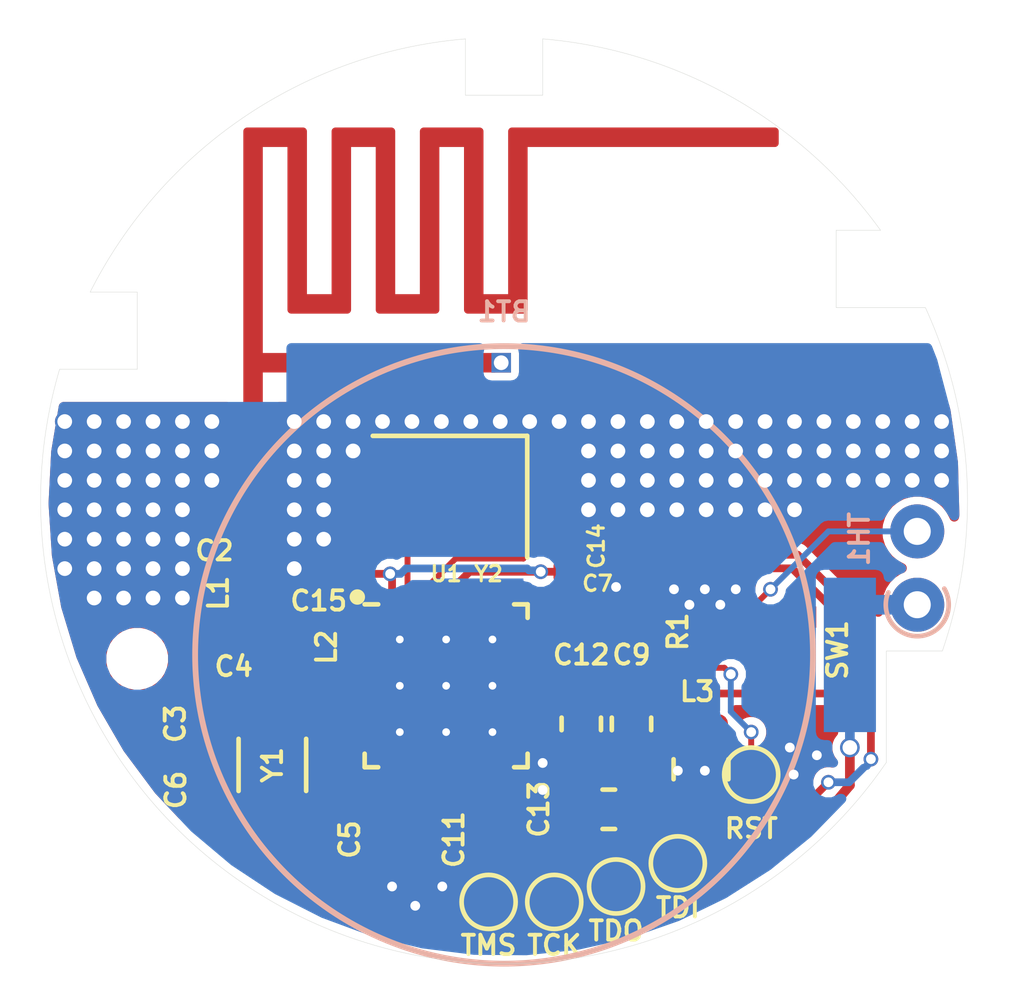
<source format=kicad_pcb>
(kicad_pcb (version 20171130) (host pcbnew "(5.0.2)-1")

  (general
    (thickness 1.6)
    (drawings 18)
    (tracks 283)
    (zones 0)
    (modules 32)
    (nets 28)
  )

  (page A4)
  (layers
    (0 F.Cu signal)
    (31 B.Cu signal)
    (32 B.Adhes user hide)
    (33 F.Adhes user hide)
    (34 B.Paste user hide)
    (35 F.Paste user hide)
    (36 B.SilkS user)
    (37 F.SilkS user)
    (38 B.Mask user)
    (39 F.Mask user)
    (40 Dwgs.User user)
    (41 Cmts.User user hide)
    (42 Eco1.User user hide)
    (43 Eco2.User user hide)
    (44 Edge.Cuts user)
    (45 Margin user hide)
    (46 B.CrtYd user)
    (47 F.CrtYd user)
    (48 B.Fab user hide)
    (49 F.Fab user hide)
  )

  (setup
    (last_trace_width 0.1524)
    (user_trace_width 0.1524)
    (user_trace_width 0.2)
    (user_trace_width 0.25)
    (user_trace_width 0.508)
    (trace_clearance 0.1524)
    (zone_clearance 0.2)
    (zone_45_only yes)
    (trace_min 0.1524)
    (segment_width 0.01)
    (edge_width 0.01)
    (via_size 0.381)
    (via_drill 0.254)
    (via_min_size 0.381)
    (via_min_drill 0.254)
    (user_via 0.381 0.254)
    (user_via 0.508 0.381)
    (uvia_size 0.3)
    (uvia_drill 0.1)
    (uvias_allowed no)
    (uvia_min_size 0.2)
    (uvia_min_drill 0.1)
    (pcb_text_width 0.3)
    (pcb_text_size 1.5 1.5)
    (mod_edge_width 0.8)
    (mod_text_size 0.5 0.5)
    (mod_text_width 0.1)
    (pad_size 2.2 2.2)
    (pad_drill 2.2)
    (pad_to_mask_clearance 0)
    (solder_mask_min_width 0.25)
    (aux_axis_origin 0 0)
    (grid_origin 57.5 49.3)
    (visible_elements 7FFFFFFF)
    (pcbplotparams
      (layerselection 0x010fc_ffffffff)
      (usegerberextensions false)
      (usegerberattributes false)
      (usegerberadvancedattributes false)
      (creategerberjobfile false)
      (excludeedgelayer true)
      (linewidth 0.100000)
      (plotframeref false)
      (viasonmask false)
      (mode 1)
      (useauxorigin false)
      (hpglpennumber 1)
      (hpglpenspeed 20)
      (hpglpendiameter 15.000000)
      (psnegative false)
      (psa4output false)
      (plotreference true)
      (plotvalue true)
      (plotinvisibletext false)
      (padsonsilk false)
      (subtractmaskfromsilk false)
      (outputformat 1)
      (mirror false)
      (drillshape 1)
      (scaleselection 1)
      (outputdirectory ""))
  )

  (net 0 "")
  (net 1 "Net-(AE1-Pad1)")
  (net 2 VDDS)
  (net 3 GND)
  (net 4 "Net-(C1-Pad2)")
  (net 5 "Net-(C3-Pad1)")
  (net 6 "Net-(C4-Pad1)")
  (net 7 "Net-(C6-Pad1)")
  (net 8 "Net-(C8-Pad1)")
  (net 9 "Net-(C10-Pad1)")
  (net 10 "Net-(C11-Pad1)")
  (net 11 VDDR)
  (net 12 "Net-(L2-Pad2)")
  (net 13 DCDC_SW)
  (net 14 ADC0)
  (net 15 Button)
  (net 16 "Net-(TP4-Pad1)")
  (net 17 "Net-(TP5-Pad1)")
  (net 18 "Net-(TP6-Pad1)")
  (net 19 "Net-(TP7-Pad1)")
  (net 20 "Net-(TP11-Pad1)")
  (net 21 "Net-(U1-Pad4)")
  (net 22 "Net-(U1-Pad8)")
  (net 23 "Net-(U1-Pad9)")
  (net 24 "Net-(U1-Pad10)")
  (net 25 "Net-(U1-Pad22)")
  (net 26 "Net-(U1-Pad25)")
  (net 27 "Net-(U1-Pad26)")

  (net_class Default "This is the default net class."
    (clearance 0.1524)
    (trace_width 0.1524)
    (via_dia 0.381)
    (via_drill 0.254)
    (uvia_dia 0.3)
    (uvia_drill 0.1)
    (add_net ADC0)
    (add_net Button)
    (add_net DCDC_SW)
    (add_net GND)
    (add_net "Net-(AE1-Pad1)")
    (add_net "Net-(C1-Pad2)")
    (add_net "Net-(C10-Pad1)")
    (add_net "Net-(C11-Pad1)")
    (add_net "Net-(C3-Pad1)")
    (add_net "Net-(C4-Pad1)")
    (add_net "Net-(C6-Pad1)")
    (add_net "Net-(C8-Pad1)")
    (add_net "Net-(L2-Pad2)")
    (add_net "Net-(TP11-Pad1)")
    (add_net "Net-(TP4-Pad1)")
    (add_net "Net-(TP5-Pad1)")
    (add_net "Net-(TP6-Pad1)")
    (add_net "Net-(TP7-Pad1)")
    (add_net "Net-(U1-Pad10)")
    (add_net "Net-(U1-Pad22)")
    (add_net "Net-(U1-Pad25)")
    (add_net "Net-(U1-Pad26)")
    (add_net "Net-(U1-Pad4)")
    (add_net "Net-(U1-Pad8)")
    (add_net "Net-(U1-Pad9)")
    (add_net VDDR)
    (add_net VDDS)
  )

  (module testDesign:TestDesign2_Antenna (layer F.Cu) (tedit 5C9AC869) (tstamp 5C9A74D1)
    (at 50.746 46.746)
    (path /5C976E8B)
    (fp_text reference AE1 (at 6.454 -8.346) (layer F.SilkS) hide
      (effects (font (size 0.5 0.5) (thickness 0.1)))
    )
    (fp_text value Antenna (at 5.7658 -12.2682) (layer F.Fab)
      (effects (font (size 0.5 0.5) (thickness 0.1)))
    )
    (fp_line (start -1.6764 0) (end -1.6764 5.08) (layer Dwgs.User) (width 0.0254))
    (fp_line (start 0.8128 0) (end 0.8128 5.08) (layer Dwgs.User) (width 0.0254))
    (fp_line (start -0.3048 0) (end -0.3048 5.08) (layer Dwgs.User) (width 0.0254))
    (fp_poly (pts (xy 0.508 -1.1684) (xy 6.4262 -1.1684) (xy 6.4262 -0.8636) (xy 0.508 -0.8636)) (layer F.Cu) (width 0.2))
    (fp_poly (pts (xy 0.1016 0) (xy 0.1016 -7.0104) (xy 1.5494 -7.0104) (xy 1.5494 -2.794)
      (xy 1.5494 -2.6924) (xy 2.3876 -2.6924) (xy 2.3876 -7.0104) (xy 3.8354 -7.0104)
      (xy 3.8354 -2.6924) (xy 4.6736 -2.6924) (xy 4.6736 -7.0104) (xy 6.1214 -7.0104)
      (xy 6.1214 -2.6924) (xy 6.9596 -2.6924) (xy 6.9596 -7.0104) (xy 13.7668 -7.0104)
      (xy 13.7668 -6.7056) (xy 7.2644 -6.7056) (xy 7.2644 -2.3876) (xy 5.8166 -2.3876)
      (xy 5.8166 -6.7056) (xy 4.9784 -6.7056) (xy 4.9784 -2.3876) (xy 3.5306 -2.3876)
      (xy 3.5306 -6.7056) (xy 2.6924 -6.7056) (xy 2.6924 -2.3876) (xy 1.2446 -2.3876)
      (xy 1.2446 -6.7056) (xy 0.4064 -6.7056) (xy 0.4064 0)) (layer F.Cu) (width 0.2))
    (fp_line (start 1.1176 0) (end 15.24 0) (layer Dwgs.User) (width 0.0254))
    (fp_line (start 1.1176 -1.524) (end 15.24 -1.524) (layer Dwgs.User) (width 0.0254))
    (fp_line (start 1.1176 0) (end 1.1176 -1.524) (layer Dwgs.User) (width 0.0254))
    (fp_line (start 1.1176 0) (end -1.6764 0) (layer Dwgs.User) (width 0.0254))
    (pad 2 thru_hole rect (at 6.6802 -1.016) (size 0.508 0.508) (drill 0.381) (layers *.Cu *.Mask))
    (pad 1 smd rect (at 0.254 0.254) (size 0.508 0.508) (layers F.Cu F.Paste F.Mask)
      (net 1 "Net-(AE1-Pad1)"))
  )

  (module testDesign:BatteryHolder_Keystone_120_118_CR1616 (layer B.Cu) (tedit 5C9AA031) (tstamp 5C9A74D8)
    (at 57.5 53.3 180)
    (path /5C9730AD)
    (fp_text reference BT1 (at 0 8.89 180) (layer B.SilkS)
      (effects (font (size 0.5 0.5) (thickness 0.1)) (justify mirror))
    )
    (fp_text value Battery_Cell (at 0 10.922 180) (layer B.Fab)
      (effects (font (size 0.5 0.5) (thickness 0.1)) (justify mirror))
    )
    (fp_circle (center 0 0) (end 8 0) (layer B.SilkS) (width 0.15))
    (pad 2 smd custom (at -0.64 -0.94 180) (size 2.28 2.08) (layers B.Cu B.Paste B.Mask)
      (net 3 GND) (zone_connect 2)
      (options (clearance outline) (anchor rect))
      (primitives
        (gr_poly (pts
           (xy 0.14 1.04) (xy 2.42 1.04) (xy 2.42 2.92) (xy 0.14 2.92)) (width 0))
      ))
    (pad 1 smd rect (at -8.955 0 180) (size 1.35 4) (layers B.Cu B.Paste B.Mask)
      (net 2 VDDS))
  )

  (module TestPoint:TestPoint_Pad_D1.0mm (layer F.Cu) (tedit 5C9A889D) (tstamp 5C9A762A)
    (at 60.4 59.3 180)
    (descr "SMD pad as test Point, diameter 1.0mm")
    (tags "test point SMD pad")
    (path /5C974AB3)
    (attr virtual)
    (fp_text reference TDO (at 0 -1.15 180) (layer F.SilkS)
      (effects (font (size 0.5 0.5) (thickness 0.1)))
    )
    (fp_text value TP (at 0 1.55 180) (layer F.Fab)
      (effects (font (size 0.5 0.5) (thickness 0.1)))
    )
    (fp_text user %R (at 0 -1.45 180) (layer F.Fab)
      (effects (font (size 0.5 0.5) (thickness 0.1)))
    )
    (fp_circle (center 0 0) (end 1 0) (layer F.CrtYd) (width 0.05))
    (fp_circle (center 0 0) (end 0 0.7) (layer F.SilkS) (width 0.12))
    (pad 1 smd circle (at 0 0 180) (size 1 1) (layers F.Cu F.Mask)
      (net 18 "Net-(TP6-Pad1)"))
  )

  (module Crystal:Crystal_SMD_SeikoEpson_TSX3225-4Pin_3.2x2.5mm (layer F.Cu) (tedit 5C9AB22E) (tstamp 5C9AEDBF)
    (at 56.1 49.2 180)
    (descr "crystal Epson Toyocom TSX-3225 series https://support.epson.biz/td/api/doc_check.php?dl=brief_fa-238v_en.pdf, 3.2x2.5mm^2 package")
    (tags "SMD SMT crystal")
    (path /5C977932)
    (attr smd)
    (fp_text reference Y2 (at -1 -2 180) (layer F.SilkS)
      (effects (font (size 0.4 0.4) (thickness 0.08)))
    )
    (fp_text value 24MHz (at 0 2.45 180) (layer F.Fab)
      (effects (font (size 0.5 0.5) (thickness 0.1)))
    )
    (fp_line (start 2.1 -1.7) (end -2.1 -1.7) (layer F.CrtYd) (width 0.05))
    (fp_line (start 2.1 1.7) (end 2.1 -1.7) (layer F.CrtYd) (width 0.05))
    (fp_line (start -2.1 1.7) (end 2.1 1.7) (layer F.CrtYd) (width 0.05))
    (fp_line (start -2.1 -1.7) (end -2.1 1.7) (layer F.CrtYd) (width 0.05))
    (fp_line (start -2 1.575) (end 2 1.575) (layer F.SilkS) (width 0.12))
    (fp_line (start -2 -1.575) (end -2 1.575) (layer F.SilkS) (width 0.12))
    (fp_line (start -1.6 0.25) (end -0.6 1.25) (layer F.Fab) (width 0.1))
    (fp_line (start -1.6 -1.15) (end -1.5 -1.25) (layer F.Fab) (width 0.1))
    (fp_line (start -1.6 1.15) (end -1.6 -1.15) (layer F.Fab) (width 0.1))
    (fp_line (start -1.5 1.25) (end -1.6 1.15) (layer F.Fab) (width 0.1))
    (fp_line (start 1.5 1.25) (end -1.5 1.25) (layer F.Fab) (width 0.1))
    (fp_line (start 1.6 1.15) (end 1.5 1.25) (layer F.Fab) (width 0.1))
    (fp_line (start 1.6 -1.15) (end 1.6 1.15) (layer F.Fab) (width 0.1))
    (fp_line (start 1.5 -1.25) (end 1.6 -1.15) (layer F.Fab) (width 0.1))
    (fp_line (start -1.5 -1.25) (end 1.5 -1.25) (layer F.Fab) (width 0.1))
    (fp_text user %R (at 0 0 180) (layer F.Fab)
      (effects (font (size 0.5 0.5) (thickness 0.1)))
    )
    (pad 4 smd rect (at -1.1 -0.8 180) (size 1.4 1.15) (layers F.Cu F.Paste F.Mask)
      (net 3 GND))
    (pad 3 smd rect (at 1.1 -0.8 180) (size 1.4 1.15) (layers F.Cu F.Paste F.Mask)
      (net 8 "Net-(C8-Pad1)"))
    (pad 2 smd rect (at 1.1 0.8 180) (size 1.4 1.15) (layers F.Cu F.Paste F.Mask)
      (net 3 GND))
    (pad 1 smd rect (at -1.1 0.8 180) (size 1.4 1.15) (layers F.Cu F.Paste F.Mask)
      (net 9 "Net-(C10-Pad1)"))
    (model ${KISYS3DMOD}/Crystal.3dshapes/Crystal_SMD_SeikoEpson_TSX3225-4Pin_3.2x2.5mm.wrl
      (at (xyz 0 0 0))
      (scale (xyz 1 1 1))
      (rotate (xyz 0 0 0))
    )
  )

  (module Crystal:Crystal_SMD_3215-2Pin_3.2x1.5mm (layer F.Cu) (tedit 5A0FD1B2) (tstamp 5C9A768F)
    (at 51.5 56.15 90)
    (descr "SMD Crystal FC-135 https://support.epson.biz/td/api/doc_check.php?dl=brief_FC-135R_en.pdf")
    (tags "SMD SMT Crystal")
    (path /5C981F5D)
    (attr smd)
    (fp_text reference Y1 (at 0 0 90) (layer F.SilkS)
      (effects (font (size 0.5 0.5) (thickness 0.1)))
    )
    (fp_text value 32.768kHz (at 0 2 90) (layer F.Fab)
      (effects (font (size 0.5 0.5) (thickness 0.1)))
    )
    (fp_text user %R (at 0 -2 90) (layer F.Fab)
      (effects (font (size 0.5 0.5) (thickness 0.1)))
    )
    (fp_line (start -2 -1.15) (end 2 -1.15) (layer F.CrtYd) (width 0.05))
    (fp_line (start -1.6 -0.75) (end -1.6 0.75) (layer F.Fab) (width 0.1))
    (fp_line (start -0.675 0.875) (end 0.675 0.875) (layer F.SilkS) (width 0.12))
    (fp_line (start -0.675 -0.875) (end 0.675 -0.875) (layer F.SilkS) (width 0.12))
    (fp_line (start 1.6 -0.75) (end 1.6 0.75) (layer F.Fab) (width 0.1))
    (fp_line (start -1.6 -0.75) (end 1.6 -0.75) (layer F.Fab) (width 0.1))
    (fp_line (start -1.6 0.75) (end 1.6 0.75) (layer F.Fab) (width 0.1))
    (fp_line (start -2 1.15) (end 2 1.15) (layer F.CrtYd) (width 0.05))
    (fp_line (start -2 -1.15) (end -2 1.15) (layer F.CrtYd) (width 0.05))
    (fp_line (start 2 -1.15) (end 2 1.15) (layer F.CrtYd) (width 0.05))
    (pad 1 smd rect (at 1.25 0 90) (size 1 1.8) (layers F.Cu F.Paste F.Mask)
      (net 5 "Net-(C3-Pad1)"))
    (pad 2 smd rect (at -1.25 0 90) (size 1 1.8) (layers F.Cu F.Paste F.Mask)
      (net 7 "Net-(C6-Pad1)"))
    (model ${KISYS3DMOD}/Crystal.3dshapes/Crystal_SMD_3215-2Pin_3.2x1.5mm.wrl
      (at (xyz 0 0 0))
      (scale (xyz 1 1 1))
      (rotate (xyz 0 0 0))
    )
  )

  (module Package_DFN_QFN:QFN-32-1EP_4x4mm_P0.4mm_EP2.9x2.9mm_ThermalVias (layer F.Cu) (tedit 5C9AB23A) (tstamp 5C9AB47A)
    (at 56 54.1)
    (descr "QFN, 32 Pin (http://ww1.microchip.com/downloads/en/DeviceDoc/atmel-8153-8-and-16-bit-avr-microcontroller-xmega-e-atxmega8e5-atxmega16e5-atxmega32e5_datasheet.pdf (Page 70)), generated with kicad-footprint-generator ipc_dfn_qfn_generator.py")
    (tags "QFN DFN_QFN")
    (path /5C973158)
    (attr smd)
    (fp_text reference U1 (at 0 -2.9) (layer F.SilkS)
      (effects (font (size 0.4 0.4) (thickness 0.08)))
    )
    (fp_text value CC2640R2FRSM (at 0 3.3) (layer F.Fab)
      (effects (font (size 0.5 0.5) (thickness 0.1)))
    )
    (fp_line (start 1.76 -2.11) (end 2.11 -2.11) (layer F.SilkS) (width 0.12))
    (fp_line (start 2.11 -2.11) (end 2.11 -1.76) (layer F.SilkS) (width 0.12))
    (fp_line (start -1.76 2.11) (end -2.11 2.11) (layer F.SilkS) (width 0.12))
    (fp_line (start -2.11 2.11) (end -2.11 1.76) (layer F.SilkS) (width 0.12))
    (fp_line (start 1.76 2.11) (end 2.11 2.11) (layer F.SilkS) (width 0.12))
    (fp_line (start 2.11 2.11) (end 2.11 1.76) (layer F.SilkS) (width 0.12))
    (fp_line (start -1.76 -2.11) (end -2.11 -2.11) (layer F.SilkS) (width 0.12))
    (fp_line (start -1 -2) (end 2 -2) (layer F.Fab) (width 0.1))
    (fp_line (start 2 -2) (end 2 2) (layer F.Fab) (width 0.1))
    (fp_line (start 2 2) (end -2 2) (layer F.Fab) (width 0.1))
    (fp_line (start -2 2) (end -2 -1) (layer F.Fab) (width 0.1))
    (fp_line (start -2 -1) (end -1 -2) (layer F.Fab) (width 0.1))
    (fp_line (start -2.6 -2.6) (end -2.6 2.6) (layer F.CrtYd) (width 0.05))
    (fp_line (start -2.6 2.6) (end 2.6 2.6) (layer F.CrtYd) (width 0.05))
    (fp_line (start 2.6 2.6) (end 2.6 -2.6) (layer F.CrtYd) (width 0.05))
    (fp_line (start 2.6 -2.6) (end -2.6 -2.6) (layer F.CrtYd) (width 0.05))
    (fp_text user %R (at 0 0) (layer F.Fab)
      (effects (font (size 0.5 0.5) (thickness 0.1)))
    )
    (pad 33 smd roundrect (at 0 0) (size 2.9 2.9) (layers F.Cu F.Mask) (roundrect_rratio 0.08620700000000001)
      (net 3 GND))
    (pad 33 thru_hole circle (at -1.2 -1.2) (size 0.5 0.5) (drill 0.2) (layers *.Cu)
      (net 3 GND))
    (pad 33 thru_hole circle (at 0 -1.2) (size 0.5 0.5) (drill 0.2) (layers *.Cu)
      (net 3 GND))
    (pad 33 thru_hole circle (at 1.2 -1.2) (size 0.5 0.5) (drill 0.2) (layers *.Cu)
      (net 3 GND))
    (pad 33 thru_hole circle (at -1.2 0) (size 0.5 0.5) (drill 0.2) (layers *.Cu)
      (net 3 GND))
    (pad 33 thru_hole circle (at 0 0) (size 0.5 0.5) (drill 0.2) (layers *.Cu)
      (net 3 GND))
    (pad 33 thru_hole circle (at 1.2 0) (size 0.5 0.5) (drill 0.2) (layers *.Cu)
      (net 3 GND))
    (pad 33 thru_hole circle (at -1.2 1.2) (size 0.5 0.5) (drill 0.2) (layers *.Cu)
      (net 3 GND))
    (pad 33 thru_hole circle (at 0 1.2) (size 0.5 0.5) (drill 0.2) (layers *.Cu)
      (net 3 GND))
    (pad 33 thru_hole circle (at 1.2 1.2) (size 0.5 0.5) (drill 0.2) (layers *.Cu)
      (net 3 GND))
    (pad 33 smd roundrect (at 0 0) (size 2.9 2.9) (layers B.Cu) (roundrect_rratio 0.08599999999999999)
      (net 3 GND) (zone_connect 2))
    (pad "" smd roundrect (at -0.725 -0.725) (size 1.26 1.26) (layers F.Paste) (roundrect_rratio 0.198413))
    (pad "" smd roundrect (at -0.725 0.725) (size 1.26 1.26) (layers F.Paste) (roundrect_rratio 0.198413))
    (pad "" smd roundrect (at 0.725 -0.725) (size 1.26 1.26) (layers F.Paste) (roundrect_rratio 0.198413))
    (pad "" smd roundrect (at 0.725 0.725) (size 1.26 1.26) (layers F.Paste) (roundrect_rratio 0.198413))
    (pad 1 smd roundrect (at -2 -1.4) (size 0.7 0.2) (layers F.Cu F.Paste F.Mask) (roundrect_rratio 0.25)
      (net 6 "Net-(C4-Pad1)"))
    (pad 2 smd roundrect (at -2 -1) (size 0.7 0.2) (layers F.Cu F.Paste F.Mask) (roundrect_rratio 0.25)
      (net 12 "Net-(L2-Pad2)"))
    (pad 3 smd roundrect (at -2 -0.6) (size 0.7 0.2) (layers F.Cu F.Paste F.Mask) (roundrect_rratio 0.25)
      (net 3 GND))
    (pad 4 smd roundrect (at -2 -0.2) (size 0.7 0.2) (layers F.Cu F.Paste F.Mask) (roundrect_rratio 0.25)
      (net 21 "Net-(U1-Pad4)"))
    (pad 5 smd roundrect (at -2 0.2) (size 0.7 0.2) (layers F.Cu F.Paste F.Mask) (roundrect_rratio 0.25)
      (net 5 "Net-(C3-Pad1)"))
    (pad 6 smd roundrect (at -2 0.6) (size 0.7 0.2) (layers F.Cu F.Paste F.Mask) (roundrect_rratio 0.25)
      (net 7 "Net-(C6-Pad1)"))
    (pad 7 smd roundrect (at -2 1) (size 0.7 0.2) (layers F.Cu F.Paste F.Mask) (roundrect_rratio 0.25)
      (net 3 GND))
    (pad 8 smd roundrect (at -2 1.4) (size 0.7 0.2) (layers F.Cu F.Paste F.Mask) (roundrect_rratio 0.25)
      (net 22 "Net-(U1-Pad8)"))
    (pad 9 smd roundrect (at -1.4 2) (size 0.2 0.7) (layers F.Cu F.Paste F.Mask) (roundrect_rratio 0.25)
      (net 23 "Net-(U1-Pad9)"))
    (pad 10 smd roundrect (at -1 2) (size 0.2 0.7) (layers F.Cu F.Paste F.Mask) (roundrect_rratio 0.25)
      (net 24 "Net-(U1-Pad10)"))
    (pad 11 smd roundrect (at -0.6 2) (size 0.2 0.7) (layers F.Cu F.Paste F.Mask) (roundrect_rratio 0.25)
      (net 2 VDDS))
    (pad 12 smd roundrect (at -0.2 2) (size 0.2 0.7) (layers F.Cu F.Paste F.Mask) (roundrect_rratio 0.25)
      (net 10 "Net-(C11-Pad1)"))
    (pad 13 smd roundrect (at 0.2 2) (size 0.2 0.7) (layers F.Cu F.Paste F.Mask) (roundrect_rratio 0.25)
      (net 16 "Net-(TP4-Pad1)"))
    (pad 14 smd roundrect (at 0.6 2) (size 0.2 0.7) (layers F.Cu F.Paste F.Mask) (roundrect_rratio 0.25)
      (net 17 "Net-(TP5-Pad1)"))
    (pad 15 smd roundrect (at 1 2) (size 0.2 0.7) (layers F.Cu F.Paste F.Mask) (roundrect_rratio 0.25)
      (net 18 "Net-(TP6-Pad1)"))
    (pad 16 smd roundrect (at 1.4 2) (size 0.2 0.7) (layers F.Cu F.Paste F.Mask) (roundrect_rratio 0.25)
      (net 19 "Net-(TP7-Pad1)"))
    (pad 17 smd roundrect (at 2 1.4) (size 0.7 0.2) (layers F.Cu F.Paste F.Mask) (roundrect_rratio 0.25)
      (net 3 GND))
    (pad 18 smd roundrect (at 2 1) (size 0.7 0.2) (layers F.Cu F.Paste F.Mask) (roundrect_rratio 0.25)
      (net 13 DCDC_SW))
    (pad 19 smd roundrect (at 2 0.6) (size 0.7 0.2) (layers F.Cu F.Paste F.Mask) (roundrect_rratio 0.25)
      (net 2 VDDS))
    (pad 20 smd roundrect (at 2 0.2) (size 0.7 0.2) (layers F.Cu F.Paste F.Mask) (roundrect_rratio 0.25)
      (net 3 GND))
    (pad 21 smd roundrect (at 2 -0.2) (size 0.7 0.2) (layers F.Cu F.Paste F.Mask) (roundrect_rratio 0.25)
      (net 20 "Net-(TP11-Pad1)"))
    (pad 22 smd roundrect (at 2 -0.6) (size 0.7 0.2) (layers F.Cu F.Paste F.Mask) (roundrect_rratio 0.25)
      (net 25 "Net-(U1-Pad22)"))
    (pad 23 smd roundrect (at 2 -1) (size 0.7 0.2) (layers F.Cu F.Paste F.Mask) (roundrect_rratio 0.25)
      (net 15 Button))
    (pad 24 smd roundrect (at 2 -1.4) (size 0.7 0.2) (layers F.Cu F.Paste F.Mask) (roundrect_rratio 0.25)
      (net 14 ADC0))
    (pad 25 smd roundrect (at 1.4 -2) (size 0.2 0.7) (layers F.Cu F.Paste F.Mask) (roundrect_rratio 0.25)
      (net 26 "Net-(U1-Pad25)"))
    (pad 26 smd roundrect (at 1 -2) (size 0.2 0.7) (layers F.Cu F.Paste F.Mask) (roundrect_rratio 0.25)
      (net 27 "Net-(U1-Pad26)"))
    (pad 27 smd roundrect (at 0.6 -2) (size 0.2 0.7) (layers F.Cu F.Paste F.Mask) (roundrect_rratio 0.25)
      (net 2 VDDS))
    (pad 28 smd roundrect (at 0.2 -2) (size 0.2 0.7) (layers F.Cu F.Paste F.Mask) (roundrect_rratio 0.25)
      (net 11 VDDR))
    (pad 29 smd roundrect (at -0.2 -2) (size 0.2 0.7) (layers F.Cu F.Paste F.Mask) (roundrect_rratio 0.25)
      (net 3 GND))
    (pad 30 smd roundrect (at -0.6 -2) (size 0.2 0.7) (layers F.Cu F.Paste F.Mask) (roundrect_rratio 0.25)
      (net 9 "Net-(C10-Pad1)"))
    (pad 31 smd roundrect (at -1 -2) (size 0.2 0.7) (layers F.Cu F.Paste F.Mask) (roundrect_rratio 0.25)
      (net 8 "Net-(C8-Pad1)"))
    (pad 32 smd roundrect (at -1.4 -2) (size 0.2 0.7) (layers F.Cu F.Paste F.Mask) (roundrect_rratio 0.25)
      (net 11 VDDR))
    (model ${KISYS3DMOD}/Package_DFN_QFN.3dshapes/QFN-32-1EP_4x4mm_P0.4mm_EP2.9x2.9mm.wrl
      (at (xyz 0 0 0))
      (scale (xyz 1 1 1))
      (rotate (xyz 0 0 0))
    )
  )

  (module TestPoint:TestPoint_Pad_D1.0mm (layer F.Cu) (tedit 5C9A6160) (tstamp 5C9AC73E)
    (at 63.9 56.4 180)
    (descr "SMD pad as test Point, diameter 1.0mm")
    (tags "test point SMD pad")
    (path /5C974DA3)
    (attr virtual)
    (fp_text reference RST (at 0 -1.4 180) (layer F.SilkS)
      (effects (font (size 0.5 0.5) (thickness 0.1)))
    )
    (fp_text value TP (at 0 1.55 180) (layer F.Fab)
      (effects (font (size 0.5 0.5) (thickness 0.1)))
    )
    (fp_circle (center 0 0) (end 0 0.7) (layer F.SilkS) (width 0.12))
    (fp_circle (center 0 0) (end 1 0) (layer F.CrtYd) (width 0.05))
    (fp_text user %R (at 0 -1.45 180) (layer F.Fab)
      (effects (font (size 0.5 0.5) (thickness 0.1)))
    )
    (pad 1 smd circle (at 0 0 180) (size 1 1) (layers F.Cu F.Mask)
      (net 20 "Net-(TP11-Pad1)"))
  )

  (module TestPoint:TestPoint_Pad_D1.0mm (layer F.Cu) (tedit 5C9A6188) (tstamp 5C9A7632)
    (at 62 58.7 180)
    (descr "SMD pad as test Point, diameter 1.0mm")
    (tags "test point SMD pad")
    (path /5C974AE5)
    (attr virtual)
    (fp_text reference TDI (at 0 -1.15 180) (layer F.SilkS)
      (effects (font (size 0.5 0.5) (thickness 0.1)))
    )
    (fp_text value TP (at 0 1.55 180) (layer F.Fab)
      (effects (font (size 0.5 0.5) (thickness 0.1)))
    )
    (fp_circle (center 0 0) (end 0 0.7) (layer F.SilkS) (width 0.12))
    (fp_circle (center 0 0) (end 1 0) (layer F.CrtYd) (width 0.05))
    (fp_text user %R (at 0 -1.45 180) (layer F.Fab)
      (effects (font (size 0.5 0.5) (thickness 0.1)))
    )
    (pad 1 smd circle (at 0 0 180) (size 1 1) (layers F.Cu F.Mask)
      (net 19 "Net-(TP7-Pad1)"))
  )

  (module TestPoint:TestPoint_Pad_D1.0mm (layer F.Cu) (tedit 5C9A617E) (tstamp 5C9A7622)
    (at 58.8 59.7 180)
    (descr "SMD pad as test Point, diameter 1.0mm")
    (tags "test point SMD pad")
    (path /5C974A8F)
    (attr virtual)
    (fp_text reference TCK (at 0 -1.125 180) (layer F.SilkS)
      (effects (font (size 0.5 0.5) (thickness 0.1)))
    )
    (fp_text value TP (at 0 1.55 180) (layer F.Fab)
      (effects (font (size 0.5 0.5) (thickness 0.1)))
    )
    (fp_circle (center 0 0) (end 0 0.7) (layer F.SilkS) (width 0.12))
    (fp_circle (center 0 0) (end 1 0) (layer F.CrtYd) (width 0.05))
    (fp_text user %R (at 0 -1.45 180) (layer F.Fab)
      (effects (font (size 0.5 0.5) (thickness 0.1)))
    )
    (pad 1 smd circle (at 0 0 180) (size 1 1) (layers F.Cu F.Mask)
      (net 17 "Net-(TP5-Pad1)"))
  )

  (module TestPoint:TestPoint_Pad_D1.0mm (layer F.Cu) (tedit 5C9A617A) (tstamp 5CB3AFAA)
    (at 57.1 59.7 180)
    (descr "SMD pad as test Point, diameter 1.0mm")
    (tags "test point SMD pad")
    (path /5C974CB3)
    (attr virtual)
    (fp_text reference TMS (at 0 -1.125 180) (layer F.SilkS)
      (effects (font (size 0.5 0.5) (thickness 0.1)))
    )
    (fp_text value TP (at 0 1.55 180) (layer F.Fab)
      (effects (font (size 0.5 0.5) (thickness 0.1)))
    )
    (fp_text user %R (at 0 -1.45 180) (layer F.Fab)
      (effects (font (size 0.5 0.5) (thickness 0.1)))
    )
    (fp_circle (center 0 0) (end 1 0) (layer F.CrtYd) (width 0.05))
    (fp_circle (center 0 0) (end 0 0.7) (layer F.SilkS) (width 0.12))
    (pad 1 smd circle (at 0 0 180) (size 1 1) (layers F.Cu F.Mask)
      (net 16 "Net-(TP4-Pad1)"))
  )

  (module Resistor_SMD:R_0402_1005Metric (layer F.Cu) (tedit 5B301BBD) (tstamp 5CB3AE14)
    (at 61.1 52.09 90)
    (descr "Resistor SMD 0402 (1005 Metric), square (rectangular) end terminal, IPC_7351 nominal, (Body size source: http://www.tortai-tech.com/upload/download/2011102023233369053.pdf), generated with kicad-footprint-generator")
    (tags resistor)
    (path /5C9B5045)
    (attr smd)
    (fp_text reference R1 (at -0.61 0.9 90) (layer F.SilkS)
      (effects (font (size 0.5 0.5) (thickness 0.1)))
    )
    (fp_text value 51k (at 0 1.17 90) (layer F.Fab)
      (effects (font (size 0.5 0.5) (thickness 0.1)))
    )
    (fp_line (start -0.5 0.25) (end -0.5 -0.25) (layer F.Fab) (width 0.1))
    (fp_line (start -0.5 -0.25) (end 0.5 -0.25) (layer F.Fab) (width 0.1))
    (fp_line (start 0.5 -0.25) (end 0.5 0.25) (layer F.Fab) (width 0.1))
    (fp_line (start 0.5 0.25) (end -0.5 0.25) (layer F.Fab) (width 0.1))
    (fp_line (start -0.93 0.47) (end -0.93 -0.47) (layer F.CrtYd) (width 0.05))
    (fp_line (start -0.93 -0.47) (end 0.93 -0.47) (layer F.CrtYd) (width 0.05))
    (fp_line (start 0.93 -0.47) (end 0.93 0.47) (layer F.CrtYd) (width 0.05))
    (fp_line (start 0.93 0.47) (end -0.93 0.47) (layer F.CrtYd) (width 0.05))
    (fp_text user %R (at 0 0 90) (layer F.Fab)
      (effects (font (size 0.5 0.5) (thickness 0.1)))
    )
    (pad 1 smd roundrect (at -0.485 0 90) (size 0.59 0.64) (layers F.Cu F.Paste F.Mask) (roundrect_rratio 0.25)
      (net 14 ADC0))
    (pad 2 smd roundrect (at 0.485 0 90) (size 0.59 0.64) (layers F.Cu F.Paste F.Mask) (roundrect_rratio 0.25)
      (net 3 GND))
    (model ${KISYS3DMOD}/Resistor_SMD.3dshapes/R_0402_1005Metric.wrl
      (at (xyz 0 0 0))
      (scale (xyz 1 1 1))
      (rotate (xyz 0 0 0))
    )
  )

  (module Inductor_SMD:L_0805_2012Metric (layer F.Cu) (tedit 5B36C52B) (tstamp 5C9A75E8)
    (at 62.6 56.2625 270)
    (descr "Inductor SMD 0805 (2012 Metric), square (rectangular) end terminal, IPC_7351 nominal, (Body size source: https://docs.google.com/spreadsheets/d/1BsfQQcO9C6DZCsRaXUlFlo91Tg2WpOkGARC1WS5S8t0/edit?usp=sharing), generated with kicad-footprint-generator")
    (tags inductor)
    (path /5C9AA17D)
    (attr smd)
    (fp_text reference L3 (at -2.0125 0.1) (layer F.SilkS)
      (effects (font (size 0.5 0.5) (thickness 0.1)))
    )
    (fp_text value 10uH (at 0 1.65 270) (layer F.Fab)
      (effects (font (size 0.5 0.5) (thickness 0.1)))
    )
    (fp_line (start -1 0.6) (end -1 -0.6) (layer F.Fab) (width 0.1))
    (fp_line (start -1 -0.6) (end 1 -0.6) (layer F.Fab) (width 0.1))
    (fp_line (start 1 -0.6) (end 1 0.6) (layer F.Fab) (width 0.1))
    (fp_line (start 1 0.6) (end -1 0.6) (layer F.Fab) (width 0.1))
    (fp_line (start -0.258578 -0.71) (end 0.258578 -0.71) (layer F.SilkS) (width 0.12))
    (fp_line (start -0.258578 0.71) (end 0.258578 0.71) (layer F.SilkS) (width 0.12))
    (fp_line (start -1.68 0.95) (end -1.68 -0.95) (layer F.CrtYd) (width 0.05))
    (fp_line (start -1.68 -0.95) (end 1.68 -0.95) (layer F.CrtYd) (width 0.05))
    (fp_line (start 1.68 -0.95) (end 1.68 0.95) (layer F.CrtYd) (width 0.05))
    (fp_line (start 1.68 0.95) (end -1.68 0.95) (layer F.CrtYd) (width 0.05))
    (fp_text user %R (at 0 0 270) (layer F.Fab)
      (effects (font (size 0.5 0.5) (thickness 0.1)))
    )
    (pad 1 smd roundrect (at -0.9375 0 270) (size 0.975 1.4) (layers F.Cu F.Paste F.Mask) (roundrect_rratio 0.25)
      (net 13 DCDC_SW))
    (pad 2 smd roundrect (at 0.9375 0 270) (size 0.975 1.4) (layers F.Cu F.Paste F.Mask) (roundrect_rratio 0.25)
      (net 11 VDDR))
    (model ${KISYS3DMOD}/Inductor_SMD.3dshapes/L_0805_2012Metric.wrl
      (at (xyz 0 0 0))
      (scale (xyz 1 1 1))
      (rotate (xyz 0 0 0))
    )
  )

  (module Inductor_SMD:L_0402_1005Metric (layer F.Cu) (tedit 5B301BBE) (tstamp 5C9A96FB)
    (at 52 53.185 270)
    (descr "Inductor SMD 0402 (1005 Metric), square (rectangular) end terminal, IPC_7351 nominal, (Body size source: http://www.tortai-tech.com/upload/download/2011102023233369053.pdf), generated with kicad-footprint-generator")
    (tags inductor)
    (path /5C975291)
    (attr smd)
    (fp_text reference L2 (at -0.085 -0.9 90) (layer F.SilkS)
      (effects (font (size 0.5 0.5) (thickness 0.1)))
    )
    (fp_text value 15nH (at 0 1.17 270) (layer F.Fab)
      (effects (font (size 0.5 0.5) (thickness 0.1)))
    )
    (fp_text user %R (at 0 0 270) (layer F.Fab)
      (effects (font (size 0.5 0.5) (thickness 0.1)))
    )
    (fp_line (start 0.93 0.47) (end -0.93 0.47) (layer F.CrtYd) (width 0.05))
    (fp_line (start 0.93 -0.47) (end 0.93 0.47) (layer F.CrtYd) (width 0.05))
    (fp_line (start -0.93 -0.47) (end 0.93 -0.47) (layer F.CrtYd) (width 0.05))
    (fp_line (start -0.93 0.47) (end -0.93 -0.47) (layer F.CrtYd) (width 0.05))
    (fp_line (start 0.5 0.25) (end -0.5 0.25) (layer F.Fab) (width 0.1))
    (fp_line (start 0.5 -0.25) (end 0.5 0.25) (layer F.Fab) (width 0.1))
    (fp_line (start -0.5 -0.25) (end 0.5 -0.25) (layer F.Fab) (width 0.1))
    (fp_line (start -0.5 0.25) (end -0.5 -0.25) (layer F.Fab) (width 0.1))
    (pad 2 smd roundrect (at 0.485 0 270) (size 0.59 0.64) (layers F.Cu F.Paste F.Mask) (roundrect_rratio 0.25)
      (net 12 "Net-(L2-Pad2)"))
    (pad 1 smd roundrect (at -0.485 0 270) (size 0.59 0.64) (layers F.Cu F.Paste F.Mask) (roundrect_rratio 0.25)
      (net 6 "Net-(C4-Pad1)"))
    (model ${KISYS3DMOD}/Inductor_SMD.3dshapes/L_0402_1005Metric.wrl
      (at (xyz 0 0 0))
      (scale (xyz 1 1 1))
      (rotate (xyz 0 0 0))
    )
  )

  (module Inductor_SMD:L_0402_1005Metric (layer F.Cu) (tedit 5B301BBE) (tstamp 5C9A75C8)
    (at 51 51.2 270)
    (descr "Inductor SMD 0402 (1005 Metric), square (rectangular) end terminal, IPC_7351 nominal, (Body size source: http://www.tortai-tech.com/upload/download/2011102023233369053.pdf), generated with kicad-footprint-generator")
    (tags inductor)
    (path /5C9753D6)
    (attr smd)
    (fp_text reference L1 (at 0.5 0.9 90) (layer F.SilkS)
      (effects (font (size 0.5 0.5) (thickness 0.1)))
    )
    (fp_text value 2nH (at 0 1.17 270) (layer F.Fab)
      (effects (font (size 0.5 0.5) (thickness 0.1)))
    )
    (fp_line (start -0.5 0.25) (end -0.5 -0.25) (layer F.Fab) (width 0.1))
    (fp_line (start -0.5 -0.25) (end 0.5 -0.25) (layer F.Fab) (width 0.1))
    (fp_line (start 0.5 -0.25) (end 0.5 0.25) (layer F.Fab) (width 0.1))
    (fp_line (start 0.5 0.25) (end -0.5 0.25) (layer F.Fab) (width 0.1))
    (fp_line (start -0.93 0.47) (end -0.93 -0.47) (layer F.CrtYd) (width 0.05))
    (fp_line (start -0.93 -0.47) (end 0.93 -0.47) (layer F.CrtYd) (width 0.05))
    (fp_line (start 0.93 -0.47) (end 0.93 0.47) (layer F.CrtYd) (width 0.05))
    (fp_line (start 0.93 0.47) (end -0.93 0.47) (layer F.CrtYd) (width 0.05))
    (fp_text user %R (at 0 0 270) (layer F.Fab)
      (effects (font (size 0.5 0.5) (thickness 0.1)))
    )
    (pad 1 smd roundrect (at -0.485 0 270) (size 0.59 0.64) (layers F.Cu F.Paste F.Mask) (roundrect_rratio 0.25)
      (net 4 "Net-(C1-Pad2)"))
    (pad 2 smd roundrect (at 0.485 0 270) (size 0.59 0.64) (layers F.Cu F.Paste F.Mask) (roundrect_rratio 0.25)
      (net 6 "Net-(C4-Pad1)"))
    (model ${KISYS3DMOD}/Inductor_SMD.3dshapes/L_0402_1005Metric.wrl
      (at (xyz 0 0 0))
      (scale (xyz 1 1 1))
      (rotate (xyz 0 0 0))
    )
  )

  (module Capacitor_SMD:C_0402_1005Metric (layer F.Cu) (tedit 5B301BBE) (tstamp 5CA7A5FD)
    (at 53.215 51.1 180)
    (descr "Capacitor SMD 0402 (1005 Metric), square (rectangular) end terminal, IPC_7351 nominal, (Body size source: http://www.tortai-tech.com/upload/download/2011102023233369053.pdf), generated with kicad-footprint-generator")
    (tags capacitor)
    (path /5C9A0341)
    (attr smd)
    (fp_text reference C15 (at 0.515 -0.8 180) (layer F.SilkS)
      (effects (font (size 0.5 0.5) (thickness 0.1)))
    )
    (fp_text value 100nF (at 0 1.17 180) (layer F.Fab)
      (effects (font (size 0.5 0.5) (thickness 0.1)))
    )
    (fp_line (start -0.5 0.25) (end -0.5 -0.25) (layer F.Fab) (width 0.1))
    (fp_line (start -0.5 -0.25) (end 0.5 -0.25) (layer F.Fab) (width 0.1))
    (fp_line (start 0.5 -0.25) (end 0.5 0.25) (layer F.Fab) (width 0.1))
    (fp_line (start 0.5 0.25) (end -0.5 0.25) (layer F.Fab) (width 0.1))
    (fp_line (start -0.93 0.47) (end -0.93 -0.47) (layer F.CrtYd) (width 0.05))
    (fp_line (start -0.93 -0.47) (end 0.93 -0.47) (layer F.CrtYd) (width 0.05))
    (fp_line (start 0.93 -0.47) (end 0.93 0.47) (layer F.CrtYd) (width 0.05))
    (fp_line (start 0.93 0.47) (end -0.93 0.47) (layer F.CrtYd) (width 0.05))
    (fp_text user %R (at 0 0 180) (layer F.Fab)
      (effects (font (size 0.5 0.5) (thickness 0.1)))
    )
    (pad 1 smd roundrect (at -0.485 0 180) (size 0.59 0.64) (layers F.Cu F.Paste F.Mask) (roundrect_rratio 0.25)
      (net 11 VDDR))
    (pad 2 smd roundrect (at 0.485 0 180) (size 0.59 0.64) (layers F.Cu F.Paste F.Mask) (roundrect_rratio 0.25)
      (net 3 GND))
    (model ${KISYS3DMOD}/Capacitor_SMD.3dshapes/C_0402_1005Metric.wrl
      (at (xyz 0 0 0))
      (scale (xyz 1 1 1))
      (rotate (xyz 0 0 0))
    )
  )

  (module Capacitor_SMD:C_0402_1005Metric (layer F.Cu) (tedit 5C9AB259) (tstamp 5C9AE4A5)
    (at 59.1 50.66018 90)
    (descr "Capacitor SMD 0402 (1005 Metric), square (rectangular) end terminal, IPC_7351 nominal, (Body size source: http://www.tortai-tech.com/upload/download/2011102023233369053.pdf), generated with kicad-footprint-generator")
    (tags capacitor)
    (path /5C9A033A)
    (attr smd)
    (fp_text reference C14 (at 0.18018 0.79 270) (layer F.SilkS)
      (effects (font (size 0.4 0.4) (thickness 0.08)))
    )
    (fp_text value 100nF (at 0 1.17 90) (layer F.Fab)
      (effects (font (size 0.5 0.5) (thickness 0.1)))
    )
    (fp_line (start -0.5 0.25) (end -0.5 -0.25) (layer F.Fab) (width 0.1))
    (fp_line (start -0.5 -0.25) (end 0.5 -0.25) (layer F.Fab) (width 0.1))
    (fp_line (start 0.5 -0.25) (end 0.5 0.25) (layer F.Fab) (width 0.1))
    (fp_line (start 0.5 0.25) (end -0.5 0.25) (layer F.Fab) (width 0.1))
    (fp_line (start -0.93 0.47) (end -0.93 -0.47) (layer F.CrtYd) (width 0.05))
    (fp_line (start -0.93 -0.47) (end 0.93 -0.47) (layer F.CrtYd) (width 0.05))
    (fp_line (start 0.93 -0.47) (end 0.93 0.47) (layer F.CrtYd) (width 0.05))
    (fp_line (start 0.93 0.47) (end -0.93 0.47) (layer F.CrtYd) (width 0.05))
    (fp_text user %R (at 0 0 90) (layer F.Fab)
      (effects (font (size 0.5 0.5) (thickness 0.1)))
    )
    (pad 1 smd roundrect (at -0.485 0 90) (size 0.59 0.64) (layers F.Cu F.Paste F.Mask) (roundrect_rratio 0.25)
      (net 11 VDDR))
    (pad 2 smd roundrect (at 0.485 0 90) (size 0.59 0.64) (layers F.Cu F.Paste F.Mask) (roundrect_rratio 0.25)
      (net 3 GND))
    (model ${KISYS3DMOD}/Capacitor_SMD.3dshapes/C_0402_1005Metric.wrl
      (at (xyz 0 0 0))
      (scale (xyz 1 1 1))
      (rotate (xyz 0 0 0))
    )
  )

  (module Capacitor_SMD:C_0402_1005Metric (layer F.Cu) (tedit 5B301BBE) (tstamp 5C9A757D)
    (at 55.3 58.085 270)
    (descr "Capacitor SMD 0402 (1005 Metric), square (rectangular) end terminal, IPC_7351 nominal, (Body size source: http://www.tortai-tech.com/upload/download/2011102023233369053.pdf), generated with kicad-footprint-generator")
    (tags capacitor)
    (path /5C973BE3)
    (attr smd)
    (fp_text reference C11 (at 0 -0.9 270) (layer F.SilkS)
      (effects (font (size 0.5 0.5) (thickness 0.1)))
    )
    (fp_text value 1uF (at 0 1.17 270) (layer F.Fab)
      (effects (font (size 0.5 0.5) (thickness 0.1)))
    )
    (fp_text user %R (at 0 0 270) (layer F.Fab)
      (effects (font (size 0.5 0.5) (thickness 0.1)))
    )
    (fp_line (start 0.93 0.47) (end -0.93 0.47) (layer F.CrtYd) (width 0.05))
    (fp_line (start 0.93 -0.47) (end 0.93 0.47) (layer F.CrtYd) (width 0.05))
    (fp_line (start -0.93 -0.47) (end 0.93 -0.47) (layer F.CrtYd) (width 0.05))
    (fp_line (start -0.93 0.47) (end -0.93 -0.47) (layer F.CrtYd) (width 0.05))
    (fp_line (start 0.5 0.25) (end -0.5 0.25) (layer F.Fab) (width 0.1))
    (fp_line (start 0.5 -0.25) (end 0.5 0.25) (layer F.Fab) (width 0.1))
    (fp_line (start -0.5 -0.25) (end 0.5 -0.25) (layer F.Fab) (width 0.1))
    (fp_line (start -0.5 0.25) (end -0.5 -0.25) (layer F.Fab) (width 0.1))
    (pad 2 smd roundrect (at 0.485 0 270) (size 0.59 0.64) (layers F.Cu F.Paste F.Mask) (roundrect_rratio 0.25)
      (net 3 GND))
    (pad 1 smd roundrect (at -0.485 0 270) (size 0.59 0.64) (layers F.Cu F.Paste F.Mask) (roundrect_rratio 0.25)
      (net 10 "Net-(C11-Pad1)"))
    (model ${KISYS3DMOD}/Capacitor_SMD.3dshapes/C_0402_1005Metric.wrl
      (at (xyz 0 0 0))
      (scale (xyz 1 1 1))
      (rotate (xyz 0 0 0))
    )
  )

  (module Capacitor_SMD:C_0402_1005Metric (layer F.Cu) (tedit 5C9AB2F0) (tstamp 5C9AE670)
    (at 58.7 48.615 90)
    (descr "Capacitor SMD 0402 (1005 Metric), square (rectangular) end terminal, IPC_7351 nominal, (Body size source: http://www.tortai-tech.com/upload/download/2011102023233369053.pdf), generated with kicad-footprint-generator")
    (tags capacitor)
    (path /5C9779C8)
    (attr smd)
    (fp_text reference C10 (at 0.015 0.9 90) (layer F.SilkS) hide
      (effects (font (size 0.5 0.5) (thickness 0.1)))
    )
    (fp_text value 9pF (at 0 1.17 90) (layer F.Fab)
      (effects (font (size 0.5 0.5) (thickness 0.1)))
    )
    (fp_line (start -0.5 0.25) (end -0.5 -0.25) (layer F.Fab) (width 0.1))
    (fp_line (start -0.5 -0.25) (end 0.5 -0.25) (layer F.Fab) (width 0.1))
    (fp_line (start 0.5 -0.25) (end 0.5 0.25) (layer F.Fab) (width 0.1))
    (fp_line (start 0.5 0.25) (end -0.5 0.25) (layer F.Fab) (width 0.1))
    (fp_line (start -0.93 0.47) (end -0.93 -0.47) (layer F.CrtYd) (width 0.05))
    (fp_line (start -0.93 -0.47) (end 0.93 -0.47) (layer F.CrtYd) (width 0.05))
    (fp_line (start 0.93 -0.47) (end 0.93 0.47) (layer F.CrtYd) (width 0.05))
    (fp_line (start 0.93 0.47) (end -0.93 0.47) (layer F.CrtYd) (width 0.05))
    (fp_text user %R (at 0 0 90) (layer F.Fab)
      (effects (font (size 0.5 0.5) (thickness 0.1)))
    )
    (pad 1 smd roundrect (at -0.485 0 90) (size 0.59 0.64) (layers F.Cu F.Paste F.Mask) (roundrect_rratio 0.25)
      (net 9 "Net-(C10-Pad1)"))
    (pad 2 smd roundrect (at 0.485 0 90) (size 0.59 0.64) (layers F.Cu F.Paste F.Mask) (roundrect_rratio 0.25)
      (net 3 GND))
    (model ${KISYS3DMOD}/Capacitor_SMD.3dshapes/C_0402_1005Metric.wrl
      (at (xyz 0 0 0))
      (scale (xyz 1 1 1))
      (rotate (xyz 0 0 0))
    )
  )

  (module Capacitor_SMD:C_0402_1005Metric (layer F.Cu) (tedit 5C9AB2E3) (tstamp 5CA78B8D)
    (at 53.6 49.315 90)
    (descr "Capacitor SMD 0402 (1005 Metric), square (rectangular) end terminal, IPC_7351 nominal, (Body size source: http://www.tortai-tech.com/upload/download/2011102023233369053.pdf), generated with kicad-footprint-generator")
    (tags capacitor)
    (path /5C977AE2)
    (attr smd)
    (fp_text reference C8 (at 1.515 0 180) (layer F.SilkS) hide
      (effects (font (size 0.5 0.5) (thickness 0.1)))
    )
    (fp_text value 9pF (at 0 1.17 90) (layer F.Fab)
      (effects (font (size 0.5 0.5) (thickness 0.1)))
    )
    (fp_text user %R (at 0 0 90) (layer F.Fab)
      (effects (font (size 0.5 0.5) (thickness 0.1)))
    )
    (fp_line (start 0.93 0.47) (end -0.93 0.47) (layer F.CrtYd) (width 0.05))
    (fp_line (start 0.93 -0.47) (end 0.93 0.47) (layer F.CrtYd) (width 0.05))
    (fp_line (start -0.93 -0.47) (end 0.93 -0.47) (layer F.CrtYd) (width 0.05))
    (fp_line (start -0.93 0.47) (end -0.93 -0.47) (layer F.CrtYd) (width 0.05))
    (fp_line (start 0.5 0.25) (end -0.5 0.25) (layer F.Fab) (width 0.1))
    (fp_line (start 0.5 -0.25) (end 0.5 0.25) (layer F.Fab) (width 0.1))
    (fp_line (start -0.5 -0.25) (end 0.5 -0.25) (layer F.Fab) (width 0.1))
    (fp_line (start -0.5 0.25) (end -0.5 -0.25) (layer F.Fab) (width 0.1))
    (pad 2 smd roundrect (at 0.485 0 90) (size 0.59 0.64) (layers F.Cu F.Paste F.Mask) (roundrect_rratio 0.25)
      (net 3 GND))
    (pad 1 smd roundrect (at -0.485 0 90) (size 0.59 0.64) (layers F.Cu F.Paste F.Mask) (roundrect_rratio 0.25)
      (net 8 "Net-(C8-Pad1)"))
    (model ${KISYS3DMOD}/Capacitor_SMD.3dshapes/C_0402_1005Metric.wrl
      (at (xyz 0 0 0))
      (scale (xyz 1 1 1))
      (rotate (xyz 0 0 0))
    )
  )

  (module Capacitor_SMD:C_0402_1005Metric (layer F.Cu) (tedit 5C9AB261) (tstamp 5C9B082A)
    (at 59.535 52.15)
    (descr "Capacitor SMD 0402 (1005 Metric), square (rectangular) end terminal, IPC_7351 nominal, (Body size source: http://www.tortai-tech.com/upload/download/2011102023233369053.pdf), generated with kicad-footprint-generator")
    (tags capacitor)
    (path /5C97354F)
    (attr smd)
    (fp_text reference C7 (at 0.385 -0.7 180) (layer F.SilkS)
      (effects (font (size 0.4 0.4) (thickness 0.08)))
    )
    (fp_text value 100nF (at 0 1.17) (layer F.Fab)
      (effects (font (size 0.5 0.5) (thickness 0.1)))
    )
    (fp_line (start -0.5 0.25) (end -0.5 -0.25) (layer F.Fab) (width 0.1))
    (fp_line (start -0.5 -0.25) (end 0.5 -0.25) (layer F.Fab) (width 0.1))
    (fp_line (start 0.5 -0.25) (end 0.5 0.25) (layer F.Fab) (width 0.1))
    (fp_line (start 0.5 0.25) (end -0.5 0.25) (layer F.Fab) (width 0.1))
    (fp_line (start -0.93 0.47) (end -0.93 -0.47) (layer F.CrtYd) (width 0.05))
    (fp_line (start -0.93 -0.47) (end 0.93 -0.47) (layer F.CrtYd) (width 0.05))
    (fp_line (start 0.93 -0.47) (end 0.93 0.47) (layer F.CrtYd) (width 0.05))
    (fp_line (start 0.93 0.47) (end -0.93 0.47) (layer F.CrtYd) (width 0.05))
    (fp_text user %R (at 0 0) (layer F.Fab)
      (effects (font (size 0.5 0.5) (thickness 0.1)))
    )
    (pad 1 smd roundrect (at -0.485 0) (size 0.59 0.64) (layers F.Cu F.Paste F.Mask) (roundrect_rratio 0.25)
      (net 2 VDDS))
    (pad 2 smd roundrect (at 0.485 0) (size 0.59 0.64) (layers F.Cu F.Paste F.Mask) (roundrect_rratio 0.25)
      (net 3 GND))
    (model ${KISYS3DMOD}/Capacitor_SMD.3dshapes/C_0402_1005Metric.wrl
      (at (xyz 0 0 0))
      (scale (xyz 1 1 1))
      (rotate (xyz 0 0 0))
    )
  )

  (module Capacitor_SMD:C_0402_1005Metric (layer F.Cu) (tedit 5C9AA3BF) (tstamp 5C9B014B)
    (at 49.8 57.215 90)
    (descr "Capacitor SMD 0402 (1005 Metric), square (rectangular) end terminal, IPC_7351 nominal, (Body size source: http://www.tortai-tech.com/upload/download/2011102023233369053.pdf), generated with kicad-footprint-generator")
    (tags capacitor)
    (path /5C9833EC)
    (attr smd)
    (fp_text reference C6 (at 0.415 -0.8 90) (layer F.SilkS)
      (effects (font (size 0.5 0.5) (thickness 0.1)))
    )
    (fp_text value 12pF (at 0 1.17 90) (layer F.Fab)
      (effects (font (size 0.5 0.5) (thickness 0.1)))
    )
    (fp_text user %R (at 0 0 90) (layer F.Fab)
      (effects (font (size 0.5 0.5) (thickness 0.1)))
    )
    (fp_line (start 0.93 0.47) (end -0.93 0.47) (layer F.CrtYd) (width 0.05))
    (fp_line (start 0.93 -0.47) (end 0.93 0.47) (layer F.CrtYd) (width 0.05))
    (fp_line (start -0.93 -0.47) (end 0.93 -0.47) (layer F.CrtYd) (width 0.05))
    (fp_line (start -0.93 0.47) (end -0.93 -0.47) (layer F.CrtYd) (width 0.05))
    (fp_line (start 0.5 0.25) (end -0.5 0.25) (layer F.Fab) (width 0.1))
    (fp_line (start 0.5 -0.25) (end 0.5 0.25) (layer F.Fab) (width 0.1))
    (fp_line (start -0.5 -0.25) (end 0.5 -0.25) (layer F.Fab) (width 0.1))
    (fp_line (start -0.5 0.25) (end -0.5 -0.25) (layer F.Fab) (width 0.1))
    (pad 2 smd roundrect (at 0.485 0 90) (size 0.59 0.64) (layers F.Cu F.Paste F.Mask) (roundrect_rratio 0.25)
      (net 3 GND))
    (pad 1 smd roundrect (at -0.485 0 90) (size 0.59 0.64) (layers F.Cu F.Paste F.Mask) (roundrect_rratio 0.25)
      (net 7 "Net-(C6-Pad1)"))
    (model ${KISYS3DMOD}/Capacitor_SMD.3dshapes/C_0402_1005Metric.wrl
      (at (xyz 0 0 0))
      (scale (xyz 1 1 1))
      (rotate (xyz 0 0 0))
    )
  )

  (module Capacitor_SMD:C_0402_1005Metric (layer F.Cu) (tedit 5B301BBE) (tstamp 5C9AF722)
    (at 54.3 58.085 270)
    (descr "Capacitor SMD 0402 (1005 Metric), square (rectangular) end terminal, IPC_7351 nominal, (Body size source: http://www.tortai-tech.com/upload/download/2011102023233369053.pdf), generated with kicad-footprint-generator")
    (tags capacitor)
    (path /5C9734F9)
    (attr smd)
    (fp_text reference C5 (at 0 0.8 270) (layer F.SilkS)
      (effects (font (size 0.5 0.5) (thickness 0.1)))
    )
    (fp_text value 100nF (at 0 1.17 270) (layer F.Fab)
      (effects (font (size 0.5 0.5) (thickness 0.1)))
    )
    (fp_line (start -0.5 0.25) (end -0.5 -0.25) (layer F.Fab) (width 0.1))
    (fp_line (start -0.5 -0.25) (end 0.5 -0.25) (layer F.Fab) (width 0.1))
    (fp_line (start 0.5 -0.25) (end 0.5 0.25) (layer F.Fab) (width 0.1))
    (fp_line (start 0.5 0.25) (end -0.5 0.25) (layer F.Fab) (width 0.1))
    (fp_line (start -0.93 0.47) (end -0.93 -0.47) (layer F.CrtYd) (width 0.05))
    (fp_line (start -0.93 -0.47) (end 0.93 -0.47) (layer F.CrtYd) (width 0.05))
    (fp_line (start 0.93 -0.47) (end 0.93 0.47) (layer F.CrtYd) (width 0.05))
    (fp_line (start 0.93 0.47) (end -0.93 0.47) (layer F.CrtYd) (width 0.05))
    (fp_text user %R (at 0 0 270) (layer F.Fab)
      (effects (font (size 0.5 0.5) (thickness 0.1)))
    )
    (pad 1 smd roundrect (at -0.485 0 270) (size 0.59 0.64) (layers F.Cu F.Paste F.Mask) (roundrect_rratio 0.25)
      (net 2 VDDS))
    (pad 2 smd roundrect (at 0.485 0 270) (size 0.59 0.64) (layers F.Cu F.Paste F.Mask) (roundrect_rratio 0.25)
      (net 3 GND))
    (model ${KISYS3DMOD}/Capacitor_SMD.3dshapes/C_0402_1005Metric.wrl
      (at (xyz 0 0 0))
      (scale (xyz 1 1 1))
      (rotate (xyz 0 0 0))
    )
  )

  (module Capacitor_SMD:C_0402_1005Metric (layer F.Cu) (tedit 5B301BBE) (tstamp 5C9A9C7B)
    (at 50.515 52.7 180)
    (descr "Capacitor SMD 0402 (1005 Metric), square (rectangular) end terminal, IPC_7351 nominal, (Body size source: http://www.tortai-tech.com/upload/download/2011102023233369053.pdf), generated with kicad-footprint-generator")
    (tags capacitor)
    (path /5C97559F)
    (attr smd)
    (fp_text reference C4 (at 0.015 -0.9 180) (layer F.SilkS)
      (effects (font (size 0.5 0.5) (thickness 0.1)))
    )
    (fp_text value 1.2pF (at 0 1.17 180) (layer F.Fab)
      (effects (font (size 0.5 0.5) (thickness 0.1)))
    )
    (fp_text user %R (at 0 0 180) (layer F.Fab)
      (effects (font (size 0.5 0.5) (thickness 0.1)))
    )
    (fp_line (start 0.93 0.47) (end -0.93 0.47) (layer F.CrtYd) (width 0.05))
    (fp_line (start 0.93 -0.47) (end 0.93 0.47) (layer F.CrtYd) (width 0.05))
    (fp_line (start -0.93 -0.47) (end 0.93 -0.47) (layer F.CrtYd) (width 0.05))
    (fp_line (start -0.93 0.47) (end -0.93 -0.47) (layer F.CrtYd) (width 0.05))
    (fp_line (start 0.5 0.25) (end -0.5 0.25) (layer F.Fab) (width 0.1))
    (fp_line (start 0.5 -0.25) (end 0.5 0.25) (layer F.Fab) (width 0.1))
    (fp_line (start -0.5 -0.25) (end 0.5 -0.25) (layer F.Fab) (width 0.1))
    (fp_line (start -0.5 0.25) (end -0.5 -0.25) (layer F.Fab) (width 0.1))
    (pad 2 smd roundrect (at 0.485 0 180) (size 0.59 0.64) (layers F.Cu F.Paste F.Mask) (roundrect_rratio 0.25)
      (net 3 GND))
    (pad 1 smd roundrect (at -0.485 0 180) (size 0.59 0.64) (layers F.Cu F.Paste F.Mask) (roundrect_rratio 0.25)
      (net 6 "Net-(C4-Pad1)"))
    (model ${KISYS3DMOD}/Capacitor_SMD.3dshapes/C_0402_1005Metric.wrl
      (at (xyz 0 0 0))
      (scale (xyz 1 1 1))
      (rotate (xyz 0 0 0))
    )
  )

  (module Capacitor_SMD:C_0402_1005Metric (layer F.Cu) (tedit 5C9AA3B6) (tstamp 5C9B00E8)
    (at 49.8 55.085 270)
    (descr "Capacitor SMD 0402 (1005 Metric), square (rectangular) end terminal, IPC_7351 nominal, (Body size source: http://www.tortai-tech.com/upload/download/2011102023233369053.pdf), generated with kicad-footprint-generator")
    (tags capacitor)
    (path /5C982484)
    (attr smd)
    (fp_text reference C3 (at 0 0.815 270) (layer F.SilkS)
      (effects (font (size 0.5 0.5) (thickness 0.1)))
    )
    (fp_text value 12pF (at 0 1.17 270) (layer F.Fab)
      (effects (font (size 0.5 0.5) (thickness 0.1)))
    )
    (fp_line (start -0.5 0.25) (end -0.5 -0.25) (layer F.Fab) (width 0.1))
    (fp_line (start -0.5 -0.25) (end 0.5 -0.25) (layer F.Fab) (width 0.1))
    (fp_line (start 0.5 -0.25) (end 0.5 0.25) (layer F.Fab) (width 0.1))
    (fp_line (start 0.5 0.25) (end -0.5 0.25) (layer F.Fab) (width 0.1))
    (fp_line (start -0.93 0.47) (end -0.93 -0.47) (layer F.CrtYd) (width 0.05))
    (fp_line (start -0.93 -0.47) (end 0.93 -0.47) (layer F.CrtYd) (width 0.05))
    (fp_line (start 0.93 -0.47) (end 0.93 0.47) (layer F.CrtYd) (width 0.05))
    (fp_line (start 0.93 0.47) (end -0.93 0.47) (layer F.CrtYd) (width 0.05))
    (fp_text user %R (at 0 0 270) (layer F.Fab)
      (effects (font (size 0.5 0.5) (thickness 0.1)))
    )
    (pad 1 smd roundrect (at -0.485 0 270) (size 0.59 0.64) (layers F.Cu F.Paste F.Mask) (roundrect_rratio 0.25)
      (net 5 "Net-(C3-Pad1)"))
    (pad 2 smd roundrect (at 0.485 0 270) (size 0.59 0.64) (layers F.Cu F.Paste F.Mask) (roundrect_rratio 0.25)
      (net 3 GND))
    (model ${KISYS3DMOD}/Capacitor_SMD.3dshapes/C_0402_1005Metric.wrl
      (at (xyz 0 0 0))
      (scale (xyz 1 1 1))
      (rotate (xyz 0 0 0))
    )
  )

  (module Capacitor_SMD:C_0402_1005Metric (layer F.Cu) (tedit 5B301BBE) (tstamp 5C9A9CD0)
    (at 50.515 49.7 180)
    (descr "Capacitor SMD 0402 (1005 Metric), square (rectangular) end terminal, IPC_7351 nominal, (Body size source: http://www.tortai-tech.com/upload/download/2011102023233369053.pdf), generated with kicad-footprint-generator")
    (tags capacitor)
    (path /5C9754C0)
    (attr smd)
    (fp_text reference C2 (at 0.515 -0.9) (layer F.SilkS)
      (effects (font (size 0.5 0.5) (thickness 0.1)))
    )
    (fp_text value 1.2pF (at 0 1.17 180) (layer F.Fab)
      (effects (font (size 0.5 0.5) (thickness 0.1)))
    )
    (fp_line (start -0.5 0.25) (end -0.5 -0.25) (layer F.Fab) (width 0.1))
    (fp_line (start -0.5 -0.25) (end 0.5 -0.25) (layer F.Fab) (width 0.1))
    (fp_line (start 0.5 -0.25) (end 0.5 0.25) (layer F.Fab) (width 0.1))
    (fp_line (start 0.5 0.25) (end -0.5 0.25) (layer F.Fab) (width 0.1))
    (fp_line (start -0.93 0.47) (end -0.93 -0.47) (layer F.CrtYd) (width 0.05))
    (fp_line (start -0.93 -0.47) (end 0.93 -0.47) (layer F.CrtYd) (width 0.05))
    (fp_line (start 0.93 -0.47) (end 0.93 0.47) (layer F.CrtYd) (width 0.05))
    (fp_line (start 0.93 0.47) (end -0.93 0.47) (layer F.CrtYd) (width 0.05))
    (fp_text user %R (at 0 0 180) (layer F.Fab)
      (effects (font (size 0.5 0.5) (thickness 0.1)))
    )
    (pad 1 smd roundrect (at -0.485 0 180) (size 0.59 0.64) (layers F.Cu F.Paste F.Mask) (roundrect_rratio 0.25)
      (net 4 "Net-(C1-Pad2)"))
    (pad 2 smd roundrect (at 0.485 0 180) (size 0.59 0.64) (layers F.Cu F.Paste F.Mask) (roundrect_rratio 0.25)
      (net 3 GND))
    (model ${KISYS3DMOD}/Capacitor_SMD.3dshapes/C_0402_1005Metric.wrl
      (at (xyz 0 0 0))
      (scale (xyz 1 1 1))
      (rotate (xyz 0 0 0))
    )
  )

  (module Capacitor_SMD:C_0402_1005Metric (layer F.Cu) (tedit 5C9AB2B2) (tstamp 5C9A74E7)
    (at 51 48.215 270)
    (descr "Capacitor SMD 0402 (1005 Metric), square (rectangular) end terminal, IPC_7351 nominal, (Body size source: http://www.tortai-tech.com/upload/download/2011102023233369053.pdf), generated with kicad-footprint-generator")
    (tags capacitor)
    (path /5C975625)
    (attr smd)
    (fp_text reference C1 (at 0 1 270) (layer F.SilkS) hide
      (effects (font (size 0.5 0.5) (thickness 0.1)))
    )
    (fp_text value 12pF (at 0 1.17 270) (layer F.Fab)
      (effects (font (size 0.5 0.5) (thickness 0.1)))
    )
    (fp_line (start -0.5 0.25) (end -0.5 -0.25) (layer F.Fab) (width 0.1))
    (fp_line (start -0.5 -0.25) (end 0.5 -0.25) (layer F.Fab) (width 0.1))
    (fp_line (start 0.5 -0.25) (end 0.5 0.25) (layer F.Fab) (width 0.1))
    (fp_line (start 0.5 0.25) (end -0.5 0.25) (layer F.Fab) (width 0.1))
    (fp_line (start -0.93 0.47) (end -0.93 -0.47) (layer F.CrtYd) (width 0.05))
    (fp_line (start -0.93 -0.47) (end 0.93 -0.47) (layer F.CrtYd) (width 0.05))
    (fp_line (start 0.93 -0.47) (end 0.93 0.47) (layer F.CrtYd) (width 0.05))
    (fp_line (start 0.93 0.47) (end -0.93 0.47) (layer F.CrtYd) (width 0.05))
    (fp_text user %R (at 0 0 270) (layer F.Fab)
      (effects (font (size 0.5 0.5) (thickness 0.1)))
    )
    (pad 1 smd roundrect (at -0.485 0 270) (size 0.59 0.64) (layers F.Cu F.Paste F.Mask) (roundrect_rratio 0.25)
      (net 1 "Net-(AE1-Pad1)"))
    (pad 2 smd roundrect (at 0.485 0 270) (size 0.59 0.64) (layers F.Cu F.Paste F.Mask) (roundrect_rratio 0.25)
      (net 4 "Net-(C1-Pad2)"))
    (model ${KISYS3DMOD}/Capacitor_SMD.3dshapes/C_0402_1005Metric.wrl
      (at (xyz 0 0 0))
      (scale (xyz 1 1 1))
      (rotate (xyz 0 0 0))
    )
  )

  (module Capacitor_SMD:C_0603_1608Metric (layer F.Cu) (tedit 5B301BBE) (tstamp 5CA79CB3)
    (at 60.8 55.0875 270)
    (descr "Capacitor SMD 0603 (1608 Metric), square (rectangular) end terminal, IPC_7351 nominal, (Body size source: http://www.tortai-tech.com/upload/download/2011102023233369053.pdf), generated with kicad-footprint-generator")
    (tags capacitor)
    (path /5C973573)
    (attr smd)
    (fp_text reference C9 (at -1.7875 0) (layer F.SilkS)
      (effects (font (size 0.5 0.5) (thickness 0.1)))
    )
    (fp_text value 10uF (at 0 1.43 270) (layer F.Fab)
      (effects (font (size 0.5 0.5) (thickness 0.1)))
    )
    (fp_line (start -0.8 0.4) (end -0.8 -0.4) (layer F.Fab) (width 0.1))
    (fp_line (start -0.8 -0.4) (end 0.8 -0.4) (layer F.Fab) (width 0.1))
    (fp_line (start 0.8 -0.4) (end 0.8 0.4) (layer F.Fab) (width 0.1))
    (fp_line (start 0.8 0.4) (end -0.8 0.4) (layer F.Fab) (width 0.1))
    (fp_line (start -0.162779 -0.51) (end 0.162779 -0.51) (layer F.SilkS) (width 0.12))
    (fp_line (start -0.162779 0.51) (end 0.162779 0.51) (layer F.SilkS) (width 0.12))
    (fp_line (start -1.48 0.73) (end -1.48 -0.73) (layer F.CrtYd) (width 0.05))
    (fp_line (start -1.48 -0.73) (end 1.48 -0.73) (layer F.CrtYd) (width 0.05))
    (fp_line (start 1.48 -0.73) (end 1.48 0.73) (layer F.CrtYd) (width 0.05))
    (fp_line (start 1.48 0.73) (end -1.48 0.73) (layer F.CrtYd) (width 0.05))
    (fp_text user %R (at 0 0 270) (layer F.Fab)
      (effects (font (size 0.5 0.5) (thickness 0.1)))
    )
    (pad 1 smd roundrect (at -0.7875 0 270) (size 0.875 0.95) (layers F.Cu F.Paste F.Mask) (roundrect_rratio 0.25)
      (net 2 VDDS))
    (pad 2 smd roundrect (at 0.7875 0 270) (size 0.875 0.95) (layers F.Cu F.Paste F.Mask) (roundrect_rratio 0.25)
      (net 3 GND))
    (model ${KISYS3DMOD}/Capacitor_SMD.3dshapes/C_0603_1608Metric.wrl
      (at (xyz 0 0 0))
      (scale (xyz 1 1 1))
      (rotate (xyz 0 0 0))
    )
  )

  (module Capacitor_SMD:C_0603_1608Metric (layer F.Cu) (tedit 5B301BBE) (tstamp 5CA798EB)
    (at 59.5 55.0875 270)
    (descr "Capacitor SMD 0603 (1608 Metric), square (rectangular) end terminal, IPC_7351 nominal, (Body size source: http://www.tortai-tech.com/upload/download/2011102023233369053.pdf), generated with kicad-footprint-generator")
    (tags capacitor)
    (path /5C9735E6)
    (attr smd)
    (fp_text reference C12 (at -1.7875 0) (layer F.SilkS)
      (effects (font (size 0.5 0.5) (thickness 0.1)))
    )
    (fp_text value 100nF (at 0 1.43 270) (layer F.Fab)
      (effects (font (size 0.5 0.5) (thickness 0.1)))
    )
    (fp_text user %R (at 0 0 270) (layer F.Fab)
      (effects (font (size 0.5 0.5) (thickness 0.1)))
    )
    (fp_line (start 1.48 0.73) (end -1.48 0.73) (layer F.CrtYd) (width 0.05))
    (fp_line (start 1.48 -0.73) (end 1.48 0.73) (layer F.CrtYd) (width 0.05))
    (fp_line (start -1.48 -0.73) (end 1.48 -0.73) (layer F.CrtYd) (width 0.05))
    (fp_line (start -1.48 0.73) (end -1.48 -0.73) (layer F.CrtYd) (width 0.05))
    (fp_line (start -0.162779 0.51) (end 0.162779 0.51) (layer F.SilkS) (width 0.12))
    (fp_line (start -0.162779 -0.51) (end 0.162779 -0.51) (layer F.SilkS) (width 0.12))
    (fp_line (start 0.8 0.4) (end -0.8 0.4) (layer F.Fab) (width 0.1))
    (fp_line (start 0.8 -0.4) (end 0.8 0.4) (layer F.Fab) (width 0.1))
    (fp_line (start -0.8 -0.4) (end 0.8 -0.4) (layer F.Fab) (width 0.1))
    (fp_line (start -0.8 0.4) (end -0.8 -0.4) (layer F.Fab) (width 0.1))
    (pad 2 smd roundrect (at 0.7875 0 270) (size 0.875 0.95) (layers F.Cu F.Paste F.Mask) (roundrect_rratio 0.25)
      (net 3 GND))
    (pad 1 smd roundrect (at -0.7875 0 270) (size 0.875 0.95) (layers F.Cu F.Paste F.Mask) (roundrect_rratio 0.25)
      (net 2 VDDS))
    (model ${KISYS3DMOD}/Capacitor_SMD.3dshapes/C_0603_1608Metric.wrl
      (at (xyz 0 0 0))
      (scale (xyz 1 1 1))
      (rotate (xyz 0 0 0))
    )
  )

  (module Capacitor_SMD:C_0603_1608Metric (layer F.Cu) (tedit 5B301BBE) (tstamp 5CA7D95F)
    (at 60.2125 57.3 180)
    (descr "Capacitor SMD 0603 (1608 Metric), square (rectangular) end terminal, IPC_7351 nominal, (Body size source: http://www.tortai-tech.com/upload/download/2011102023233369053.pdf), generated with kicad-footprint-generator")
    (tags capacitor)
    (path /5C9A7B8C)
    (attr smd)
    (fp_text reference C13 (at 1.8125 0 270) (layer F.SilkS)
      (effects (font (size 0.5 0.5) (thickness 0.1)))
    )
    (fp_text value 10uF (at 0 1.43 180) (layer F.Fab)
      (effects (font (size 0.5 0.5) (thickness 0.1)))
    )
    (fp_line (start -0.8 0.4) (end -0.8 -0.4) (layer F.Fab) (width 0.1))
    (fp_line (start -0.8 -0.4) (end 0.8 -0.4) (layer F.Fab) (width 0.1))
    (fp_line (start 0.8 -0.4) (end 0.8 0.4) (layer F.Fab) (width 0.1))
    (fp_line (start 0.8 0.4) (end -0.8 0.4) (layer F.Fab) (width 0.1))
    (fp_line (start -0.162779 -0.51) (end 0.162779 -0.51) (layer F.SilkS) (width 0.12))
    (fp_line (start -0.162779 0.51) (end 0.162779 0.51) (layer F.SilkS) (width 0.12))
    (fp_line (start -1.48 0.73) (end -1.48 -0.73) (layer F.CrtYd) (width 0.05))
    (fp_line (start -1.48 -0.73) (end 1.48 -0.73) (layer F.CrtYd) (width 0.05))
    (fp_line (start 1.48 -0.73) (end 1.48 0.73) (layer F.CrtYd) (width 0.05))
    (fp_line (start 1.48 0.73) (end -1.48 0.73) (layer F.CrtYd) (width 0.05))
    (fp_text user %R (at 0 0 180) (layer F.Fab)
      (effects (font (size 0.5 0.5) (thickness 0.1)))
    )
    (pad 1 smd roundrect (at -0.7875 0 180) (size 0.875 0.95) (layers F.Cu F.Paste F.Mask) (roundrect_rratio 0.25)
      (net 11 VDDR))
    (pad 2 smd roundrect (at 0.7875 0 180) (size 0.875 0.95) (layers F.Cu F.Paste F.Mask) (roundrect_rratio 0.25)
      (net 3 GND))
    (model ${KISYS3DMOD}/Capacitor_SMD.3dshapes/C_0603_1608Metric.wrl
      (at (xyz 0 0 0))
      (scale (xyz 1 1 1))
      (rotate (xyz 0 0 0))
    )
  )

  (module testDesign:Switch_EVP-BB4A9B000 (layer F.Cu) (tedit 5C9A9769) (tstamp 5CA80423)
    (at 64.935 53.645 270)
    (path /5C9B4C12)
    (fp_text reference SW1 (at -0.475 -1.2 270) (layer F.SilkS)
      (effects (font (size 0.5 0.5) (thickness 0.1)))
    )
    (fp_text value SW_Push (at 0 -3 270) (layer F.Fab)
      (effects (font (size 1 1) (thickness 0.15)))
    )
    (fp_line (start -1 -0.8) (end 1 -0.8) (layer Dwgs.User) (width 0.05))
    (fp_line (start 1 0.8) (end -1 0.8) (layer Dwgs.User) (width 0.05))
    (fp_line (start -1 0.8) (end -1 -0.8) (layer Dwgs.User) (width 0.05))
    (fp_line (start 1 0.8) (end 1 -0.8) (layer Dwgs.User) (width 0.05))
    (pad 1 smd rect (at -1.325 -0.375 270) (size 0.55 0.55) (layers F.Cu F.Paste F.Mask)
      (net 15 Button))
    (pad 1 smd rect (at -1.325 0.375 270) (size 0.55 0.55) (layers F.Cu F.Paste F.Mask)
      (net 15 Button))
    (pad 2 smd rect (at 1.325 -0.375 270) (size 0.55 0.55) (layers F.Cu F.Paste F.Mask)
      (net 3 GND))
    (pad 2 smd rect (at 1.325 0.375 270) (size 0.55 0.55) (layers F.Cu F.Paste F.Mask)
      (net 3 GND))
  )

  (module Resistor_THT:R_Axial_DIN0204_L3.6mm_D1.6mm_P1.90mm_Vertical (layer B.Cu) (tedit 5C9AB280) (tstamp 5CB3AFD9)
    (at 68.2 52 90)
    (descr "Resistor, Axial_DIN0204 series, Axial, Vertical, pin pitch=1.9mm, 0.167W, length*diameter=3.6*1.6mm^2, http://cdn-reichelt.de/documents/datenblatt/B400/1_4W%23YAG.pdf")
    (tags "Resistor Axial_DIN0204 series Axial Vertical pin pitch 1.9mm 0.167W length 3.6mm diameter 1.6mm")
    (path /5C9B4F2F)
    (fp_text reference TH1 (at 1.7 -1.5 90) (layer B.SilkS)
      (effects (font (size 0.5 0.5) (thickness 0.1)) (justify mirror))
    )
    (fp_text value Thermistor (at 0.95 -1.92 90) (layer B.Fab)
      (effects (font (size 1 1) (thickness 0.15)) (justify mirror))
    )
    (fp_arc (start 0 0) (end 0.417133 0.7) (angle 233.92106) (layer B.SilkS) (width 0.12))
    (fp_circle (center 0 0) (end 0.8 0) (layer B.Fab) (width 0.1))
    (fp_line (start 0 0) (end 1.9 0) (layer B.Fab) (width 0.1))
    (fp_line (start -1.05 1.05) (end -1.05 -1.05) (layer B.CrtYd) (width 0.05))
    (fp_line (start -1.05 -1.05) (end 2.86 -1.05) (layer B.CrtYd) (width 0.05))
    (fp_line (start 2.86 -1.05) (end 2.86 1.05) (layer B.CrtYd) (width 0.05))
    (fp_line (start 2.86 1.05) (end -1.05 1.05) (layer B.CrtYd) (width 0.05))
    (fp_text user %R (at 0.95 1.92 90) (layer B.Fab)
      (effects (font (size 1 1) (thickness 0.15)) (justify mirror))
    )
    (pad 1 thru_hole circle (at 0 0 90) (size 1.4 1.4) (drill 0.7) (layers *.Cu *.Mask)
      (net 2 VDDS))
    (pad 2 thru_hole oval (at 1.9 0 90) (size 1.4 1.4) (drill 0.7) (layers *.Cu *.Mask)
      (net 14 ADC0))
    (model ${KISYS3DMOD}/Resistor_THT.3dshapes/R_Axial_DIN0204_L3.6mm_D1.6mm_P1.90mm_Vertical.wrl
      (at (xyz 0 0 0))
      (scale (xyz 1 1 1))
      (rotate (xyz 0 0 0))
    )
  )

  (module testDesign:MountingHole_1.2mm_M1 (layer F.Cu) (tedit 5C9AE9B0) (tstamp 5CB3A6CE)
    (at 48 53.4)
    (descr "Mounting Hole 2.2mm, no annular, M2")
    (tags "mounting hole 2.2mm no annular m2")
    (path /5C9AE16C)
    (attr virtual)
    (fp_text reference H1 (at 1.3 0) (layer F.SilkS) hide
      (effects (font (size 0.6 0.6) (thickness 0.1)))
    )
    (fp_text value MountingHole (at 0 3.2) (layer F.Fab)
      (effects (font (size 1 1) (thickness 0.15)))
    )
    (fp_text user %R (at 0.3 0) (layer F.Fab)
      (effects (font (size 1 1) (thickness 0.15)))
    )
    (fp_circle (center 0 0) (end 1.2 0) (layer Cmts.User) (width 0.15))
    (fp_circle (center 0 0) (end 1.45 0) (layer F.CrtYd) (width 0.05))
    (pad "" np_thru_hole circle (at 0 0) (size 1.2 1.2) (drill 1.2) (layers *.Cu *.Mask))
  )

  (gr_line (start 69.5 61.3) (end 69.5 37.3) (layer Dwgs.User) (width 0.01))
  (gr_line (start 57.5 61.3) (end 69.5 61.3) (layer Dwgs.User) (width 0.01))
  (gr_arc (start 57.5 49.3) (end 67.249999 42.300001) (angle -49.54409186) (layer Edge.Cuts) (width 0.01))
  (gr_arc (start 57.5 49.3) (end 68.849999 53.199999) (angle -43.58510985) (layer Edge.Cuts) (width 0.01))
  (gr_arc (start 57.5 49.3) (end 45.990001 45.900001) (angle -162.0516589) (layer Edge.Cuts) (width 0.01))
  (gr_arc (start 57.5 49.3) (end 56.500001 37.340001) (angle -58.48467212) (layer Edge.Cuts) (width 0.01))
  (gr_line (start 66.1 42.3) (end 66.1 44.3) (layer Edge.Cuts) (width 0.01))
  (gr_line (start 67.4 53.2) (end 67.4 56.08) (layer Edge.Cuts) (width 0.01))
  (gr_line (start 67.4 53.2) (end 68.85 53.2) (layer Edge.Cuts) (width 0.01))
  (gr_line (start 58.5 38.8) (end 58.5 37.34) (layer Edge.Cuts) (width 0.01))
  (gr_line (start 56.5 38.8) (end 56.5 37.34) (layer Edge.Cuts) (width 0.01))
  (gr_line (start 66.1 42.3) (end 67.25 42.3) (layer Edge.Cuts) (width 0.01))
  (gr_line (start 66.1 44.3) (end 68.41 44.3) (layer Edge.Cuts) (width 0.01))
  (gr_line (start 48 43.9) (end 46.78 43.9) (layer Edge.Cuts) (width 0.01))
  (gr_line (start 48 45.9) (end 48 43.9) (layer Edge.Cuts) (width 0.01))
  (gr_line (start 45.99 45.9) (end 48 45.9) (layer Edge.Cuts) (width 0.01))
  (gr_line (start 56.5 38.8) (end 58.5 38.8) (layer Edge.Cuts) (width 0.01))
  (gr_circle (center 53.7 51.8) (end 53.8 51.8) (layer F.SilkS) (width 0.2))

  (segment (start 51 47) (end 51 47.73) (width 0.508) (layer F.Cu) (net 1))
  (segment (start 56.6 51.65) (end 56.75241 51.49759) (width 0.2) (layer F.Cu) (net 2))
  (segment (start 56.6 52.1) (end 56.6 51.65) (width 0.2) (layer F.Cu) (net 2))
  (segment (start 59.5 54.3) (end 60.8 54.3) (width 0.2) (layer F.Cu) (net 2))
  (segment (start 64.970447 58.20293) (end 65.953501 57.275466) (width 0.25) (layer F.Cu) (net 2))
  (segment (start 62.715918 59.685757) (end 63.886364 59.009999) (width 0.25) (layer F.Cu) (net 2))
  (segment (start 61.474944 60.221061) (end 62.715918 59.685757) (width 0.25) (layer F.Cu) (net 2))
  (segment (start 60.180208 60.608679) (end 61.474944 60.221061) (width 0.25) (layer F.Cu) (net 2) (tstamp 5CB3AE79))
  (segment (start 58.849219 60.843369) (end 60.180208 60.608679) (width 0.25) (layer F.Cu) (net 2))
  (segment (start 54.3 57.6) (end 53.70259 58.19741) (width 0.25) (layer F.Cu) (net 2))
  (segment (start 53.70259 59.491479) (end 54.819789 60.608678) (width 0.25) (layer F.Cu) (net 2))
  (segment (start 54.819789 60.608678) (end 56.150779 60.843367) (width 0.25) (layer F.Cu) (net 2))
  (segment (start 56.150779 60.843367) (end 57.5 60.92195) (width 0.25) (layer F.Cu) (net 2))
  (segment (start 63.886364 59.009999) (end 64.970447 58.20293) (width 0.25) (layer F.Cu) (net 2))
  (segment (start 53.70259 58.19741) (end 53.70259 59.491479) (width 0.25) (layer F.Cu) (net 2))
  (segment (start 57.5 60.92195) (end 58.849219 60.843369) (width 0.25) (layer F.Cu) (net 2))
  (segment (start 54.634168 57.265832) (end 54.3 57.6) (width 0.25) (layer F.Cu) (net 2))
  (segment (start 54.647196 57.265832) (end 54.634168 57.265832) (width 0.25) (layer F.Cu) (net 2))
  (segment (start 55.4 56.513028) (end 54.647196 57.265832) (width 0.25) (layer F.Cu) (net 2))
  (segment (start 55.4 56.1) (end 55.4 56.513028) (width 0.25) (layer F.Cu) (net 2))
  (segment (start 57.9 51.5) (end 58.55241 52.15241) (width 0.2) (layer F.Cu) (net 2))
  (segment (start 56.75241 51.49759) (end 57.575264 51.49759) (width 0.2) (layer F.Cu) (net 2))
  (segment (start 57.577674 51.5) (end 57.575264 51.49759) (width 0.2) (layer F.Cu) (net 2))
  (segment (start 57.9 51.5) (end 57.577674 51.5) (width 0.2) (layer F.Cu) (net 2))
  (segment (start 58.55482 52.15) (end 59.05 52.15) (width 0.2) (layer F.Cu) (net 2))
  (segment (start 58.55241 52.15241) (end 58.55482 52.15) (width 0.2) (layer F.Cu) (net 2))
  (segment (start 59.1 54.7) (end 59.5 54.3) (width 0.2) (layer F.Cu) (net 2))
  (segment (start 58 54.7) (end 59.1 54.7) (width 0.2) (layer F.Cu) (net 2))
  (via (at 66.455 55.7) (size 0.508) (drill 0.381) (layers F.Cu B.Cu) (net 2) (tstamp 5CA77A22))
  (segment (start 60.14241 51.05759) (end 59.05 52.15) (width 0.2) (layer F.Cu) (net 2))
  (segment (start 64.95759 51.05759) (end 60.14241 51.05759) (width 0.2) (layer F.Cu) (net 2))
  (segment (start 66.455 52.555) (end 64.95759 51.05759) (width 0.2) (layer F.Cu) (net 2))
  (segment (start 68.2 52) (end 66.1 52) (width 0.508) (layer B.Cu) (net 2))
  (segment (start 66.455 53.3) (end 66.455 55.7) (width 0.25) (layer B.Cu) (net 2))
  (segment (start 66.455 55.7) (end 66.455 56.677802) (width 0.25) (layer F.Cu) (net 2))
  (segment (start 65.953501 57.275466) (end 66.455 56.677802) (width 0.25) (layer F.Cu) (net 2))
  (segment (start 66.455 56.677802) (end 66.44 56.695679) (width 0.25) (layer F.Cu) (net 2))
  (segment (start 66.455 55.64079) (end 66.455 54.5) (width 0.2) (layer F.Cu) (net 2))
  (segment (start 61.375 54.3) (end 66.455 54.3) (width 0.2) (layer F.Cu) (net 2))
  (segment (start 60.8 54.3) (end 61.375 54.3) (width 0.2) (layer F.Cu) (net 2))
  (segment (start 66.455 54.5) (end 66.455 54.3) (width 0.2) (layer F.Cu) (net 2))
  (segment (start 66.455 54.3) (end 66.455 52.555) (width 0.2) (layer F.Cu) (net 2))
  (via (at 54.6 59.3) (size 0.381) (drill 0.254) (layers F.Cu B.Cu) (net 3) (tstamp 5CA7859A))
  (via (at 55.2 59.8) (size 0.381) (drill 0.254) (layers F.Cu B.Cu) (net 3))
  (via (at 55.9 59.3) (size 0.381) (drill 0.254) (layers F.Cu B.Cu) (net 3))
  (via (at 52.0668 47.254) (size 0.508) (drill 0.381) (layers F.Cu B.Cu) (net 3) (tstamp 5C9AF476) (status 40000))
  (via (at 49.9332 47.254) (size 0.508) (drill 0.381) (layers F.Cu B.Cu) (net 3) (status 40000))
  (segment (start 55.4 53.5) (end 54 53.5) (width 0.2) (layer F.Cu) (net 3))
  (segment (start 56 54.1) (end 55.4 53.5) (width 0.2) (layer F.Cu) (net 3))
  (segment (start 55 55.1) (end 54 55.1) (width 0.2) (layer F.Cu) (net 3))
  (segment (start 56 54.1) (end 55 55.1) (width 0.2) (layer F.Cu) (net 3))
  (segment (start 57.622326 55.5) (end 57.619916 55.49759) (width 0.2) (layer F.Cu) (net 3))
  (segment (start 58 55.5) (end 57.622326 55.5) (width 0.2) (layer F.Cu) (net 3))
  (segment (start 57.39759 55.49759) (end 56 54.1) (width 0.2) (layer F.Cu) (net 3))
  (segment (start 57.619916 55.49759) (end 57.39759 55.49759) (width 0.2) (layer F.Cu) (net 3))
  (segment (start 56.2 54.3) (end 56 54.1) (width 0.2) (layer F.Cu) (net 3))
  (segment (start 58 54.3) (end 56.2 54.3) (width 0.2) (layer F.Cu) (net 3))
  (segment (start 55.8 53.9) (end 56 54.1) (width 0.2) (layer F.Cu) (net 3))
  (segment (start 55.8 52.1) (end 55.8 53.9) (width 0.2) (layer F.Cu) (net 3))
  (via (at 49.9332 48.016) (size 0.508) (drill 0.381) (layers F.Cu B.Cu) (net 3) (tstamp 5C9AEB58) (status 40000))
  (via (at 49.1712 47.254) (size 0.508) (drill 0.381) (layers F.Cu B.Cu) (net 3) (tstamp 5C9AEB5A) (status 40000))
  (via (at 52.0668 48.016) (size 0.508) (drill 0.381) (layers F.Cu B.Cu) (net 3) (tstamp 5C9AEC18) (status 40000))
  (via (at 52.0668 48.778) (size 0.508) (drill 0.381) (layers F.Cu B.Cu) (net 3) (tstamp 5C9AEC1A) (status 40000))
  (via (at 52.0668 49.54) (size 0.508) (drill 0.381) (layers F.Cu B.Cu) (net 3) (tstamp 5C9AEC1C) (status 40000))
  (via (at 52.8288 47.254) (size 0.508) (drill 0.381) (layers F.Cu B.Cu) (net 3) (tstamp 5C9AEC1F) (status 40000))
  (via (at 52.8288 48.016) (size 0.508) (drill 0.381) (layers F.Cu B.Cu) (net 3) (tstamp 5C9AEC21) (status 40000))
  (via (at 53.5908 47.254) (size 0.508) (drill 0.381) (layers F.Cu B.Cu) (net 3) (tstamp 5C9AEC23) (status 40000))
  (via (at 54.3528 47.254) (size 0.508) (drill 0.381) (layers F.Cu B.Cu) (net 3) (tstamp 5C9AEC25) (status 40000))
  (via (at 55.1148 47.254) (size 0.508) (drill 0.381) (layers F.Cu B.Cu) (net 3) (tstamp 5C9AEC27) (status 40000))
  (via (at 55.8768 47.254) (size 0.508) (drill 0.381) (layers F.Cu B.Cu) (net 3) (tstamp 5C9AEC29) (status 40000))
  (via (at 56.6388 47.254) (size 0.508) (drill 0.381) (layers F.Cu B.Cu) (net 3) (tstamp 5C9AEC2B) (status 40000))
  (via (at 57.4008 47.254) (size 0.508) (drill 0.381) (layers F.Cu B.Cu) (net 3) (tstamp 5C9AEC2D) (status 40000))
  (via (at 58.1628 47.254) (size 0.508) (drill 0.381) (layers F.Cu B.Cu) (net 3) (tstamp 5C9AEC2F) (status 40000))
  (via (at 58.9248 47.254) (size 0.508) (drill 0.381) (layers F.Cu B.Cu) (net 3) (tstamp 5C9AEC31) (status 40000))
  (via (at 59.6868 47.254) (size 0.508) (drill 0.381) (layers F.Cu B.Cu) (net 3) (tstamp 5C9AEC41) (status 40000))
  (via (at 60.4488 47.254) (size 0.508) (drill 0.381) (layers F.Cu B.Cu) (net 3) (tstamp 5C9AEC43) (status 40000))
  (via (at 61.2108 47.254) (size 0.508) (drill 0.381) (layers F.Cu B.Cu) (net 3) (tstamp 5C9AEC45) (status 40000))
  (via (at 61.9728 47.254) (size 0.508) (drill 0.381) (layers F.Cu B.Cu) (net 3) (tstamp 5C9AEC48) (status 40000))
  (via (at 62.7348 47.254) (size 0.508) (drill 0.381) (layers F.Cu B.Cu) (net 3) (tstamp 5C9AEC4A) (status 40000))
  (via (at 63.4968 47.254) (size 0.508) (drill 0.381) (layers F.Cu B.Cu) (net 3) (tstamp 5C9AEC4C) (status 40000))
  (via (at 64.2588 47.254) (size 0.508) (drill 0.381) (layers F.Cu B.Cu) (net 3) (tstamp 5C9AEC4E) (status 40000))
  (via (at 65.0208 47.254) (size 0.508) (drill 0.381) (layers F.Cu B.Cu) (net 3) (tstamp 5C9AEC50) (status 40000))
  (via (at 65.7828 47.254) (size 0.508) (drill 0.381) (layers F.Cu B.Cu) (net 3) (tstamp 5C9AEC52) (status 40000))
  (via (at 66.5448 47.254) (size 0.508) (drill 0.381) (layers F.Cu B.Cu) (net 3) (tstamp 5C9AEC54) (status 40000))
  (via (at 67.3068 47.254) (size 0.508) (drill 0.381) (layers F.Cu B.Cu) (net 3) (tstamp 5C9AEC56) (status 40000))
  (via (at 68.0688 47.254) (size 0.508) (drill 0.381) (layers F.Cu B.Cu) (net 3) (tstamp 5C9AEC58) (status 40000))
  (via (at 48.4092 47.254) (size 0.508) (drill 0.381) (layers F.Cu B.Cu) (net 3) (tstamp 5C9AF037) (status 40000))
  (via (at 47.6472 47.254) (size 0.508) (drill 0.381) (layers F.Cu B.Cu) (net 3) (tstamp 5C9AF039) (status 40000))
  (via (at 46.8852 47.254) (size 0.508) (drill 0.381) (layers F.Cu B.Cu) (net 3) (tstamp 5C9AF03B) (status 40000))
  (via (at 46.1232 47.254) (size 0.508) (drill 0.381) (layers F.Cu B.Cu) (net 3) (tstamp 5C9AF463) (status 40000))
  (via (at 68.8308 47.254) (size 0.508) (drill 0.381) (layers F.Cu B.Cu) (net 3) (tstamp 5C9AF5E2) (status 40000))
  (via (at 53.5908 48.016) (size 0.508) (drill 0.381) (layers F.Cu B.Cu) (net 3) (tstamp 5C9AF5F3) (status 40000))
  (via (at 52.8288 48.778) (size 0.508) (drill 0.381) (layers F.Cu B.Cu) (net 3) (tstamp 5C9AF604) (status 40000))
  (via (at 52.8288 49.54) (size 0.508) (drill 0.381) (layers F.Cu B.Cu) (net 3) (tstamp 5C9AF606) (status 40000))
  (via (at 52.0668 50.302) (size 0.508) (drill 0.381) (layers F.Cu B.Cu) (net 3) (tstamp 5C9AF617) (status 40000))
  (via (at 52.8288 50.302) (size 0.508) (drill 0.381) (layers F.Cu B.Cu) (net 3) (tstamp 5C9AF628) (status 40000))
  (via (at 49.9332 48.778) (size 0.508) (drill 0.381) (layers F.Cu B.Cu) (net 3) (tstamp 5C9AF64C) (status 40000))
  (via (at 49.1712 49.54) (size 0.508) (drill 0.381) (layers F.Cu B.Cu) (net 3) (tstamp 5C9AF650) (status 40000))
  (via (at 49.1712 48.778) (size 0.508) (drill 0.381) (layers F.Cu B.Cu) (net 3) (tstamp 5C9AF656) (status 40000))
  (via (at 49.1712 48.016) (size 0.508) (drill 0.381) (layers F.Cu B.Cu) (net 3) (tstamp 5C9AF687) (status 40000))
  (via (at 48.4092 48.016) (size 0.508) (drill 0.381) (layers F.Cu B.Cu) (net 3) (tstamp 5C9AF698) (status 40000))
  (via (at 47.6472 48.016) (size 0.508) (drill 0.381) (layers F.Cu B.Cu) (net 3) (tstamp 5C9AF69A) (status 40000))
  (via (at 46.8852 48.016) (size 0.508) (drill 0.381) (layers F.Cu B.Cu) (net 3) (tstamp 5C9AF69C) (status 40000))
  (via (at 46.1232 48.016) (size 0.508) (drill 0.381) (layers F.Cu B.Cu) (net 3) (tstamp 5C9AF69E) (status 40000))
  (via (at 46.1232 48.778) (size 0.508) (drill 0.381) (layers F.Cu B.Cu) (net 3) (tstamp 5C9AF6A1) (status 40000))
  (via (at 46.8852 48.778) (size 0.508) (drill 0.381) (layers F.Cu B.Cu) (net 3) (tstamp 5C9AF6A3) (status 40000))
  (via (at 47.6472 48.778) (size 0.508) (drill 0.381) (layers F.Cu B.Cu) (net 3) (tstamp 5C9AF6A5) (status 40000))
  (via (at 48.4092 48.778) (size 0.508) (drill 0.381) (layers F.Cu B.Cu) (net 3) (tstamp 5C9AF6A7) (status 40000))
  (via (at 48.4092 49.54) (size 0.508) (drill 0.381) (layers F.Cu B.Cu) (net 3) (tstamp 5C9AF6A9) (status 40000))
  (via (at 47.6472 49.54) (size 0.508) (drill 0.381) (layers F.Cu B.Cu) (net 3) (tstamp 5C9AF6AB) (status 40000))
  (via (at 46.8852 49.54) (size 0.508) (drill 0.381) (layers F.Cu B.Cu) (net 3) (tstamp 5C9AF6AD) (status 40000))
  (via (at 46.1232 49.54) (size 0.508) (drill 0.381) (layers F.Cu B.Cu) (net 3) (tstamp 5C9AF6B0) (status 40000))
  (via (at 46.1232 50.302) (size 0.508) (drill 0.381) (layers F.Cu B.Cu) (net 3) (tstamp 5C9AF6B2) (status 40000))
  (via (at 46.8852 50.302) (size 0.508) (drill 0.381) (layers F.Cu B.Cu) (net 3) (tstamp 5C9AF6B4) (status 40000))
  (via (at 47.6472 50.302) (size 0.508) (drill 0.381) (layers F.Cu B.Cu) (net 3) (tstamp 5C9AF6B6) (status 40000))
  (via (at 48.4092 50.302) (size 0.508) (drill 0.381) (layers F.Cu B.Cu) (net 3) (tstamp 5C9AF6B8) (status 40000))
  (via (at 49.1712 50.302) (size 0.508) (drill 0.381) (layers F.Cu B.Cu) (net 3) (tstamp 5C9AF6BA) (status 40000))
  (via (at 46.1232 51.064) (size 0.508) (drill 0.381) (layers F.Cu B.Cu) (net 3) (tstamp 5C9AF6BD) (status 40000))
  (via (at 46.8852 51.064) (size 0.508) (drill 0.381) (layers F.Cu B.Cu) (net 3) (tstamp 5C9AF6C0) (status 40000))
  (via (at 47.6472 51.064) (size 0.508) (drill 0.381) (layers F.Cu B.Cu) (net 3) (tstamp 5C9AF6C3) (status 40000))
  (via (at 48.4092 51.064) (size 0.508) (drill 0.381) (layers F.Cu B.Cu) (net 3) (tstamp 5C9AF6C6) (status 40000))
  (via (at 49.1712 51.064) (size 0.508) (drill 0.381) (layers F.Cu B.Cu) (net 3) (tstamp 5C9AF6D7) (status 40000))
  (via (at 46.8852 51.826) (size 0.508) (drill 0.381) (layers F.Cu B.Cu) (net 3) (tstamp 5C9AF6DB) (status 40000))
  (via (at 47.6472 51.826) (size 0.508) (drill 0.381) (layers F.Cu B.Cu) (net 3) (tstamp 5C9AF6DE) (status 40000))
  (via (at 48.4092 51.826) (size 0.508) (drill 0.381) (layers F.Cu B.Cu) (net 3) (tstamp 5C9AF6E1) (status 40000))
  (via (at 49.1712 51.826) (size 0.508) (drill 0.381) (layers F.Cu B.Cu) (net 3) (tstamp 5C9AF6E3) (status 40000))
  (via (at 61.9 51.6) (size 0.381) (drill 0.254) (layers F.Cu B.Cu) (net 3))
  (via (at 60.4 51.54) (size 0.381) (drill 0.254) (layers F.Cu B.Cu) (net 3) (tstamp 5C9AC302))
  (via (at 59.6868 48.016) (size 0.508) (drill 0.381) (layers F.Cu B.Cu) (net 3) (tstamp 5C9AC593) (status 40000))
  (via (at 60.4488 48.016) (size 0.508) (drill 0.381) (layers F.Cu B.Cu) (net 3) (tstamp 5C9AC595) (status 40000))
  (via (at 61.2108 48.016) (size 0.508) (drill 0.381) (layers F.Cu B.Cu) (net 3) (tstamp 5C9AC597) (status 40000))
  (via (at 61.9728 48.016) (size 0.508) (drill 0.381) (layers F.Cu B.Cu) (net 3) (tstamp 5C9AC599) (status 40000))
  (via (at 62.7348 48.016) (size 0.508) (drill 0.381) (layers F.Cu B.Cu) (net 3) (tstamp 5C9AC59B) (status 40000))
  (via (at 63.4968 48.016) (size 0.508) (drill 0.381) (layers F.Cu B.Cu) (net 3) (tstamp 5C9AC59D) (status 40000))
  (via (at 64.2588 48.016) (size 0.508) (drill 0.381) (layers F.Cu B.Cu) (net 3) (tstamp 5C9AC59F) (status 40000))
  (via (at 65.0208 48.016) (size 0.508) (drill 0.381) (layers F.Cu B.Cu) (net 3) (tstamp 5C9AC5A1) (status 40000))
  (via (at 65.7828 48.016) (size 0.508) (drill 0.381) (layers F.Cu B.Cu) (net 3) (tstamp 5C9AC5A3) (status 40000))
  (via (at 66.5448 48.016) (size 0.508) (drill 0.381) (layers F.Cu B.Cu) (net 3) (tstamp 5C9AC5A5) (status 40000))
  (via (at 67.3068 48.016) (size 0.508) (drill 0.381) (layers F.Cu B.Cu) (net 3) (tstamp 5C9AC5A7) (status 40000))
  (via (at 68.0688 48.016) (size 0.508) (drill 0.381) (layers F.Cu B.Cu) (net 3) (tstamp 5C9AC5A9) (status 40000))
  (via (at 68.8308 48.016) (size 0.508) (drill 0.381) (layers F.Cu B.Cu) (net 3) (tstamp 5C9AC5AB) (status 40000))
  (via (at 59.6868 48.778) (size 0.508) (drill 0.381) (layers F.Cu B.Cu) (net 3) (tstamp 5C9AC5BC) (status 40000))
  (via (at 60.4488 48.778) (size 0.508) (drill 0.381) (layers F.Cu B.Cu) (net 3) (tstamp 5C9AC5BE) (status 40000))
  (via (at 61.2108 48.778) (size 0.508) (drill 0.381) (layers F.Cu B.Cu) (net 3) (tstamp 5C9AC5C0) (status 40000))
  (via (at 61.9728 48.778) (size 0.508) (drill 0.381) (layers F.Cu B.Cu) (net 3) (tstamp 5C9AC5C2) (status 40000))
  (via (at 62.7348 48.778) (size 0.508) (drill 0.381) (layers F.Cu B.Cu) (net 3) (tstamp 5C9AC5C4) (status 40000))
  (via (at 63.4968 48.778) (size 0.508) (drill 0.381) (layers F.Cu B.Cu) (net 3) (tstamp 5C9AC5C6) (status 40000))
  (via (at 64.2588 48.778) (size 0.508) (drill 0.381) (layers F.Cu B.Cu) (net 3) (tstamp 5C9AC5C8) (status 40000))
  (via (at 65.0208 48.778) (size 0.508) (drill 0.381) (layers F.Cu B.Cu) (net 3) (tstamp 5C9AC5CA) (status 40000))
  (via (at 65.7828 48.778) (size 0.508) (drill 0.381) (layers F.Cu B.Cu) (net 3) (tstamp 5C9AC5CD) (status 40000))
  (via (at 66.5448 48.778) (size 0.508) (drill 0.381) (layers F.Cu B.Cu) (net 3) (tstamp 5C9AC5CF) (status 40000))
  (via (at 67.3068 48.778) (size 0.508) (drill 0.381) (layers F.Cu B.Cu) (net 3) (tstamp 5C9AC5D1) (status 40000))
  (via (at 68.0688 48.778) (size 0.508) (drill 0.381) (layers F.Cu B.Cu) (net 3) (tstamp 5C9AC5D3) (status 40000))
  (via (at 68.8308 48.778) (size 0.508) (drill 0.381) (layers F.Cu B.Cu) (net 3) (tstamp 5C9AC5D5) (status 40000))
  (via (at 59.6868 49.54) (size 0.508) (drill 0.381) (layers F.Cu B.Cu) (net 3) (tstamp 5C9AC5D7) (status 40000))
  (via (at 60.4488 49.54) (size 0.508) (drill 0.381) (layers F.Cu B.Cu) (net 3) (tstamp 5C9AC5D9) (status 40000))
  (via (at 61.2108 49.54) (size 0.508) (drill 0.381) (layers F.Cu B.Cu) (net 3) (tstamp 5C9AC5DB) (status 40000))
  (via (at 61.9728 49.54) (size 0.508) (drill 0.381) (layers F.Cu B.Cu) (net 3) (tstamp 5C9AC5DD) (status 40000))
  (via (at 62.7348 49.54) (size 0.508) (drill 0.381) (layers F.Cu B.Cu) (net 3) (tstamp 5C9AC5DF) (status 40000))
  (via (at 63.4968 49.54) (size 0.508) (drill 0.381) (layers F.Cu B.Cu) (net 3) (tstamp 5C9AC5E1) (status 40000))
  (via (at 64.2588 49.54) (size 0.508) (drill 0.381) (layers F.Cu B.Cu) (net 3) (tstamp 5C9AC5E3) (status 40000))
  (via (at 52.0668 51.064) (size 0.508) (drill 0.381) (layers F.Cu B.Cu) (net 3) (tstamp 5C9AF639) (status 40000))
  (via (at 62.7 51.6) (size 0.381) (drill 0.254) (layers F.Cu B.Cu) (net 3))
  (via (at 63.5 51.6) (size 0.381) (drill 0.254) (layers F.Cu B.Cu) (net 3))
  (via (at 62.3 52) (size 0.381) (drill 0.254) (layers F.Cu B.Cu) (net 3))
  (via (at 63.1 52) (size 0.381) (drill 0.254) (layers F.Cu B.Cu) (net 3))
  (via (at 58.5 56.8) (size 0.381) (drill 0.254) (layers F.Cu B.Cu) (net 3) (tstamp 5CA7A599))
  (via (at 58.5 56.1) (size 0.381) (drill 0.254) (layers F.Cu B.Cu) (net 3))
  (via (at 65.6 55.9) (size 0.381) (drill 0.254) (layers F.Cu B.Cu) (net 3))
  (via (at 65.0208 49.54) (size 0.508) (drill 0.381) (layers F.Cu B.Cu) (net 3) (tstamp 5CA7A6D5) (status 40000))
  (via (at 65 56.4) (size 0.381) (drill 0.254) (layers F.Cu B.Cu) (net 3) (tstamp 5CB3C832))
  (via (at 64.9 55.7) (size 0.381) (drill 0.254) (layers F.Cu B.Cu) (net 3) (tstamp 5CB3C834))
  (via (at 62.7 56.3) (size 0.381) (drill 0.254) (layers F.Cu B.Cu) (net 3) (tstamp 5CB3C84E))
  (via (at 62 56.3) (size 0.381) (drill 0.254) (layers F.Cu B.Cu) (net 3) (tstamp 5CB3C868))
  (via (at 63.9 55.3) (size 0.381) (drill 0.254) (layers F.Cu B.Cu) (net 20))
  (segment (start 51 48.7) (end 51 50.715) (width 0.508) (layer F.Cu) (net 4))
  (segment (start 53.55 54.3) (end 54 54.3) (width 0.1524) (layer F.Cu) (net 5))
  (segment (start 53.1524 54.3) (end 53.55 54.3) (width 0.1524) (layer F.Cu) (net 5))
  (segment (start 52.5524 54.9) (end 53.1524 54.3) (width 0.1524) (layer F.Cu) (net 5))
  (segment (start 51.5 54.9) (end 52.5524 54.9) (width 0.1524) (layer F.Cu) (net 5))
  (segment (start 51.2 54.6) (end 51.5 54.9) (width 0.1524) (layer F.Cu) (net 5))
  (segment (start 49.8 54.6) (end 51.2 54.6) (width 0.1524) (layer F.Cu) (net 5))
  (segment (start 54 52.7) (end 52 52.7) (width 0.2) (layer F.Cu) (net 6))
  (segment (start 51 51.685) (end 51 52.7) (width 0.508) (layer F.Cu) (net 6))
  (segment (start 52 52.7) (end 51 52.7) (width 0.508) (layer F.Cu) (net 6))
  (segment (start 51.2 57.7) (end 51.5 57.4) (width 0.1524) (layer F.Cu) (net 7))
  (segment (start 49.8 57.7) (end 51.2 57.7) (width 0.1524) (layer F.Cu) (net 7))
  (segment (start 52.5524 57.4) (end 53 56.9524) (width 0.1524) (layer F.Cu) (net 7))
  (segment (start 51.5 57.4) (end 52.5524 57.4) (width 0.1524) (layer F.Cu) (net 7))
  (segment (start 53.55 54.7) (end 54 54.7) (width 0.1524) (layer F.Cu) (net 7))
  (segment (start 53.518934 54.7) (end 53.55 54.7) (width 0.1524) (layer F.Cu) (net 7))
  (segment (start 53 55.218934) (end 53.518934 54.7) (width 0.1524) (layer F.Cu) (net 7))
  (segment (start 53 56.9524) (end 53 55.218934) (width 0.1524) (layer F.Cu) (net 7))
  (segment (start 55 52.1) (end 55 50) (width 0.1524) (layer F.Cu) (net 8))
  (segment (start 54.8 49.8) (end 55 50) (width 0.1524) (layer F.Cu) (net 8))
  (segment (start 53.55 49.8) (end 54.8 49.8) (width 0.1524) (layer F.Cu) (net 8))
  (segment (start 55.4 52.1) (end 55.4 51.65) (width 0.1524) (layer F.Cu) (net 9))
  (segment (start 55.4 51.65) (end 56.246399 50.803601) (width 0.1524) (layer F.Cu) (net 9))
  (segment (start 58.365832 49.434168) (end 58.7 49.1) (width 0.1524) (layer F.Cu) (net 9))
  (segment (start 58 48.4) (end 57.2 48.4) (width 0.1524) (layer F.Cu) (net 9))
  (segment (start 58.7 49.1) (end 58 48.4) (width 0.1524) (layer F.Cu) (net 9))
  (segment (start 56.246399 50.803601) (end 58 50.803601) (width 0.1524) (layer F.Cu) (net 9))
  (segment (start 58.365832 50.434168) (end 58.365832 50.4) (width 0.1524) (layer F.Cu) (net 9))
  (segment (start 58 50.8) (end 58.365832 50.434168) (width 0.1524) (layer F.Cu) (net 9))
  (segment (start 58 50.803601) (end 58 50.8) (width 0.1524) (layer F.Cu) (net 9))
  (segment (start 58.365832 50.4) (end 58.365832 49.434168) (width 0.1524) (layer F.Cu) (net 9))
  (segment (start 55.8 57.1) (end 55.3 57.6) (width 0.2) (layer F.Cu) (net 10))
  (segment (start 55.8 56.1) (end 55.8 57.1) (width 0.2) (layer F.Cu) (net 10))
  (via (at 67 56) (size 0.381) (drill 0.254) (layers F.Cu B.Cu) (net 11))
  (via (at 65.9 56.6) (size 0.381) (drill 0.254) (layers F.Cu B.Cu) (net 11))
  (via (at 54.55 51.2) (size 0.381) (drill 0.254) (layers F.Cu B.Cu) (net 11) (tstamp 5C9AD398))
  (segment (start 56.606437 51.14518) (end 58.45 51.14518) (width 0.2) (layer F.Cu) (net 11))
  (segment (start 56.2 52.1) (end 56.2 51.551617) (width 0.2) (layer F.Cu) (net 11))
  (segment (start 56.2 51.551617) (end 56.606437 51.14518) (width 0.2) (layer F.Cu) (net 11))
  (segment (start 62.275 57.3) (end 62.6 56.975) (width 0.2) (layer F.Cu) (net 11))
  (segment (start 61 57.3) (end 62.275 57.3) (width 0.2) (layer F.Cu) (net 11))
  (segment (start 59.1 51.14518) (end 59.1 51.14518) (width 0.2) (layer F.Cu) (net 11) (tstamp 5CA7D771))
  (segment (start 58.45 51.14518) (end 58.45 51.14518) (width 0.2) (layer F.Cu) (net 11) (tstamp 5CA7F121))
  (via (at 58.45 51.14518) (size 0.381) (drill 0.254) (layers F.Cu B.Cu) (net 11))
  (segment (start 58.45 51.14518) (end 59.1 51.14518) (width 0.2) (layer F.Cu) (net 11))
  (segment (start 62.6 57.2) (end 62.6 57) (width 0.2) (layer F.Cu) (net 11))
  (segment (start 53.87 51.2) (end 54.5 51.2) (width 0.2) (layer F.Cu) (net 11))
  (segment (start 54.6 51.25) (end 54.55 51.2) (width 0.2) (layer F.Cu) (net 11))
  (segment (start 54.6 52.1) (end 54.6 51.25) (width 0.2) (layer F.Cu) (net 11))
  (segment (start 58.41482 51.11) (end 58.45 51.14518) (width 0.2) (layer B.Cu) (net 11))
  (segment (start 58.146964 51.11) (end 58.41482 51.11) (width 0.2) (layer B.Cu) (net 11))
  (segment (start 58.096964 51.06) (end 58.146964 51.11) (width 0.2) (layer B.Cu) (net 11))
  (segment (start 54.959407 51.06) (end 58.096964 51.06) (width 0.2) (layer B.Cu) (net 11))
  (segment (start 54.819407 51.2) (end 54.959407 51.06) (width 0.2) (layer B.Cu) (net 11))
  (segment (start 54.55 51.2) (end 54.819407 51.2) (width 0.2) (layer B.Cu) (net 11))
  (segment (start 65.3 57.2) (end 65.9 56.6) (width 0.2) (layer F.Cu) (net 11))
  (segment (start 62.6 57.2) (end 65.3 57.2) (width 0.2) (layer F.Cu) (net 11))
  (segment (start 59.1 51.14518) (end 59.54 50.70518) (width 0.2) (layer F.Cu) (net 11))
  (segment (start 59.54 50.70518) (end 65.10518 50.70518) (width 0.2) (layer F.Cu) (net 11))
  (segment (start 67 52.6) (end 67 56) (width 0.2) (layer F.Cu) (net 11))
  (segment (start 65.10518 50.70518) (end 67 52.6) (width 0.2) (layer F.Cu) (net 11))
  (segment (start 66.433738 56.6) (end 66.809501 56.224237) (width 0.2) (layer B.Cu) (net 11))
  (segment (start 65.9 56.6) (end 66.433738 56.6) (width 0.2) (layer B.Cu) (net 11))
  (segment (start 67 56.015366) (end 66.892277 56.179151) (width 0.2) (layer B.Cu) (net 11))
  (segment (start 67 56) (end 67 56.015366) (width 0.2) (layer B.Cu) (net 11))
  (segment (start 52.57 53.1) (end 52 53.67) (width 0.2) (layer F.Cu) (net 12))
  (segment (start 54 53.1) (end 52.57 53.1) (width 0.2) (layer F.Cu) (net 12))
  (segment (start 59.941324 55.1) (end 62.3 55.1) (width 0.2) (layer F.Cu) (net 13))
  (segment (start 58 55.1) (end 59.941324 55.1) (width 0.2) (layer F.Cu) (net 13))
  (via (at 64.4 51.6) (size 0.381) (drill 0.254) (layers F.Cu B.Cu) (net 14))
  (segment (start 60.975 52.7) (end 61.1 52.575) (width 0.1524) (layer F.Cu) (net 14))
  (segment (start 58 52.7) (end 60.975 52.7) (width 0.1524) (layer F.Cu) (net 14))
  (segment (start 65.9 50.1) (end 68.2 50.1) (width 0.1524) (layer B.Cu) (net 14))
  (segment (start 64.4 51.6) (end 65.9 50.1) (width 0.1524) (layer B.Cu) (net 14))
  (segment (start 63.425 52.575) (end 64.4 51.6) (width 0.1524) (layer F.Cu) (net 14))
  (segment (start 61.1 52.575) (end 63.425 52.575) (width 0.1524) (layer F.Cu) (net 14))
  (segment (start 64.6 52.3) (end 64.625 52.275) (width 0.1524) (layer F.Cu) (net 15))
  (segment (start 64.1326 52.32) (end 64.56 52.32) (width 0.1524) (layer F.Cu) (net 15))
  (segment (start 63.3526 53.1) (end 64.1326 52.32) (width 0.1524) (layer F.Cu) (net 15))
  (segment (start 58 53.1) (end 63.3526 53.1) (width 0.1524) (layer F.Cu) (net 15))
  (segment (start 64.56 52.32) (end 65.31 52.32) (width 0.1524) (layer F.Cu) (net 15))
  (segment (start 56.2 56.55) (end 56.2 56.1) (width 0.1524) (layer F.Cu) (net 16))
  (segment (start 56.2 58.092894) (end 56.2 56.55) (width 0.1524) (layer F.Cu) (net 16))
  (segment (start 57.1 58.992894) (end 56.2 58.092894) (width 0.1524) (layer F.Cu) (net 16))
  (segment (start 57.1 59.7) (end 57.1 58.992894) (width 0.1524) (layer F.Cu) (net 16))
  (segment (start 56.6 56.55) (end 56.6 56.1) (width 0.1524) (layer F.Cu) (net 17))
  (segment (start 56.6 56.612132) (end 56.6 56.55) (width 0.1524) (layer F.Cu) (net 17))
  (segment (start 58.300001 58.312133) (end 56.6 56.612132) (width 0.1524) (layer F.Cu) (net 17))
  (segment (start 58.300001 59.200001) (end 58.300001 58.312133) (width 0.1524) (layer F.Cu) (net 17))
  (segment (start 58.8 59.7) (end 58.300001 59.200001) (width 0.1524) (layer F.Cu) (net 17))
  (segment (start 57 56.55) (end 57 56.1) (width 0.1524) (layer F.Cu) (net 18))
  (segment (start 57 56.581066) (end 57 56.55) (width 0.1524) (layer F.Cu) (net 18))
  (segment (start 59.218935 58.800001) (end 57 56.581066) (width 0.1524) (layer F.Cu) (net 18))
  (segment (start 59.900001 58.800001) (end 59.218935 58.800001) (width 0.1524) (layer F.Cu) (net 18))
  (segment (start 60.4 59.3) (end 59.900001 58.800001) (width 0.1524) (layer F.Cu) (net 18))
  (segment (start 57.4 56.55) (end 57.4 56.1) (width 0.1524) (layer F.Cu) (net 19))
  (segment (start 58.85361 58.00361) (end 57.4 56.55) (width 0.1524) (layer F.Cu) (net 19))
  (segment (start 60.596504 58.00361) (end 58.85361 58.00361) (width 0.1524) (layer F.Cu) (net 19))
  (segment (start 61.292894 58.7) (end 60.596504 58.00361) (width 0.1524) (layer F.Cu) (net 19))
  (segment (start 62 58.7) (end 61.292894 58.7) (width 0.1524) (layer F.Cu) (net 19))
  (via (at 63.37139 53.8) (size 0.381) (drill 0.254) (layers F.Cu B.Cu) (net 20))
  (segment (start 63.20528 53.63389) (end 63.37139 53.8) (width 0.1524) (layer F.Cu) (net 20))
  (segment (start 58.96611 53.63389) (end 63.20528 53.63389) (width 0.1524) (layer F.Cu) (net 20))
  (segment (start 58 53.9) (end 58.7 53.9) (width 0.1524) (layer F.Cu) (net 20))
  (segment (start 58.7 53.9) (end 58.96611 53.63389) (width 0.1524) (layer F.Cu) (net 20))
  (segment (start 63.9 55.3) (end 63.9 56.4) (width 0.1524) (layer F.Cu) (net 20))
  (segment (start 63.37139 54.77139) (end 63.9 55.3) (width 0.1524) (layer B.Cu) (net 20))
  (segment (start 63.37139 53.8) (end 63.37139 54.77139) (width 0.1524) (layer B.Cu) (net 20))

  (zone (net 0) (net_name "") (layer F.Cu) (tstamp 0) (hatch full 0.508)
    (connect_pads (clearance 0.508))
    (min_thickness 0.254)
    (keepout (tracks not_allowed) (vias not_allowed) (copperpour allowed))
    (fill (arc_segments 16) (thermal_gap 0.508) (thermal_bridge_width 0.508))
    (polygon
      (pts
        (xy 50.6 55.4) (xy 52.4 55.4) (xy 52.4 56.9) (xy 50.6 56.9)
      )
    )
  )
  (zone (net 0) (net_name "") (layer F.Cu) (tstamp 0) (hatch full 0.508)
    (connect_pads (clearance 0.508))
    (min_thickness 0.254)
    (keepout (tracks allowed) (vias allowed) (copperpour not_allowed))
    (fill (arc_segments 16) (thermal_gap 0.508) (thermal_bridge_width 0.508))
    (polygon
      (pts
        (xy 51.5588 46.746) (xy 51.5588 51.826) (xy 51.5588 52.1562) (xy 54.3528 52.1562) (xy 54.3528 53.2738)
        (xy 50.4412 53.2738) (xy 50.4412 46.746)
      )
    )
  )
  (zone (net 0) (net_name "") (layer F.Cu) (tstamp 0) (hatch edge 0.508)
    (connect_pads (clearance 0.508))
    (min_thickness 0.254)
    (keepout (tracks not_allowed) (vias not_allowed) (copperpour not_allowed))
    (fill (arc_segments 16) (thermal_gap 0.508) (thermal_bridge_width 0.508))
    (polygon
      (pts
        (xy 51.5588 46.746) (xy 70.6088 46.746) (xy 70.6088 36.332) (xy 44.4468 36.332) (xy 44.4468 46.746)
      )
    )
  )
  (zone (net 0) (net_name "") (layer B.Cu) (tstamp 0) (hatch edge 0.508)
    (connect_pads (clearance 0.508))
    (min_thickness 0.254)
    (keepout (tracks not_allowed) (vias not_allowed) (copperpour not_allowed))
    (fill (arc_segments 16) (thermal_gap 0.508) (thermal_bridge_width 0.508))
    (polygon
      (pts
        (xy 51.8636 46.746) (xy 51.8636 45.222) (xy 70.6088 45.222) (xy 70.6088 36.332) (xy 44.4468 36.332)
        (xy 44.4468 46.746)
      )
    )
  )
  (zone (net 3) (net_name GND) (layer B.Cu) (tstamp 5CB3C876) (hatch none 0.508)
    (connect_pads yes (clearance 0.2))
    (min_thickness 0.254)
    (fill yes (mode segment) (arc_segments 16) (thermal_gap 0.2) (thermal_bridge_width 0.2) (smoothing fillet))
    (polygon
      (pts
        (xy 51.8636 45.222) (xy 70.6088 45.222) (xy 70.6088 62.0622) (xy 44.4468 62.0622) (xy 44.4468 46.746)
        (xy 51.8636 46.746)
      )
    )
    (filled_polygon
      (pts
        (xy 56.838794 45.476) (xy 56.838794 45.984) (xy 56.864173 46.111589) (xy 56.936446 46.219754) (xy 57.044611 46.292027)
        (xy 57.1722 46.317406) (xy 57.6802 46.317406) (xy 57.807789 46.292027) (xy 57.915954 46.219754) (xy 57.988227 46.111589)
        (xy 58.013606 45.984) (xy 58.013606 45.476) (xy 57.988344 45.349) (xy 68.463247 45.349) (xy 68.596319 45.689929)
        (xy 68.937713 46.989232) (xy 69.127505 48.319163) (xy 69.163182 49.662096) (xy 69.160761 49.68933) (xy 68.940426 49.359574)
        (xy 68.600715 49.132587) (xy 68.30115 49.073) (xy 68.09885 49.073) (xy 67.799285 49.132587) (xy 67.459574 49.359574)
        (xy 67.234247 49.6968) (xy 65.939705 49.6968) (xy 65.899999 49.688902) (xy 65.860293 49.6968) (xy 65.860289 49.6968)
        (xy 65.742679 49.720194) (xy 65.609309 49.809309) (xy 65.586814 49.842975) (xy 64.34729 51.0825) (xy 64.297063 51.0825)
        (xy 64.10686 51.161285) (xy 63.961285 51.30686) (xy 63.8825 51.497063) (xy 63.8825 51.702937) (xy 63.961285 51.89314)
        (xy 64.10686 52.038715) (xy 64.297063 52.1175) (xy 64.502937 52.1175) (xy 64.69314 52.038715) (xy 64.838715 51.89314)
        (xy 64.9175 51.702937) (xy 64.9175 51.65271) (xy 66.067011 50.5032) (xy 67.234247 50.5032) (xy 67.459574 50.840426)
        (xy 67.78723 51.059358) (xy 67.618251 51.129352) (xy 67.460784 51.286819) (xy 67.438027 51.172411) (xy 67.365754 51.064246)
        (xy 67.257589 50.991973) (xy 67.13 50.966594) (xy 65.78 50.966594) (xy 65.652411 50.991973) (xy 65.544246 51.064246)
        (xy 65.471973 51.172411) (xy 65.446594 51.3) (xy 65.446594 55.3) (xy 65.471973 55.427589) (xy 65.544246 55.535754)
        (xy 65.652411 55.608027) (xy 65.78 55.633406) (xy 65.874 55.633406) (xy 65.874 55.815568) (xy 65.962452 56.02911)
        (xy 66.024967 56.091625) (xy 66.002937 56.0825) (xy 65.797063 56.0825) (xy 65.60686 56.161285) (xy 65.461285 56.30686)
        (xy 65.3825 56.497063) (xy 65.3825 56.702937) (xy 65.461285 56.89314) (xy 65.60686 57.038715) (xy 65.797063 57.1175)
        (xy 66.002937 57.1175) (xy 66.19314 57.038715) (xy 66.204855 57.027) (xy 66.23722 57.027) (xy 65.367727 57.91784)
        (xy 64.325072 58.765025) (xy 63.191967 59.486747) (xy 61.983409 60.073455) (xy 60.715419 60.51737) (xy 59.404817 60.812601)
        (xy 58.068972 60.955238) (xy 56.725576 60.943392) (xy 55.392454 60.777219) (xy 54.08726 60.458921) (xy 52.827299 59.992715)
        (xy 51.629282 59.38479) (xy 50.509071 58.64319) (xy 49.481524 57.777756) (xy 48.560254 56.799949) (xy 47.757472 55.72273)
        (xy 47.083832 54.560397) (xy 46.548247 53.328325) (xy 46.514013 53.215608) (xy 47.073 53.215608) (xy 47.073 53.584392)
        (xy 47.214127 53.925103) (xy 47.474897 54.185873) (xy 47.815608 54.327) (xy 48.184392 54.327) (xy 48.525103 54.185873)
        (xy 48.785873 53.925103) (xy 48.88033 53.697063) (xy 62.85389 53.697063) (xy 62.85389 53.902937) (xy 62.932675 54.09314)
        (xy 62.96819 54.128655) (xy 62.968191 54.731675) (xy 62.960291 54.77139) (xy 62.991584 54.92871) (xy 63.045214 55.008972)
        (xy 63.0807 55.062081) (xy 63.114365 55.084576) (xy 63.3825 55.352711) (xy 63.3825 55.402937) (xy 63.461285 55.59314)
        (xy 63.60686 55.738715) (xy 63.797063 55.8175) (xy 64.002937 55.8175) (xy 64.19314 55.738715) (xy 64.338715 55.59314)
        (xy 64.4175 55.402937) (xy 64.4175 55.197063) (xy 64.338715 55.00686) (xy 64.19314 54.861285) (xy 64.002937 54.7825)
        (xy 63.952711 54.7825) (xy 63.77459 54.60438) (xy 63.77459 54.128655) (xy 63.810105 54.09314) (xy 63.88889 53.902937)
        (xy 63.88889 53.697063) (xy 63.810105 53.50686) (xy 63.66453 53.361285) (xy 63.474327 53.2825) (xy 63.268453 53.2825)
        (xy 63.07825 53.361285) (xy 62.932675 53.50686) (xy 62.85389 53.697063) (xy 48.88033 53.697063) (xy 48.927 53.584392)
        (xy 48.927 53.215608) (xy 48.785873 52.874897) (xy 48.525103 52.614127) (xy 48.184392 52.473) (xy 47.815608 52.473)
        (xy 47.474897 52.614127) (xy 47.214127 52.874897) (xy 47.073 53.215608) (xy 46.514013 53.215608) (xy 46.157821 52.042862)
        (xy 45.98603 51.097063) (xy 54.0325 51.097063) (xy 54.0325 51.302937) (xy 54.111285 51.49314) (xy 54.25686 51.638715)
        (xy 54.447063 51.7175) (xy 54.652937 51.7175) (xy 54.84314 51.638715) (xy 54.853215 51.62864) (xy 54.86146 51.627)
        (xy 54.861461 51.627) (xy 54.986014 51.602225) (xy 55.127257 51.50785) (xy 55.141188 51.487) (xy 57.942605 51.487)
        (xy 57.980357 51.512225) (xy 58.10491 51.537) (xy 58.11122 51.538255) (xy 58.15686 51.583895) (xy 58.347063 51.66268)
        (xy 58.552937 51.66268) (xy 58.74314 51.583895) (xy 58.888715 51.43832) (xy 58.9675 51.248117) (xy 58.9675 51.042243)
        (xy 58.888715 50.85204) (xy 58.74314 50.706465) (xy 58.552937 50.62768) (xy 58.347063 50.62768) (xy 58.267718 50.660546)
        (xy 58.263571 50.657775) (xy 58.139018 50.633) (xy 58.139017 50.633) (xy 58.096964 50.624635) (xy 58.054911 50.633)
        (xy 55.001461 50.633) (xy 54.959407 50.624635) (xy 54.917353 50.633) (xy 54.7928 50.657775) (xy 54.716433 50.708801)
        (xy 54.652937 50.6825) (xy 54.447063 50.6825) (xy 54.25686 50.761285) (xy 54.111285 50.90686) (xy 54.0325 51.097063)
        (xy 45.98603 51.097063) (xy 45.917733 50.721054) (xy 45.831159 49.380397) (xy 45.899251 48.038688) (xy 46.094429 46.873)
        (xy 51.8636 46.873) (xy 51.912201 46.863333) (xy 51.953403 46.835803) (xy 51.980933 46.794601) (xy 51.9906 46.746)
        (xy 51.9906 45.349) (xy 56.864056 45.349)
      )
    )
    (fill_segments
      (pts (xy 51.9906 45.349) (xy 56.864056 45.349))
      (pts (xy 57.988344 45.349) (xy 68.463247 45.349))
      (pts (xy 51.9906 45.5903) (xy 56.838794 45.5903))
      (pts (xy 58.013606 45.5903) (xy 68.557431 45.5903))
      (pts (xy 51.9906 45.8316) (xy 56.838794 45.8316))
      (pts (xy 58.013606 45.8316) (xy 68.633543 45.8316))
      (pts (xy 51.9906 46.0729) (xy 56.856477 46.0729))
      (pts (xy 57.995922 46.0729) (xy 68.696945 46.0729))
      (pts (xy 51.9906 46.3142) (xy 57.156082 46.3142))
      (pts (xy 57.696317 46.3142) (xy 68.760347 46.3142))
      (pts (xy 51.9906 46.5555) (xy 68.823749 46.5555))
      (pts (xy 51.979463 46.7968) (xy 68.887151 46.7968))
      (pts (xy 46.066785 47.0381) (xy 68.944686 47.0381))
      (pts (xy 46.026383 47.2794) (xy 68.979122 47.2794))
      (pts (xy 45.98598 47.5207) (xy 69.013557 47.5207))
      (pts (xy 45.945578 47.762) (xy 69.047993 47.762))
      (pts (xy 45.905176 48.0033) (xy 69.082428 48.0033))
      (pts (xy 45.8888 48.2446) (xy 69.116864 48.2446))
      (pts (xy 45.876554 48.4859) (xy 69.131934 48.4859))
      (pts (xy 45.864308 48.7272) (xy 69.138345 48.7272))
      (pts (xy 45.852062 48.9685) (xy 69.144755 48.9685))
      (pts (xy 45.839816 49.2098) (xy 67.683728 49.2098))
      (pts (xy 68.716273 49.2098) (xy 69.151166 49.2098))
      (pts (xy 45.835725 49.4511) (xy 67.398419 49.4511))
      (pts (xy 69.001582 49.4511) (xy 69.157576 49.4511))
      (pts (xy 45.851307 49.6924) (xy 65.882414 49.6924))
      (pts (xy 65.917585 49.6924) (xy 67.237187 49.6924))
      (pts (xy 45.866889 49.9337) (xy 65.49609 49.9337))
      (pts (xy 45.882472 50.175) (xy 65.25479 50.175))
      (pts (xy 45.898054 50.4163) (xy 65.01349 50.4163))
      (pts (xy 45.913636 50.6576) (xy 54.79368 50.6576))
      (pts (xy 58.262692 50.6576) (xy 58.274831 50.6576))
      (pts (xy 58.62517 50.6576) (xy 64.77219 50.6576))
      (pts (xy 65.91261 50.6576) (xy 67.337413 50.6576))
      (pts (xy 45.950037 50.8989) (xy 54.119245 50.8989))
      (pts (xy 58.908126 50.8989) (xy 64.53089 50.8989))
      (pts (xy 65.67131 50.8989) (xy 67.547086 50.8989))
      (pts (xy 45.993866 51.1402) (xy 54.0325 51.1402))
      (pts (xy 58.9675 51.1402) (xy 64.157764 51.1402))
      (pts (xy 65.43001 51.1402) (xy 65.493496 51.1402))
      (pts (xy 67.416505 51.1402) (xy 67.607403 51.1402))
      (pts (xy 46.037694 51.3815) (xy 54.065041 51.3815))
      (pts (xy 58.91225 51.3815) (xy 63.930368 51.3815))
      (pts (xy 65.18871 51.3815) (xy 65.446594 51.3815))
      (pts (xy 46.081523 51.6228) (xy 54.240945 51.6228))
      (pts (xy 54.882575 51.6228) (xy 58.250784 51.6228))
      (pts (xy 58.649215 51.6228) (xy 63.8825 51.6228))
      (pts (xy 64.94741 51.6228) (xy 65.446594 51.6228))
      (pts (xy 46.125352 51.8641) (xy 63.949256 51.8641))
      (pts (xy 64.850743 51.8641) (xy 65.446594 51.8641))
      (pts (xy 46.176816 52.1054) (xy 64.267851 52.1054))
      (pts (xy 64.532148 52.1054) (xy 65.446594 52.1054))
      (pts (xy 46.250105 52.3467) (xy 65.446594 52.3467))
      (pts (xy 46.323393 52.588) (xy 47.537974 52.588))
      (pts (xy 48.462027 52.588) (xy 65.446594 52.588))
      (pts (xy 46.396682 52.8293) (xy 47.259724 52.8293))
      (pts (xy 48.740276 52.8293) (xy 65.446594 52.8293))
      (pts (xy 46.469971 53.0706) (xy 47.133065 53.0706))
      (pts (xy 48.866936 53.0706) (xy 65.446594 53.0706))
      (pts (xy 46.543259 53.3119) (xy 47.073 53.3119))
      (pts (xy 48.927 53.3119) (xy 63.197476 53.3119))
      (pts (xy 63.545305 53.3119) (xy 65.446594 53.3119))
      (pts (xy 46.646001 53.5532) (xy 47.073 53.5532))
      (pts (xy 48.927 53.5532) (xy 62.913481 53.5532))
      (pts (xy 63.8293 53.5532) (xy 65.446594 53.5532))
      (pts (xy 46.750895 53.7945) (xy 47.160029 53.7945))
      (pts (xy 48.83997 53.7945) (xy 62.85389 53.7945))
      (pts (xy 63.88889 53.7945) (xy 65.446594 53.7945))
      (pts (xy 46.855789 54.0358) (xy 47.324824 54.0358))
      (pts (xy 48.675176 54.0358) (xy 62.908923 54.0358))
      (pts (xy 63.833856 54.0358) (xy 65.446594 54.0358))
      (pts (xy 46.960683 54.2771) (xy 47.695138 54.2771))
      (pts (xy 48.304861 54.2771) (xy 62.96819 54.2771))
      (pts (xy 63.77459 54.2771) (xy 65.446594 54.2771))
      (pts (xy 47.065576 54.5184) (xy 62.96819 54.5184))
      (pts (xy 63.77459 54.5184) (xy 65.446594 54.5184))
      (pts (xy 47.19934 54.7597) (xy 62.962617 54.7597))
      (pts (xy 63.929911 54.7597) (xy 65.446594 54.7597))
      (pts (xy 47.339188 55.001) (xy 63.039887 55.001))
      (pts (xy 64.332855 55.001) (xy 65.446594 55.001))
      (pts (xy 47.479035 55.2423) (xy 63.272089 55.2423))
      (pts (xy 64.4175 55.2423) (xy 65.446594 55.2423))
      (pts (xy 47.618883 55.4836) (xy 63.415911 55.4836))
      (pts (xy 64.384088 55.4836) (xy 65.509398 55.4836))
      (pts (xy 47.75909 55.7249) (xy 63.593045 55.7249))
      (pts (xy 64.206955 55.7249) (xy 65.874 55.7249))
      (pts (xy 47.938915 55.9662) (xy 65.936393 55.9662))
      (pts (xy 48.11874 56.2075) (xy 65.560645 56.2075))
      (pts (xy 48.298566 56.4488) (xy 65.402492 56.4488))
      (pts (xy 48.478391 56.6901) (xy 65.3825 56.6901))
      (pts (xy 48.684105 56.9314) (xy 65.499545 56.9314))
      (pts (xy 48.911453 57.1727) (xy 66.095012 57.1727))
      (pts (xy 49.138801 57.414) (xy 65.859494 57.414))
      (pts (xy 49.366149 57.6553) (xy 65.623976 57.6553))
      (pts (xy 49.62263 57.8966) (xy 65.388459 57.8966))
      (pts (xy 49.909131 58.1379) (xy 65.096893 58.1379))
      (pts (xy 50.195631 58.3792) (xy 64.799918 58.3792))
      (pts (xy 50.482131 58.6205) (xy 64.502944 58.6205))
      (pts (xy 50.839289 58.8618) (xy 64.173136 58.8618))
      (pts (xy 51.203781 59.1031) (xy 63.794294 59.1031))
      (pts (xy 51.568272 59.3444) (xy 63.415453 59.3444))
      (pts (xy 52.025209 59.5857) (xy 62.988135 59.5857))
      (pts (xy 52.500731 59.827) (xy 62.491081 59.827))
      (pts (xy 53.031574 60.0683) (xy 61.994028 60.0683))
      (pts (xy 53.683708 60.3096) (xy 61.30889 60.3096))
      (pts (xy 54.464424 60.5509) (xy 60.566572 60.5509))
      (pts (xy 55.512639 60.7922) (xy 59.495382 60.7922))
      (pts (xy 69.163182 49.662096) (xy 69.163182 49.662096))
      (pts (xy 68.921882 46.928981) (xy 68.921882 49.347184))
      (pts (xy 68.680582 46.010623) (xy 68.680582 49.185953))
      (pts (xy 68.439282 45.349) (xy 68.439282 49.100477))
      (pts (xy 68.197982 45.349) (xy 68.197982 49.073))
      (pts (xy 67.956682 45.349) (xy 67.956682 49.101278))
      (pts (xy 67.715382 45.349) (xy 67.715382 49.188649))
      (pts (xy 67.715382 51.01135) (xy 67.715382 51.089118))
      (pts (xy 67.474082 45.349) (xy 67.474082 49.34988))
      (pts (xy 67.474082 50.850119) (xy 67.474082 51.273521))
      (pts (xy 67.232782 45.349) (xy 67.232782 49.6968))
      (pts (xy 67.232782 50.5032) (xy 67.232782 50.987039))
      (pts (xy 66.991482 45.349) (xy 66.991482 49.6968))
      (pts (xy 66.991482 50.5032) (xy 66.991482 50.966594))
      (pts (xy 66.750182 45.349) (xy 66.750182 49.6968))
      (pts (xy 66.750182 50.5032) (xy 66.750182 50.966594))
      (pts (xy 66.508882 45.349) (xy 66.508882 49.6968))
      (pts (xy 66.508882 50.5032) (xy 66.508882 50.966594))
      (pts (xy 66.267582 45.349) (xy 66.267582 49.6968))
      (pts (xy 66.267582 50.5032) (xy 66.267582 50.966594))
      (pts (xy 66.026282 45.349) (xy 66.026282 49.6968))
      (pts (xy 66.026282 50.543929) (xy 66.026282 50.966594))
      (pts (xy 66.026282 57.107831) (xy 66.026282 57.243116))
      (pts (xy 65.784982 45.349) (xy 65.784982 49.711779))
      (pts (xy 65.784982 50.785229) (xy 65.784982 50.966594))
      (pts (xy 65.784982 55.633406) (xy 65.784982 56.087504))
      (pts (xy 65.784982 57.112495) (xy 65.784982 57.49034))
      (pts (xy 65.543682 45.349) (xy 65.543682 49.886107))
      (pts (xy 65.543682 51.026529) (xy 65.543682 51.06509))
      (pts (xy 65.543682 55.534909) (xy 65.543682 56.224463))
      (pts (xy 65.543682 56.975537) (xy 65.543682 57.737565))
      (pts (xy 65.302382 45.349) (xy 65.302382 50.127407))
      (pts (xy 65.302382 51.267829) (xy 65.302382 57.970934))
      (pts (xy 65.061082 45.349) (xy 65.061082 50.368707))
      (pts (xy 65.061082 51.509129) (xy 65.061082 58.166997))
      (pts (xy 64.819782 45.349) (xy 64.819782 50.610007))
      (pts (xy 64.819782 51.912073) (xy 64.819782 58.363059))
      (pts (xy 64.578482 45.349) (xy 64.578482 50.851307))
      (pts (xy 64.578482 52.086209) (xy 64.578482 58.559122))
      (pts (xy 64.337182 45.349) (xy 64.337182 51.0825))
      (pts (xy 64.337182 52.1175) (xy 64.337182 55.005327))
      (pts (xy 64.337182 55.594673) (xy 64.337182 58.755185))
      (pts (xy 64.095882 45.349) (xy 64.095882 51.172263))
      (pts (xy 64.095882 52.027737) (xy 64.095882 54.821))
      (pts (xy 64.095882 55.779001) (xy 64.095882 58.911005))
      (pts (xy 63.854582 45.349) (xy 63.854582 53.614237))
      (pts (xy 63.854582 53.985764) (xy 63.854582 54.684372))
      (pts (xy 63.854582 55.8175) (xy 63.854582 59.064699))
      (pts (xy 63.613282 45.349) (xy 63.613282 53.340058))
      (pts (xy 63.613282 55.741375) (xy 63.613282 59.218393))
      (pts (xy 63.371982 45.349) (xy 63.371982 53.2825))
      (pts (xy 63.371982 55.342193) (xy 63.371982 59.372087))
      (pts (xy 63.130682 45.349) (xy 63.130682 53.339566))
      (pts (xy 63.130682 55.100893) (xy 63.130682 59.516498))
      (pts (xy 62.889382 45.349) (xy 62.889382 53.611378))
      (pts (xy 62.889382 53.988621) (xy 62.889382 59.63364))
      (pts (xy 62.648082 45.349) (xy 62.648082 53.697063))
      (pts (xy 62.648082 53.697063) (xy 62.648082 59.750782))
      (pts (xy 62.406782 45.349) (xy 62.406782 53.697063))
      (pts (xy 62.406782 53.697063) (xy 62.406782 59.867923))
      (pts (xy 62.165482 45.349) (xy 62.165482 53.697063))
      (pts (xy 62.165482 53.697063) (xy 62.165482 59.985065))
      (pts (xy 61.924182 45.349) (xy 61.924182 53.697063))
      (pts (xy 61.924182 53.697063) (xy 61.924182 60.094189))
      (pts (xy 61.682882 45.349) (xy 61.682882 53.697063))
      (pts (xy 61.682882 53.697063) (xy 61.682882 60.178667))
      (pts (xy 61.441582 45.349) (xy 61.441582 53.697063))
      (pts (xy 61.441582 53.697063) (xy 61.441582 60.263145))
      (pts (xy 61.200282 45.349) (xy 61.200282 53.697063))
      (pts (xy 61.200282 53.697063) (xy 61.200282 60.347622))
      (pts (xy 60.958982 45.349) (xy 60.958982 53.697063))
      (pts (xy 60.958982 53.697063) (xy 60.958982 60.4321))
      (pts (xy 60.717682 45.349) (xy 60.717682 53.697063))
      (pts (xy 60.717682 53.697063) (xy 60.717682 60.516577))
      (pts (xy 60.476382 45.349) (xy 60.476382 53.697063))
      (pts (xy 60.476382 53.697063) (xy 60.476382 60.571216))
      (pts (xy 60.235082 45.349) (xy 60.235082 53.697063))
      (pts (xy 60.235082 53.697063) (xy 60.235082 60.625572))
      (pts (xy 59.993782 45.349) (xy 59.993782 53.697063))
      (pts (xy 59.993782 53.697063) (xy 59.993782 60.679928))
      (pts (xy 59.752482 45.349) (xy 59.752482 53.697063))
      (pts (xy 59.752482 53.697063) (xy 59.752482 60.734284))
      (pts (xy 59.511182 45.349) (xy 59.511182 53.697063))
      (pts (xy 59.511182 53.697063) (xy 59.511182 60.78864))
      (pts (xy 59.269882 45.349) (xy 59.269882 53.697063))
      (pts (xy 59.269882 53.697063) (xy 59.269882 60.827008))
      (pts (xy 59.028582 45.349) (xy 59.028582 53.697063))
      (pts (xy 59.028582 53.697063) (xy 59.028582 60.852774))
      (pts (xy 58.787282 45.349) (xy 58.787282 50.750607))
      (pts (xy 58.787282 51.539753) (xy 58.787282 53.697063))
      (pts (xy 58.787282 53.697063) (xy 58.787282 60.878539))
      (pts (xy 58.545982 45.349) (xy 58.545982 50.62768))
      (pts (xy 58.545982 51.66268) (xy 58.545982 53.697063))
      (pts (xy 58.545982 53.697063) (xy 58.545982 60.904304))
      (pts (xy 58.304682 45.349) (xy 58.304682 50.645234))
      (pts (xy 58.304682 51.645125) (xy 58.304682 53.697063))
      (pts (xy 58.304682 53.697063) (xy 58.304682 60.930069))
      (pts (xy 58.063382 45.349) (xy 58.063382 50.631314))
      (pts (xy 58.063382 51.528739) (xy 58.063382 53.697063))
      (pts (xy 58.063382 53.697063) (xy 58.063382 60.955189))
      (pts (xy 57.822082 46.282477) (xy 57.822082 50.633))
      (pts (xy 57.822082 51.487) (xy 57.822082 53.697063))
      (pts (xy 57.822082 53.697063) (xy 57.822082 60.953061))
      (pts (xy 57.580782 46.317406) (xy 57.580782 50.633))
      (pts (xy 57.580782 51.487) (xy 57.580782 53.697063))
      (pts (xy 57.580782 53.697063) (xy 57.580782 60.950934))
      (pts (xy 57.339482 46.317406) (xy 57.339482 50.633))
      (pts (xy 57.339482 51.487) (xy 57.339482 53.697063))
      (pts (xy 57.339482 53.697063) (xy 57.339482 60.948806))
      (pts (xy 57.098182 46.302682) (xy 57.098182 50.633))
      (pts (xy 57.098182 51.487) (xy 57.098182 53.697063))
      (pts (xy 57.098182 53.697063) (xy 57.098182 60.946678))
      (pts (xy 56.856882 45.349) (xy 56.856882 45.385065))
      (pts (xy 56.856882 46.074934) (xy 56.856882 50.633))
      (pts (xy 56.856882 51.487) (xy 56.856882 53.697063))
      (pts (xy 56.856882 53.697063) (xy 56.856882 60.94455))
      (pts (xy 56.615582 45.349) (xy 56.615582 50.633))
      (pts (xy 56.615582 51.487) (xy 56.615582 53.697063))
      (pts (xy 56.615582 53.697063) (xy 56.615582 60.929682))
      (pts (xy 56.374282 45.349) (xy 56.374282 50.633))
      (pts (xy 56.374282 51.487) (xy 56.374282 53.697063))
      (pts (xy 56.374282 53.697063) (xy 56.374282 60.899604))
      (pts (xy 56.132982 45.349) (xy 56.132982 50.633))
      (pts (xy 56.132982 51.487) (xy 56.132982 53.697063))
      (pts (xy 56.132982 53.697063) (xy 56.132982 60.869526))
      (pts (xy 55.891682 45.349) (xy 55.891682 50.633))
      (pts (xy 55.891682 51.487) (xy 55.891682 53.697063))
      (pts (xy 55.891682 53.697063) (xy 55.891682 60.839448))
      (pts (xy 55.650382 45.349) (xy 55.650382 50.633))
      (pts (xy 55.650382 51.487) (xy 55.650382 53.697063))
      (pts (xy 55.650382 53.697063) (xy 55.650382 60.80937))
      (pts (xy 55.409082 45.349) (xy 55.409082 50.633))
      (pts (xy 55.409082 51.487) (xy 55.409082 53.697063))
      (pts (xy 55.409082 53.697063) (xy 55.409082 60.779292))
      (pts (xy 55.167782 45.349) (xy 55.167782 50.633))
      (pts (xy 55.167782 51.487) (xy 55.167782 53.697063))
      (pts (xy 55.167782 53.697063) (xy 55.167782 60.722429))
      (pts (xy 54.926482 45.349) (xy 54.926482 50.631184))
      (pts (xy 54.926482 51.614067) (xy 54.926482 53.697063))
      (pts (xy 54.926482 53.697063) (xy 54.926482 60.663583))
      (pts (xy 54.685182 45.349) (xy 54.685182 50.695857))
      (pts (xy 54.685182 51.704144) (xy 54.685182 53.697063))
      (pts (xy 54.685182 53.697063) (xy 54.685182 60.604737))
      (pts (xy 54.443882 45.349) (xy 54.443882 50.683817))
      (pts (xy 54.443882 51.716182) (xy 54.443882 53.697063))
      (pts (xy 54.443882 53.697063) (xy 54.443882 60.545891))
      (pts (xy 54.202582 45.349) (xy 54.202582 50.815563))
      (pts (xy 54.202582 51.584437) (xy 54.202582 53.697063))
      (pts (xy 54.202582 53.697063) (xy 54.202582 60.487045))
      (pts (xy 53.961282 45.349) (xy 53.961282 51.097063))
      (pts (xy 53.961282 51.097063) (xy 53.961282 53.697063))
      (pts (xy 53.961282 53.697063) (xy 53.961282 60.412308))
      (pts (xy 53.719982 45.349) (xy 53.719982 51.097063))
      (pts (xy 53.719982 51.097063) (xy 53.719982 53.697063))
      (pts (xy 53.719982 53.697063) (xy 53.719982 60.323023))
      (pts (xy 53.478682 45.349) (xy 53.478682 51.097063))
      (pts (xy 53.478682 51.097063) (xy 53.478682 53.697063))
      (pts (xy 53.478682 53.697063) (xy 53.478682 60.233738))
      (pts (xy 53.237382 45.349) (xy 53.237382 51.097063))
      (pts (xy 53.237382 51.097063) (xy 53.237382 53.697063))
      (pts (xy 53.237382 53.697063) (xy 53.237382 60.144453))
      (pts (xy 52.996082 45.349) (xy 52.996082 51.097063))
      (pts (xy 52.996082 51.097063) (xy 52.996082 53.697063))
      (pts (xy 52.996082 53.697063) (xy 52.996082 60.055168))
      (pts (xy 52.754782 45.349) (xy 52.754782 51.097063))
      (pts (xy 52.754782 51.097063) (xy 52.754782 53.697063))
      (pts (xy 52.754782 53.697063) (xy 52.754782 59.955917))
      (pts (xy 52.513482 45.349) (xy 52.513482 51.097063))
      (pts (xy 52.513482 51.097063) (xy 52.513482 53.697063))
      (pts (xy 52.513482 53.697063) (xy 52.513482 59.833471))
      (pts (xy 52.272182 45.349) (xy 52.272182 51.097063))
      (pts (xy 52.272182 51.097063) (xy 52.272182 53.697063))
      (pts (xy 52.272182 53.697063) (xy 52.272182 59.711025))
      (pts (xy 52.030882 45.349) (xy 52.030882 51.097063))
      (pts (xy 52.030882 51.097063) (xy 52.030882 53.697063))
      (pts (xy 52.030882 53.697063) (xy 52.030882 59.588579))
      (pts (xy 51.789582 46.873) (xy 51.789582 51.097063))
      (pts (xy 51.789582 51.097063) (xy 51.789582 53.697063))
      (pts (xy 51.789582 53.697063) (xy 51.789582 59.466134))
      (pts (xy 51.548282 46.873) (xy 51.548282 51.097063))
      (pts (xy 51.548282 51.097063) (xy 51.548282 53.697063))
      (pts (xy 51.548282 53.697063) (xy 51.548282 59.331167))
      (pts (xy 51.306982 46.873) (xy 51.306982 51.097063))
      (pts (xy 51.306982 51.097063) (xy 51.306982 53.697063))
      (pts (xy 51.306982 53.697063) (xy 51.306982 59.171422))
      (pts (xy 51.065682 46.873) (xy 51.065682 51.097063))
      (pts (xy 51.065682 51.097063) (xy 51.065682 53.697063))
      (pts (xy 51.065682 53.697063) (xy 51.065682 59.011677))
      (pts (xy 50.824382 46.873) (xy 50.824382 51.097063))
      (pts (xy 50.824382 51.097063) (xy 50.824382 53.697063))
      (pts (xy 50.824382 53.697063) (xy 50.824382 58.851932))
      (pts (xy 50.583082 46.873) (xy 50.583082 51.097063))
      (pts (xy 50.583082 51.097063) (xy 50.583082 53.697063))
      (pts (xy 50.583082 53.697063) (xy 50.583082 58.692187))
      (pts (xy 50.341782 46.873) (xy 50.341782 51.097063))
      (pts (xy 50.341782 51.097063) (xy 50.341782 53.697063))
      (pts (xy 50.341782 53.697063) (xy 50.341782 58.502294))
      (pts (xy 50.100482 46.873) (xy 50.100482 51.097063))
      (pts (xy 50.100482 51.097063) (xy 50.100482 53.697063))
      (pts (xy 50.100482 53.697063) (xy 50.100482 58.299063))
      (pts (xy 49.859182 46.873) (xy 49.859182 51.097063))
      (pts (xy 49.859182 51.097063) (xy 49.859182 53.697063))
      (pts (xy 49.859182 53.697063) (xy 49.859182 58.095833))
      (pts (xy 49.617882 46.873) (xy 49.617882 51.097063))
      (pts (xy 49.617882 51.097063) (xy 49.617882 53.697063))
      (pts (xy 49.617882 53.697063) (xy 49.617882 57.892602))
      (pts (xy 49.376582 46.873) (xy 49.376582 51.097063))
      (pts (xy 49.376582 51.097063) (xy 49.376582 53.697063))
      (pts (xy 49.376582 53.697063) (xy 49.376582 57.666374))
      (pts (xy 49.135282 46.873) (xy 49.135282 51.097063))
      (pts (xy 49.135282 51.097063) (xy 49.135282 53.697063))
      (pts (xy 49.135282 53.697063) (xy 49.135282 57.410266))
      (pts (xy 48.893982 46.873) (xy 48.893982 51.097063))
      (pts (xy 48.893982 51.097063) (xy 48.893982 53.135896))
      (pts (xy 48.893982 53.664105) (xy 48.893982 53.697063))
      (pts (xy 48.893982 53.697063) (xy 48.893982 57.154158))
      (pts (xy 48.652682 46.873) (xy 48.652682 51.097063))
      (pts (xy 48.652682 51.097063) (xy 48.652682 52.741706))
      (pts (xy 48.652682 54.058294) (xy 48.652682 56.89805))
      (pts (xy 48.411382 46.873) (xy 48.411382 51.097063))
      (pts (xy 48.411382 51.097063) (xy 48.411382 52.567023))
      (pts (xy 48.411382 54.232978) (xy 48.411382 56.600184))
      (pts (xy 48.170082 46.873) (xy 48.170082 51.097063))
      (pts (xy 48.170082 51.097063) (xy 48.170082 52.473))
      (pts (xy 48.170082 54.327) (xy 48.170082 56.276394))
      (pts (xy 47.928782 46.873) (xy 47.928782 51.097063))
      (pts (xy 47.928782 51.097063) (xy 47.928782 52.473))
      (pts (xy 47.928782 54.327) (xy 47.928782 55.952604))
      (pts (xy 47.687482 46.873) (xy 47.687482 51.097063))
      (pts (xy 47.687482 51.097063) (xy 47.687482 52.526071))
      (pts (xy 47.687482 54.273928) (xy 47.687482 55.601966))
      (pts (xy 47.446182 46.873) (xy 47.446182 51.097063))
      (pts (xy 47.446182 51.097063) (xy 47.446182 52.642842))
      (pts (xy 47.446182 54.157158) (xy 47.446182 55.185615))
      (pts (xy 47.204882 46.873) (xy 47.204882 51.097063))
      (pts (xy 47.204882 51.097063) (xy 47.204882 52.897216))
      (pts (xy 47.204882 53.902783) (xy 47.204882 54.769263))
      (pts (xy 46.963582 46.873) (xy 46.963582 51.097063))
      (pts (xy 46.963582 51.097063) (xy 46.963582 53.215608))
      (pts (xy 46.963582 53.215608) (xy 46.963582 54.283772))
      (pts (xy 46.722282 46.873) (xy 46.722282 51.097063))
      (pts (xy 46.722282 51.097063) (xy 46.722282 53.215608))
      (pts (xy 46.722282 53.215608) (xy 46.722282 53.72868))
      (pts (xy 46.480982 46.873) (xy 46.480982 51.097063))
      (pts (xy 46.480982 51.097063) (xy 46.480982 53.106855))
      (pts (xy 46.239682 46.873) (xy 46.239682 51.097063))
      (pts (xy 46.239682 51.097063) (xy 46.239682 52.312386))
      (pts (xy 45.998382 47.446635) (xy 45.998382 51.097063))
      (pts (xy 45.998382 51.097063) (xy 45.998382 51.165068))
    )
  )
  (zone (net 3) (net_name GND) (layer F.Cu) (tstamp 5CB3C873) (hatch none 0.508)
    (connect_pads yes (clearance 0.2))
    (min_thickness 0.254)
    (fill yes (arc_segments 32) (thermal_gap 0.2) (thermal_bridge_width 0.2))
    (polygon
      (pts
        (xy 51.5588 46.746) (xy 70.5588 46.746) (xy 70.5588 62.046) (xy 44.5588 62.046) (xy 44.5588 46.746)
      )
    )
    (filled_polygon
      (pts
        (xy 54.863003 58.143348) (xy 54.945311 58.187342) (xy 55.034621 58.214434) (xy 55.1275 58.223582) (xy 55.4725 58.223582)
        (xy 55.565379 58.214434) (xy 55.654689 58.187342) (xy 55.736997 58.143348) (xy 55.795122 58.095646) (xy 55.7968 58.112685)
        (xy 55.7968 58.112691) (xy 55.800717 58.152458) (xy 55.802635 58.171935) (xy 55.808318 58.190669) (xy 55.82569 58.247937)
        (xy 55.86313 58.317982) (xy 55.913516 58.379378) (xy 55.928897 58.392001) (xy 56.58583 59.048934) (xy 56.572819 59.057628)
        (xy 56.457628 59.172819) (xy 56.367123 59.308269) (xy 56.304782 59.458773) (xy 56.273 59.618548) (xy 56.273 59.781452)
        (xy 56.304782 59.941227) (xy 56.367123 60.091731) (xy 56.457628 60.227181) (xy 56.572819 60.342372) (xy 56.692193 60.422135)
        (xy 56.203342 60.393663) (xy 55.038628 60.188293) (xy 54.15459 59.304256) (xy 54.15459 58.384633) (xy 54.315642 58.223582)
        (xy 54.4725 58.223582) (xy 54.565379 58.214434) (xy 54.654689 58.187342) (xy 54.736997 58.143348) (xy 54.8 58.091643)
      )
    )
    (filled_polygon
      (pts
        (xy 61.571418 55.56875) (xy 61.582415 55.680406) (xy 61.614984 55.787772) (xy 61.667873 55.886721) (xy 61.73905 55.97345)
        (xy 61.825779 56.044627) (xy 61.924728 56.097516) (xy 62.032094 56.130085) (xy 62.14375 56.141082) (xy 63.05625 56.141082)
        (xy 63.114486 56.135346) (xy 63.104782 56.158773) (xy 63.073 56.318548) (xy 63.073 56.385568) (xy 63.05625 56.383918)
        (xy 62.14375 56.383918) (xy 62.032094 56.394915) (xy 61.924728 56.427484) (xy 61.825779 56.480373) (xy 61.73905 56.55155)
        (xy 61.667873 56.638279) (xy 61.637408 56.695276) (xy 61.605772 56.656728) (xy 61.522831 56.58866) (xy 61.428205 56.538081)
        (xy 61.325529 56.506935) (xy 61.21875 56.496418) (xy 60.78125 56.496418) (xy 60.674471 56.506935) (xy 60.571795 56.538081)
        (xy 60.477169 56.58866) (xy 60.394228 56.656728) (xy 60.32616 56.739669) (xy 60.275581 56.834295) (xy 60.244435 56.936971)
        (xy 60.233918 57.04375) (xy 60.233918 57.55625) (xy 60.238267 57.60041) (xy 59.020621 57.60041) (xy 57.827831 56.407621)
        (xy 57.828582 56.4) (xy 57.828582 55.8) (xy 57.821308 55.726142) (xy 57.799764 55.655123) (xy 57.764779 55.589671)
        (xy 57.717698 55.532302) (xy 57.713165 55.528582) (xy 58.3 55.528582) (xy 58.316063 55.527) (xy 61.571418 55.527)
      )
    )
    (filled_polygon
      (pts
        (xy 50.3142 53.2738) (xy 50.323867 53.322401) (xy 50.351397 53.363603) (xy 50.392599 53.391133) (xy 50.4412 53.4008)
        (xy 51.369309 53.4008) (xy 51.360566 53.429621) (xy 51.351418 53.5225) (xy 51.351418 53.8175) (xy 51.360566 53.910379)
        (xy 51.387658 53.999689) (xy 51.425997 54.071418) (xy 50.6 54.071418) (xy 50.535897 54.077732) (xy 50.474257 54.09643)
        (xy 50.41745 54.126794) (xy 50.367657 54.167657) (xy 50.359654 54.177409) (xy 50.309141 54.115859) (xy 50.236997 54.056652)
        (xy 50.154689 54.012658) (xy 50.065379 53.985566) (xy 49.9725 53.976418) (xy 49.6275 53.976418) (xy 49.534621 53.985566)
        (xy 49.445311 54.012658) (xy 49.363003 54.056652) (xy 49.290859 54.115859) (xy 49.231652 54.188003) (xy 49.187658 54.270311)
        (xy 49.160566 54.359621) (xy 49.151418 54.4525) (xy 49.151418 54.7475) (xy 49.160566 54.840379) (xy 49.187658 54.929689)
        (xy 49.231652 55.011997) (xy 49.290859 55.084141) (xy 49.363003 55.143348) (xy 49.445311 55.187342) (xy 49.534621 55.214434)
        (xy 49.6275 55.223582) (xy 49.9725 55.223582) (xy 50.065379 55.214434) (xy 50.154689 55.187342) (xy 50.236997 55.143348)
        (xy 50.271418 55.115099) (xy 50.271418 55.4) (xy 50.277732 55.464103) (xy 50.29643 55.525743) (xy 50.326794 55.58255)
        (xy 50.367657 55.632343) (xy 50.41745 55.673206) (xy 50.474257 55.70357) (xy 50.535897 55.722268) (xy 50.6 55.728582)
        (xy 52.4 55.728582) (xy 52.464103 55.722268) (xy 52.525743 55.70357) (xy 52.58255 55.673206) (xy 52.596801 55.661511)
        (xy 52.5968 56.638489) (xy 52.58255 56.626794) (xy 52.525743 56.59643) (xy 52.464103 56.577732) (xy 52.4 56.571418)
        (xy 50.6 56.571418) (xy 50.535897 56.577732) (xy 50.474257 56.59643) (xy 50.41745 56.626794) (xy 50.367657 56.667657)
        (xy 50.326794 56.71745) (xy 50.29643 56.774257) (xy 50.277732 56.835897) (xy 50.271418 56.9) (xy 50.271418 57.184901)
        (xy 50.236997 57.156652) (xy 50.154689 57.112658) (xy 50.065379 57.085566) (xy 49.9725 57.076418) (xy 49.6275 57.076418)
        (xy 49.534621 57.085566) (xy 49.445311 57.112658) (xy 49.363003 57.156652) (xy 49.290859 57.215859) (xy 49.231652 57.288003)
        (xy 49.187658 57.370311) (xy 49.165733 57.442586) (xy 48.560254 56.799949) (xy 47.757472 55.72273) (xy 47.083832 54.560397)
        (xy 46.548247 53.328325) (xy 46.542287 53.308699) (xy 47.073 53.308699) (xy 47.073 53.491301) (xy 47.108624 53.670396)
        (xy 47.178504 53.839099) (xy 47.279952 53.990928) (xy 47.409072 54.120048) (xy 47.560901 54.221496) (xy 47.729604 54.291376)
        (xy 47.908699 54.327) (xy 48.091301 54.327) (xy 48.270396 54.291376) (xy 48.439099 54.221496) (xy 48.590928 54.120048)
        (xy 48.720048 53.990928) (xy 48.821496 53.839099) (xy 48.891376 53.670396) (xy 48.927 53.491301) (xy 48.927 53.308699)
        (xy 48.891376 53.129604) (xy 48.821496 52.960901) (xy 48.720048 52.809072) (xy 48.590928 52.679952) (xy 48.439099 52.578504)
        (xy 48.270396 52.508624) (xy 48.091301 52.473) (xy 47.908699 52.473) (xy 47.729604 52.508624) (xy 47.560901 52.578504)
        (xy 47.409072 52.679952) (xy 47.279952 52.809072) (xy 47.178504 52.960901) (xy 47.108624 53.129604) (xy 47.073 53.308699)
        (xy 46.542287 53.308699) (xy 46.157821 52.042862) (xy 45.917733 50.721054) (xy 45.831159 49.380397) (xy 45.899251 48.038688)
        (xy 46.094429 46.873) (xy 50.3142 46.873)
      )
    )
    (filled_polygon
      (pts
        (xy 66.028 55.305342) (xy 66.003708 55.329634) (xy 65.940125 55.424793) (xy 65.896328 55.530529) (xy 65.874 55.642777)
        (xy 65.874 55.757223) (xy 65.896328 55.869471) (xy 65.940125 55.975207) (xy 66.003 56.069307) (xy 66.003 56.09285)
        (xy 65.950969 56.0825) (xy 65.849031 56.0825) (xy 65.749051 56.102387) (xy 65.654872 56.141397) (xy 65.570113 56.198031)
        (xy 65.498031 56.270113) (xy 65.441397 56.354872) (xy 65.402387 56.449051) (xy 65.39129 56.504841) (xy 65.123132 56.773)
        (xy 64.640636 56.773) (xy 64.695218 56.641227) (xy 64.727 56.481452) (xy 64.727 56.318548) (xy 64.695218 56.158773)
        (xy 64.632877 56.008269) (xy 64.542372 55.872819) (xy 64.427181 55.757628) (xy 64.3032 55.674786) (xy 64.3032 55.628045)
        (xy 64.358603 55.545128) (xy 64.397613 55.450949) (xy 64.4175 55.350969) (xy 64.4175 55.249031) (xy 64.397613 55.149051)
        (xy 64.358603 55.054872) (xy 64.301969 54.970113) (xy 64.229887 54.898031) (xy 64.145128 54.841397) (xy 64.050949 54.802387)
        (xy 63.950969 54.7825) (xy 63.849031 54.7825) (xy 63.749051 54.802387) (xy 63.654872 54.841397) (xy 63.591535 54.883717)
        (xy 63.585016 54.862228) (xy 63.532127 54.763279) (xy 63.502353 54.727) (xy 66.028001 54.727)
      )
    )
    (filled_polygon
      (pts
        (xy 55.800236 52.544877) (xy 55.835221 52.610329) (xy 55.882302 52.667698) (xy 55.939671 52.714779) (xy 56.005123 52.749764)
        (xy 56.076142 52.771308) (xy 56.15 52.778582) (xy 56.25 52.778582) (xy 56.323858 52.771308) (xy 56.394877 52.749764)
        (xy 56.4 52.747026) (xy 56.405123 52.749764) (xy 56.476142 52.771308) (xy 56.55 52.778582) (xy 56.65 52.778582)
        (xy 56.723858 52.771308) (xy 56.794877 52.749764) (xy 56.8 52.747026) (xy 56.805123 52.749764) (xy 56.876142 52.771308)
        (xy 56.95 52.778582) (xy 57.05 52.778582) (xy 57.123858 52.771308) (xy 57.194877 52.749764) (xy 57.2 52.747026)
        (xy 57.205123 52.749764) (xy 57.276142 52.771308) (xy 57.323981 52.776019) (xy 57.328692 52.823858) (xy 57.350236 52.894877)
        (xy 57.352974 52.9) (xy 57.350236 52.905123) (xy 57.328692 52.976142) (xy 57.321418 53.05) (xy 57.321418 53.15)
        (xy 57.328692 53.223858) (xy 57.350236 53.294877) (xy 57.352974 53.3) (xy 57.350236 53.305123) (xy 57.328692 53.376142)
        (xy 57.321418 53.45) (xy 57.321418 53.55) (xy 57.328692 53.623858) (xy 57.350236 53.694877) (xy 57.352974 53.7)
        (xy 57.350236 53.705123) (xy 57.328692 53.776142) (xy 57.321418 53.85) (xy 57.321418 53.95) (xy 57.328692 54.023858)
        (xy 57.350236 54.094877) (xy 57.385221 54.160329) (xy 57.432302 54.217698) (xy 57.489671 54.264779) (xy 57.555123 54.299764)
        (xy 57.555901 54.3) (xy 57.555123 54.300236) (xy 57.489671 54.335221) (xy 57.432302 54.382302) (xy 57.385221 54.439671)
        (xy 57.350236 54.505123) (xy 57.328692 54.576142) (xy 57.321418 54.65) (xy 57.321418 54.75) (xy 57.328692 54.823858)
        (xy 57.350236 54.894877) (xy 57.352974 54.9) (xy 57.350236 54.905123) (xy 57.328692 54.976142) (xy 57.321418 55.05)
        (xy 57.321418 55.15) (xy 57.328692 55.223858) (xy 57.350236 55.294877) (xy 57.385221 55.360329) (xy 57.432302 55.417698)
        (xy 57.436835 55.421418) (xy 57.35 55.421418) (xy 57.276142 55.428692) (xy 57.205123 55.450236) (xy 57.2 55.452974)
        (xy 57.194877 55.450236) (xy 57.123858 55.428692) (xy 57.05 55.421418) (xy 56.95 55.421418) (xy 56.876142 55.428692)
        (xy 56.805123 55.450236) (xy 56.8 55.452974) (xy 56.794877 55.450236) (xy 56.723858 55.428692) (xy 56.65 55.421418)
        (xy 56.55 55.421418) (xy 56.476142 55.428692) (xy 56.405123 55.450236) (xy 56.4 55.452974) (xy 56.394877 55.450236)
        (xy 56.323858 55.428692) (xy 56.25 55.421418) (xy 56.15 55.421418) (xy 56.076142 55.428692) (xy 56.005123 55.450236)
        (xy 56 55.452974) (xy 55.994877 55.450236) (xy 55.923858 55.428692) (xy 55.85 55.421418) (xy 55.75 55.421418)
        (xy 55.676142 55.428692) (xy 55.605123 55.450236) (xy 55.6 55.452974) (xy 55.594877 55.450236) (xy 55.523858 55.428692)
        (xy 55.45 55.421418) (xy 55.35 55.421418) (xy 55.276142 55.428692) (xy 55.205123 55.450236) (xy 55.2 55.452974)
        (xy 55.194877 55.450236) (xy 55.123858 55.428692) (xy 55.05 55.421418) (xy 54.95 55.421418) (xy 54.876142 55.428692)
        (xy 54.805123 55.450236) (xy 54.8 55.452974) (xy 54.794877 55.450236) (xy 54.723858 55.428692) (xy 54.676019 55.423981)
        (xy 54.671308 55.376142) (xy 54.649764 55.305123) (xy 54.614779 55.239671) (xy 54.567698 55.182302) (xy 54.510329 55.135221)
        (xy 54.444877 55.100236) (xy 54.444099 55.1) (xy 54.444877 55.099764) (xy 54.510329 55.064779) (xy 54.567698 55.017698)
        (xy 54.614779 54.960329) (xy 54.649764 54.894877) (xy 54.671308 54.823858) (xy 54.678582 54.75) (xy 54.678582 54.65)
        (xy 54.671308 54.576142) (xy 54.649764 54.505123) (xy 54.647026 54.5) (xy 54.649764 54.494877) (xy 54.671308 54.423858)
        (xy 54.678582 54.35) (xy 54.678582 54.25) (xy 54.671308 54.176142) (xy 54.649764 54.105123) (xy 54.647026 54.1)
        (xy 54.649764 54.094877) (xy 54.671308 54.023858) (xy 54.678582 53.95) (xy 54.678582 53.85) (xy 54.671308 53.776142)
        (xy 54.649764 53.705123) (xy 54.614779 53.639671) (xy 54.567698 53.582302) (xy 54.510329 53.535221) (xy 54.444877 53.500236)
        (xy 54.444099 53.5) (xy 54.444877 53.499764) (xy 54.510329 53.464779) (xy 54.567698 53.417698) (xy 54.614779 53.360329)
        (xy 54.649764 53.294877) (xy 54.671308 53.223858) (xy 54.678582 53.15) (xy 54.678582 53.05) (xy 54.671308 52.976142)
        (xy 54.649764 52.905123) (xy 54.647026 52.9) (xy 54.649764 52.894877) (xy 54.671308 52.823858) (xy 54.676019 52.776019)
        (xy 54.723858 52.771308) (xy 54.794877 52.749764) (xy 54.8 52.747026) (xy 54.805123 52.749764) (xy 54.876142 52.771308)
        (xy 54.95 52.778582) (xy 55.05 52.778582) (xy 55.123858 52.771308) (xy 55.194877 52.749764) (xy 55.2 52.747026)
        (xy 55.205123 52.749764) (xy 55.276142 52.771308) (xy 55.35 52.778582) (xy 55.45 52.778582) (xy 55.523858 52.771308)
        (xy 55.594877 52.749764) (xy 55.660329 52.714779) (xy 55.717698 52.667698) (xy 55.764779 52.610329) (xy 55.799764 52.544877)
        (xy 55.8 52.544099)
      )
    )
    (filled_polygon
      (pts
        (xy 63.882932 51.546857) (xy 63.25799 52.1718) (xy 61.67305 52.1718) (xy 61.668348 52.163003) (xy 61.609141 52.090859)
        (xy 61.536997 52.031652) (xy 61.454689 51.987658) (xy 61.365379 51.960566) (xy 61.2725 51.951418) (xy 60.9275 51.951418)
        (xy 60.834621 51.960566) (xy 60.745311 51.987658) (xy 60.663003 52.031652) (xy 60.590859 52.090859) (xy 60.531652 52.163003)
        (xy 60.487658 52.245311) (xy 60.472039 52.2968) (xy 59.673582 52.2968) (xy 59.673582 52.130286) (xy 60.319279 51.48459)
        (xy 63.895318 51.48459)
      )
    )
    (filled_polygon
      (pts
        (xy 68.937713 46.989232) (xy 69.127505 48.319163) (xy 69.163182 49.662096) (xy 69.158014 49.720245) (xy 69.153415 49.705083)
        (xy 69.058051 49.526669) (xy 68.929712 49.370288) (xy 68.773331 49.241949) (xy 68.594917 49.146585) (xy 68.401327 49.08786)
        (xy 68.250451 49.073) (xy 68.149549 49.073) (xy 67.998673 49.08786) (xy 67.805083 49.146585) (xy 67.626669 49.241949)
        (xy 67.470288 49.370288) (xy 67.341949 49.526669) (xy 67.246585 49.705083) (xy 67.18786 49.898673) (xy 67.168031 50.1)
        (xy 67.18786 50.301327) (xy 67.246585 50.494917) (xy 67.341949 50.673331) (xy 67.470288 50.829712) (xy 67.626669 50.958051)
        (xy 67.803553 51.052597) (xy 67.713533 51.089885) (xy 67.545326 51.202277) (xy 67.402277 51.345326) (xy 67.289885 51.513533)
        (xy 67.212467 51.700435) (xy 67.173 51.898849) (xy 67.173 52.101151) (xy 67.189879 52.18601) (xy 65.421948 50.41808)
        (xy 65.408575 50.401785) (xy 65.343556 50.348425) (xy 65.269376 50.308775) (xy 65.188887 50.284358) (xy 65.126158 50.27818)
        (xy 65.126147 50.27818) (xy 65.10518 50.276115) (xy 65.084213 50.27818) (xy 59.560967 50.27818) (xy 59.54 50.276115)
        (xy 59.519033 50.27818) (xy 59.519022 50.27818) (xy 59.456293 50.284358) (xy 59.375804 50.308775) (xy 59.341273 50.327232)
        (xy 59.301623 50.348425) (xy 59.252899 50.388412) (xy 59.252895 50.388416) (xy 59.236605 50.401785) (xy 59.223236 50.418075)
        (xy 59.119713 50.521598) (xy 58.9275 50.521598) (xy 58.834621 50.530746) (xy 58.7501 50.556385) (xy 58.763197 50.513209)
        (xy 58.764116 50.503881) (xy 58.769032 50.453966) (xy 58.769032 50.453959) (xy 58.770981 50.434168) (xy 58.769032 50.414377)
        (xy 58.769032 49.723582) (xy 58.8725 49.723582) (xy 58.965379 49.714434) (xy 59.054689 49.687342) (xy 59.136997 49.643348)
        (xy 59.209141 49.584141) (xy 59.268348 49.511997) (xy 59.312342 49.429689) (xy 59.339434 49.340379) (xy 59.348582 49.2475)
        (xy 59.348582 48.9525) (xy 59.339434 48.859621) (xy 59.312342 48.770311) (xy 59.268348 48.688003) (xy 59.209141 48.615859)
        (xy 59.136997 48.556652) (xy 59.054689 48.512658) (xy 58.965379 48.485566) (xy 58.8725 48.476418) (xy 58.646629 48.476418)
        (xy 58.299107 48.128897) (xy 58.286484 48.113516) (xy 58.228582 48.065997) (xy 58.228582 47.825) (xy 58.222268 47.760897)
        (xy 58.20357 47.699257) (xy 58.173206 47.64245) (xy 58.132343 47.592657) (xy 58.08255 47.551794) (xy 58.025743 47.52143)
        (xy 57.964103 47.502732) (xy 57.9 47.496418) (xy 56.5 47.496418) (xy 56.435897 47.502732) (xy 56.374257 47.52143)
        (xy 56.31745 47.551794) (xy 56.267657 47.592657) (xy 56.226794 47.64245) (xy 56.19643 47.699257) (xy 56.177732 47.760897)
        (xy 56.171418 47.825) (xy 56.171418 48.975) (xy 56.177732 49.039103) (xy 56.19643 49.100743) (xy 56.226794 49.15755)
        (xy 56.267657 49.207343) (xy 56.31745 49.248206) (xy 56.374257 49.27857) (xy 56.435897 49.297268) (xy 56.5 49.303582)
        (xy 57.9 49.303582) (xy 57.964103 49.297268) (xy 57.98824 49.289946) (xy 57.968467 49.355127) (xy 57.960683 49.434168)
        (xy 57.962633 49.453968) (xy 57.962632 50.267157) (xy 57.829389 50.400401) (xy 56.26619 50.400401) (xy 56.246399 50.398452)
        (xy 56.226608 50.400401) (xy 56.226601 50.400401) (xy 56.17473 50.40551) (xy 56.167357 50.406236) (xy 56.144302 50.41323)
        (xy 56.091355 50.429291) (xy 56.028582 50.462844) (xy 56.028582 49.425) (xy 56.022268 49.360897) (xy 56.00357 49.299257)
        (xy 55.973206 49.24245) (xy 55.932343 49.192657) (xy 55.88255 49.151794) (xy 55.825743 49.12143) (xy 55.764103 49.102732)
        (xy 55.7 49.096418) (xy 54.3 49.096418) (xy 54.235897 49.102732) (xy 54.174257 49.12143) (xy 54.11745 49.151794)
        (xy 54.067657 49.192657) (xy 54.026794 49.24245) (xy 54.023157 49.249254) (xy 53.954689 49.212658) (xy 53.865379 49.185566)
        (xy 53.7725 49.176418) (xy 53.4275 49.176418) (xy 53.334621 49.185566) (xy 53.245311 49.212658) (xy 53.163003 49.256652)
        (xy 53.090859 49.315859) (xy 53.031652 49.388003) (xy 52.987658 49.470311) (xy 52.960566 49.559621) (xy 52.951418 49.6525)
        (xy 52.951418 49.9475) (xy 52.960566 50.040379) (xy 52.987658 50.129689) (xy 53.031652 50.211997) (xy 53.090859 50.284141)
        (xy 53.163003 50.343348) (xy 53.245311 50.387342) (xy 53.334621 50.414434) (xy 53.4275 50.423582) (xy 53.7725 50.423582)
        (xy 53.865379 50.414434) (xy 53.954689 50.387342) (xy 53.971418 50.3784) (xy 53.971418 50.469982) (xy 53.940379 50.460566)
        (xy 53.8475 50.451418) (xy 53.5525 50.451418) (xy 53.459621 50.460566) (xy 53.370311 50.487658) (xy 53.288003 50.531652)
        (xy 53.215859 50.590859) (xy 53.156652 50.663003) (xy 53.112658 50.745311) (xy 53.085566 50.834621) (xy 53.076418 50.9275)
        (xy 53.076418 51.2725) (xy 53.085566 51.365379) (xy 53.112658 51.454689) (xy 53.156652 51.536997) (xy 53.215859 51.609141)
        (xy 53.288003 51.668348) (xy 53.370311 51.712342) (xy 53.459621 51.739434) (xy 53.5525 51.748582) (xy 53.8475 51.748582)
        (xy 53.940379 51.739434) (xy 54.029689 51.712342) (xy 54.111997 51.668348) (xy 54.16238 51.627) (xy 54.173001 51.627)
        (xy 54.173 51.783933) (xy 54.171418 51.8) (xy 54.171418 52.0292) (xy 51.6858 52.0292) (xy 51.6858 46.873)
        (xy 68.907172 46.873)
      )
    )
    (fill_segments
      (pts (xy 54.8 58.091643) (xy 54.8 58.091643))
      (pts (xy 55.875408 58.332943) (xy 54.20628 58.332943))
      (pts (xy 56.111139 58.574243) (xy 54.15459 58.574243))
      (pts (xy 56.352439 58.815543) (xy 54.15459 58.815543))
      (pts (xy 56.573994 59.056843) (xy 54.15459 59.056843))
      (pts (xy 56.373889 59.298143) (xy 54.15459 59.298143))
      (pts (xy 56.288736 59.539443) (xy 54.389778 59.539443))
      (pts (xy 56.273 59.780743) (xy 54.631078 59.780743))
      (pts (xy 56.338257 60.022043) (xy 54.872378 60.022043))
      (pts (xy 56.49379 60.263343) (xy 55.464259 60.263343))
      (pts (xy 56.692193 60.422135) (xy 56.692193 60.422135))
      (pts (xy 56.450893 59.182898) (xy 56.450893 58.913997))
      (pts (xy 56.450893 60.408082) (xy 56.450893 60.217101))
      (pts (xy 56.209593 60.394028) (xy 56.209593 58.672697))
      (pts (xy 55.968293 60.352218) (xy 55.968293 58.431397))
      (pts (xy 55.726993 60.309671) (xy 55.726993 58.148696))
      (pts (xy 55.485693 60.267123) (xy 55.485693 58.222283))
      (pts (xy 55.244393 60.224575) (xy 55.244393 58.223582))
      (pts (xy 55.003093 60.152759) (xy 55.003093 58.20487))
      (pts (xy 54.761793 59.911459) (xy 54.761793 58.122999))
      (pts (xy 54.520493 59.670159) (xy 54.520493 58.218855))
      (pts (xy 54.279193 59.428859) (xy 54.279193 58.260031))
      (pts (xy 68.804875 46.873) (xy 51.6858 46.873))
      (pts (xy 68.846988 47.1143) (xy 51.6858 47.1143))
      (pts (xy 68.889102 47.3556) (xy 51.6858 47.3556))
      (pts (xy 56.264175 47.5969) (xy 51.6858 47.5969))
      (pts (xy 68.931215 47.5969) (xy 58.135826 47.5969))
      (pts (xy 56.171418 47.8382) (xy 51.6858 47.8382))
      (pts (xy 68.973329 47.8382) (xy 58.228582 47.8382))
      (pts (xy 56.171418 48.0795) (xy 51.6858 48.0795))
      (pts (xy 69.002626 48.0795) (xy 58.245036 48.0795))
      (pts (xy 56.171418 48.3208) (xy 51.6858 48.3208))
      (pts (xy 65.201188 48.3208) (xy 58.491011 48.3208))
      (pts (xy 67.736931 48.3208) (xy 66.318813 48.3208))
      (pts (xy 69.016539 48.3208) (xy 68.86307 48.3208))
      (pts (xy 56.171418 48.5621) (xy 51.6858 48.5621))
      (pts (xy 64.907644 48.5621) (xy 59.143636 48.5621))
      (pts (xy 67.444081 48.5621) (xy 66.612357 48.5621))
      (pts (xy 56.171418 48.8034) (xy 51.6858 48.8034))
      (pts (xy 64.747547 48.8034) (xy 59.32238 48.8034))
      (pts (xy 67.285843 48.8034) (xy 66.772454 48.8034))
      (pts (xy 56.179429 49.0447) (xy 51.6858 49.0447))
      (pts (xy 64.659733 49.0447) (xy 59.348582 49.0447))
      (pts (xy 67.201704 49.0447) (xy 66.860268 49.0447))
      (pts (xy 53.127243 49.286) (xy 51.6858 49.286))
      (pts (xy 56.39875 49.286) (xy 55.996484 49.286))
      (pts (xy 64.628926 49.286) (xy 59.344789 49.286))
      (pts (xy 67.173 49.286) (xy 66.891075 49.286))
      (pts (xy 52.970371 49.5273) (xy 51.6858 49.5273))
      (pts (xy 57.962633 49.5273) (xy 56.028582 49.5273))
      (pts (xy 64.651239 49.5273) (xy 59.255789 49.5273))
      (pts (xy 67.196133 49.5273) (xy 66.86876 49.5273))
      (pts (xy 52.951418 49.7686) (xy 51.6858 49.7686))
      (pts (xy 57.962633 49.7686) (xy 56.028582 49.7686))
      (pts (xy 64.73258 49.7686) (xy 58.769032 49.7686))
      (pts (xy 67.274244 49.7686) (xy 66.787419 49.7686))
      (pts (xy 52.957564 50.0099) (xy 51.6858 50.0099))
      (pts (xy 57.962633 50.0099) (xy 56.028582 50.0099))
      (pts (xy 64.884664 50.0099) (xy 58.769032 50.0099))
      (pts (xy 67.418908 50.0099) (xy 66.635335 50.0099))
      (pts (xy 53.063825 50.2512) (xy 51.6858 50.2512))
      (pts (xy 57.962633 50.2512) (xy 56.028582 50.2512))
      (pts (xy 65.148803 50.2512) (xy 58.769032 50.2512))
      (pts (xy 67.695025 50.2512) (xy 66.371196 50.2512))
      (pts (xy 69.022993 50.2512) (xy 68.904974 50.2512))
      (pts (xy 53.971418 50.4925) (xy 51.6858 50.4925))
      (pts (xy 59.148811 50.4925) (xy 58.765236 50.4925))
      (pts (xy 68.993793 50.4925) (xy 62.975691 50.4925))
      (pts (xy 53.350619 50.7338) (xy 51.6858 50.7338))
      (pts (xy 68.964592 50.7338) (xy 63.216991 50.7338))
      (pts (xy 53.25158 50.9751) (xy 51.6858 50.9751))
      (pts (xy 68.935392 50.9751) (xy 63.458291 50.9751))
      (pts (xy 53.246418 51.2164) (xy 51.6858 51.2164))
      (pts (xy 68.906191 51.2164) (xy 63.699591 51.2164))
      (pts (xy 53.254809 51.4577) (xy 51.6858 51.4577))
      (pts (xy 68.864096 51.4577) (xy 63.940891 51.4577))
      (pts (xy 53.377536 51.699) (xy 51.6858 51.699))
      (pts (xy 68.806165 51.699) (xy 64.182191 51.699))
      (pts (xy 54.171418 51.9403) (xy 51.6858 51.9403))
      (pts (xy 68.748235 51.9403) (xy 64.423492 51.9403))
      (pts (xy 68.690304 52.1816) (xy 64.664792 52.1816))
      (pts (xy 68.632373 52.4229) (xy 64.906092 52.4229))
      (pts (xy 68.57202 52.6642) (xy 65.147392 52.6642))
      (pts (xy 68.483717 52.9055) (xy 65.388692 52.9055))
      (pts (xy 68.395414 53.1468) (xy 65.623568 53.1468))
      (pts (xy 68.30711 53.3881) (xy 65.705484 53.3881))
      (pts (xy 68.218807 53.6294) (xy 65.704401 53.6294))
      (pts (xy 68.130504 53.8707) (xy 65.704401 53.8707))
      (pts (xy 68.012635 54.112) (xy 65.704401 54.112))
      (pts (xy 67.891274 54.3533) (xy 65.70633 54.3533))
      (pts (xy 67.769912 54.5946) (xy 65.630625 54.5946))
      (pts (xy 67.648551 54.8359) (xy 65.39729 54.8359))
      (pts (xy 67.52719 55.0772) (xy 65.15599 55.0772))
      (pts (xy 67.370117 55.3185) (xy 64.91469 55.3185))
      (pts (xy 67.211613 55.5598) (xy 64.67339 55.5598))
      (pts (xy 67.053108 55.8011) (xy 64.43209 55.8011))
      (pts (xy 66.484071 56.0424) (xy 64.19079 56.0424))
      (pts (xy 66.894604 56.0424) (xy 66.773537 56.0424))
      (pts (xy 66.195648 56.2837) (xy 63.94949 56.2837))
      (pts (xy 65.993174 56.525) (xy 63.70819 56.525))
      (pts (xy 65.790699 56.7663) (xy 63.593835 56.7663))
      (pts (xy 65.578764 57.0076) (xy 63.628582 57.0076))
      (pts (xy 65.323001 57.2489) (xy 63.628582 57.2489))
      (pts (xy 65.067238 57.4902) (xy 63.624007 57.4902))
      (pts (xy 64.811475 57.7315) (xy 63.54828 57.7315))
      (pts (xy 64.522648 57.9728) (xy 63.274335 57.9728))
      (pts (xy 64.198526 58.2141) (xy 62.669956 58.2141))
      (pts (xy 63.874405 58.4554) (xy 62.793821 58.4554))
      (pts (xy 63.525016 58.6967) (xy 62.827 58.6967))
      (pts (xy 63.107073 58.938) (xy 62.795859 58.938))
      (pts (xy 62.689129 59.1793) (xy 62.674365 59.1793))
      (pts (xy 69.034058 50.159761) (xy 69.034058 50.159761))
      (pts (xy 68.792758 48.284252) (xy 68.792758 46.873))
      (pts (xy 68.792758 51.754844) (xy 68.792758 50.315749))
      (pts (xy 68.551458 48.200939) (xy 68.551458 46.873))
      (pts (xy 68.551458 52.720388) (xy 68.551458 50.399062))
      (pts (xy 68.310158 48.173) (xy 68.310158 46.873))
      (pts (xy 68.310158 53.37977) (xy 68.310158 50.427))
      (pts (xy 68.068858 48.196897) (xy 68.068858 46.873))
      (pts (xy 68.068858 54.000211) (xy 68.068858 50.403102))
      (pts (xy 67.827558 48.275836) (xy 67.827558 46.873))
      (pts (xy 67.827558 54.479983) (xy 67.827558 50.324163))
      (pts (xy 67.586258 48.421475) (xy 67.586258 46.873))
      (pts (xy 67.586258 54.959755) (xy 67.586258 50.178524))
      (pts (xy 67.344958 48.700775) (xy 67.344958 46.873))
      (pts (xy 67.344958 55.3568) (xy 67.344958 49.899224))
      (pts (xy 67.103658 55.724144) (xy 67.103658 46.873))
      (pts (xy 66.862358 49.051593) (xy 66.862358 46.873))
      (pts (xy 66.862358 56.084436) (xy 66.862358 49.548408))
      (pts (xy 66.621058 48.572703) (xy 66.621058 46.873))
      (pts (xy 66.621058 56.019609) (xy 66.621058 50.027298))
      (pts (xy 66.379758 48.353377) (xy 66.379758 46.873))
      (pts (xy 66.379758 56.093934) (xy 66.379758 50.246624))
      (pts (xy 66.138458 48.237093) (xy 66.138458 46.873))
      (pts (xy 66.138458 56.351856) (xy 66.138458 50.362908))
      (pts (xy 65.897158 48.181056) (xy 65.897158 46.873))
      (pts (xy 65.897158 56.639426) (xy 65.897158 50.418945))
      (pts (xy 65.655858 48.177804) (xy 65.655858 46.873))
      (pts (xy 65.655858 53.200305) (xy 65.655858 50.422195))
      (pts (xy 65.655858 56.926996) (xy 65.655858 54.549696))
      (pts (xy 65.414558 48.227077) (xy 65.414558 46.873))
      (pts (xy 65.414558 52.931367) (xy 65.414558 50.372922))
      (pts (xy 65.414558 57.162519) (xy 65.414558 54.818633))
      (pts (xy 65.173258 48.335728) (xy 65.173258 46.873))
      (pts (xy 65.173258 52.690067) (xy 65.173258 50.264271))
      (pts (xy 65.173258 57.390174) (xy 65.173258 55.059933))
      (pts (xy 64.931958 48.532472) (xy 64.931958 46.873))
      (pts (xy 64.931958 52.448767) (xy 64.931958 50.067527))
      (pts (xy 64.931958 57.617829) (xy 64.931958 55.301233))
      (pts (xy 64.690658 48.942753) (xy 64.690658 46.873))
      (pts (xy 64.690658 52.207467) (xy 64.690658 49.657246))
      (pts (xy 64.690658 57.845484) (xy 64.690658 55.542533))
      (pts (xy 64.449358 49.3) (xy 64.449358 46.873))
      (pts (xy 64.449358 51.966167) (xy 64.449358 49.3))
      (pts (xy 64.449358 58.027362) (xy 64.449358 55.783833))
      (pts (xy 64.208058 49.3) (xy 64.208058 46.873))
      (pts (xy 64.208058 51.724868) (xy 64.208058 49.3))
      (pts (xy 64.208058 58.207003) (xy 64.208058 56.025133))
      (pts (xy 63.966758 49.3) (xy 63.966758 46.873))
      (pts (xy 63.966758 51.483568) (xy 63.966758 49.3))
      (pts (xy 63.966758 58.386644) (xy 63.966758 56.266433))
      (pts (xy 63.725458 49.3) (xy 63.725458 46.873))
      (pts (xy 63.725458 51.242268) (xy 63.725458 49.3))
      (pts (xy 63.725458 58.566286) (xy 63.725458 56.507733))
      (pts (xy 63.484158 49.3) (xy 63.484158 46.873))
      (pts (xy 63.484158 51.000968) (xy 63.484158 49.3))
      (pts (xy 63.484158 58.720289) (xy 63.484158 57.820172))
      (pts (xy 63.242858 49.3) (xy 63.242858 46.873))
      (pts (xy 63.242858 50.759668) (xy 63.242858 49.3))
      (pts (xy 63.242858 58.859603) (xy 63.242858 57.982349))
      (pts (xy 63.001558 49.3) (xy 63.001558 46.873))
      (pts (xy 63.001558 50.518368) (xy 63.001558 49.3))
      (pts (xy 63.001558 58.998918) (xy 63.001558 58.016082))
      (pts (xy 62.760258 49.3) (xy 62.760258 46.873))
      (pts (xy 62.760258 50.314954) (xy 62.760258 49.3))
      (pts (xy 62.760258 58.374373) (xy 62.760258 58.016082))
      (pts (xy 62.760258 59.138233) (xy 62.760258 59.025628))
      (pts (xy 62.518958 49.3) (xy 62.518958 46.873))
      (pts (xy 62.518958 50.27818) (xy 62.518958 49.3))
      (pts (xy 62.518958 58.052134) (xy 62.518958 58.016082))
      (pts (xy 62.277658 49.3) (xy 62.277658 46.873))
      (pts (xy 62.277658 50.27818) (xy 62.277658 49.3))
      (pts (xy 62.036358 49.3) (xy 62.036358 46.873))
      (pts (xy 62.036358 50.27818) (xy 62.036358 49.3))
      (pts (xy 61.795058 49.3) (xy 61.795058 46.873))
      (pts (xy 61.795058 50.27818) (xy 61.795058 49.3))
      (pts (xy 61.553758 49.3) (xy 61.553758 46.873))
      (pts (xy 61.553758 50.27818) (xy 61.553758 49.3))
      (pts (xy 61.312458 49.3) (xy 61.312458 46.873))
      (pts (xy 61.312458 50.27818) (xy 61.312458 49.3))
      (pts (xy 61.071158 49.3) (xy 61.071158 46.873))
      (pts (xy 61.071158 50.27818) (xy 61.071158 49.3))
      (pts (xy 60.829858 49.3) (xy 60.829858 46.873))
      (pts (xy 60.829858 50.27818) (xy 60.829858 49.3))
      (pts (xy 60.588558 49.3) (xy 60.588558 46.873))
      (pts (xy 60.588558 50.27818) (xy 60.588558 49.3))
      (pts (xy 60.347258 49.3) (xy 60.347258 46.873))
      (pts (xy 60.347258 50.27818) (xy 60.347258 49.3))
      (pts (xy 60.105958 49.3) (xy 60.105958 46.873))
      (pts (xy 60.105958 50.27818) (xy 60.105958 49.3))
      (pts (xy 59.864658 49.3) (xy 59.864658 46.873))
      (pts (xy 59.864658 50.27818) (xy 59.864658 49.3))
      (pts (xy 59.623358 49.3) (xy 59.623358 46.873))
      (pts (xy 59.623358 50.27818) (xy 59.623358 49.3))
      (pts (xy 59.382058 49.3) (xy 59.382058 46.873))
      (pts (xy 59.382058 50.306877) (xy 59.382058 49.3))
      (pts (xy 59.140758 48.559739) (xy 59.140758 46.873))
      (pts (xy 59.140758 50.500553) (xy 59.140758 49.640262))
      (pts (xy 58.899458 48.479074) (xy 58.899458 46.873))
      (pts (xy 58.899458 50.524359) (xy 58.899458 49.720927))
      (pts (xy 58.658158 48.476418) (xy 58.658158 46.873))
      (pts (xy 58.416858 48.246648) (xy 58.416858 46.873))
      (pts (xy 58.175558 47.646851) (xy 58.175558 46.873))
      (pts (xy 57.934258 47.499793) (xy 57.934258 46.873))
      (pts (xy 57.934258 50.295531) (xy 57.934258 49.300208))
      (pts (xy 57.692958 47.496418) (xy 57.692958 46.873))
      (pts (xy 57.692958 50.400401) (xy 57.692958 49.303582))
      (pts (xy 57.451658 47.496418) (xy 57.451658 46.873))
      (pts (xy 57.451658 50.400401) (xy 57.451658 49.303582))
      (pts (xy 57.210358 47.496418) (xy 57.210358 46.873))
      (pts (xy 57.210358 50.400401) (xy 57.210358 49.303582))
      (pts (xy 56.969058 47.496418) (xy 56.969058 46.873))
      (pts (xy 56.969058 50.400401) (xy 56.969058 49.303582))
      (pts (xy 56.727758 47.496418) (xy 56.727758 46.873))
      (pts (xy 56.727758 50.400401) (xy 56.727758 49.303582))
      (pts (xy 56.486458 47.497751) (xy 56.486458 46.873))
      (pts (xy 56.486458 50.400401) (xy 56.486458 49.302248))
      (pts (xy 56.245158 47.620072) (xy 56.245158 46.873))
      (pts (xy 56.245158 50.398574) (xy 56.245158 49.179927))
      (pts (xy 56.003858 49.300207) (xy 56.003858 46.873))
      (pts (xy 55.762558 49.10258) (xy 55.762558 46.873))
      (pts (xy 55.521258 49.096418) (xy 55.521258 46.873))
      (pts (xy 55.279958 49.096418) (xy 55.279958 46.873))
      (pts (xy 55.038658 49.096418) (xy 55.038658 46.873))
      (pts (xy 54.797358 49.096418) (xy 54.797358 46.873))
      (pts (xy 54.556058 49.096418) (xy 54.556058 46.873))
      (pts (xy 54.314758 49.096418) (xy 54.314758 46.873))
      (pts (xy 54.073458 49.187896) (xy 54.073458 46.873))
      (pts (xy 54.073458 52.0292) (xy 54.073458 51.843071))
      (pts (xy 53.832158 49.182294) (xy 53.832158 46.873))
      (pts (xy 53.832158 50.551418) (xy 53.832158 50.417707))
      (pts (xy 53.832158 52.0292) (xy 53.832158 51.848582))
      (pts (xy 53.590858 49.176418) (xy 53.590858 46.873))
      (pts (xy 53.590858 50.572324) (xy 53.590858 50.423582))
      (pts (xy 53.590858 52.0292) (xy 53.590858 51.827675))
      (pts (xy 53.349558 49.184094) (xy 53.349558 46.873))
      (pts (xy 53.349558 50.735091) (xy 53.349558 50.415905))
      (pts (xy 53.349558 52.0292) (xy 53.349558 51.664908))
      (pts (xy 53.108258 49.30158) (xy 53.108258 46.873))
      (pts (xy 53.108258 52.0292) (xy 53.108258 50.298419))
      (pts (xy 52.866958 52.0292) (xy 52.866958 46.873))
      (pts (xy 52.625658 52.0292) (xy 52.625658 46.873))
      (pts (xy 52.384358 52.0292) (xy 52.384358 46.873))
      (pts (xy 52.143058 52.0292) (xy 52.143058 46.873))
      (pts (xy 51.901758 52.0292) (xy 51.901758 46.873))
      (pts (xy 61.571418 55.527) (xy 58.316063 55.527))
      (pts (xy 61.609077 55.7683) (xy 57.82546 55.7683))
      (pts (xy 61.783098 56.0096) (xy 57.828582 56.0096))
      (pts (xy 62.790829 56.2509) (xy 57.828582 56.2509))
      (pts (xy 61.811368 56.4922) (xy 57.912411 56.4922))
      (pts (xy 60.331223 56.7335) (xy 58.153711 56.7335))
      (pts (xy 60.24071 56.9748) (xy 58.395011 56.9748))
      (pts (xy 60.233918 57.2161) (xy 58.636311 57.2161))
      (pts (xy 60.233918 57.4574) (xy 58.877611 57.4574))
      (pts (xy 62.884372 56.141082) (xy 62.884372 56.141082))
      (pts (xy 62.643072 56.383918) (xy 62.643072 56.141082))
      (pts (xy 62.401772 56.383918) (xy 62.401772 56.141082))
      (pts (xy 62.160472 56.383918) (xy 62.160472 56.141082))
      (pts (xy 61.919172 56.430453) (xy 61.919172 56.094546))
      (pts (xy 61.677872 56.626095) (xy 61.677872 55.898904))
      (pts (xy 61.436572 56.542554) (xy 61.436572 55.527))
      (pts (xy 61.195272 56.496418) (xy 61.195272 55.527))
      (pts (xy 60.953972 56.496418) (xy 60.953972 55.527))
      (pts (xy 60.712672 56.503172) (xy 60.712672 55.527))
      (pts (xy 60.471372 56.593417) (xy 60.471372 55.527))
      (pts (xy 60.230072 57.60041) (xy 60.230072 55.527))
      (pts (xy 59.988772 57.60041) (xy 59.988772 55.527))
      (pts (xy 59.747472 57.60041) (xy 59.747472 55.527))
      (pts (xy 59.506172 57.60041) (xy 59.506172 55.527))
      (pts (xy 59.264872 57.60041) (xy 59.264872 55.527))
      (pts (xy 59.023572 57.60041) (xy 59.023572 55.527))
      (pts (xy 58.782272 57.362062) (xy 58.782272 55.527))
      (pts (xy 58.540972 57.120762) (xy 58.540972 55.527))
      (pts (xy 58.299672 56.879462) (xy 58.299672 55.528582))
      (pts (xy 58.058372 56.638162) (xy 58.058372 55.528582))
      (pts (xy 57.817072 55.712179) (xy 57.817072 55.528582))
      (pts (xy 50.3142 46.873) (xy 46.203648 46.873))
      (pts (xy 50.3142 47.1143) (xy 46.153677 47.1143))
      (pts (xy 50.3142 47.3556) (xy 46.103706 47.3556))
      (pts (xy 50.3142 47.5969) (xy 46.053735 47.5969))
      (pts (xy 50.3142 47.8382) (xy 46.030729 47.8382))
      (pts (xy 50.3142 48.0795) (xy 46.009194 48.0795))
      (pts (xy 50.3142 48.3208) (xy 45.987658 48.3208))
      (pts (xy 50.3142 48.5621) (xy 45.966123 48.5621))
      (pts (xy 50.3142 48.8034) (xy 45.944588 48.8034))
      (pts (xy 50.3142 49.0447) (xy 45.935545 49.0447))
      (pts (xy 50.3142 49.286) (xy 45.941864 49.286))
      (pts (xy 50.3142 49.5273) (xy 45.948182 49.5273))
      (pts (xy 50.3142 49.7686) (xy 45.954501 49.7686))
      (pts (xy 50.3142 50.0099) (xy 45.960819 50.0099))
      (pts (xy 50.3142 50.2512) (xy 45.967138 50.2512))
      (pts (xy 50.3142 50.4925) (xy 45.999482 50.4925))
      (pts (xy 50.3142 50.7338) (xy 46.033824 50.7338))
      (pts (xy 50.3142 50.9751) (xy 46.068167 50.9751))
      (pts (xy 50.3142 51.2164) (xy 46.102509 51.2164))
      (pts (xy 50.3142 51.4577) (xy 46.136851 51.4577))
      (pts (xy 50.3142 51.699) (xy 46.184577 51.699))
      (pts (xy 50.3142 51.9403) (xy 46.247881 51.9403))
      (pts (xy 50.3142 52.1816) (xy 46.311185 52.1816))
      (pts (xy 50.3142 52.4229) (xy 46.374488 52.4229))
      (pts (xy 50.3142 52.6642) (xy 46.437792 52.6642))
      (pts (xy 50.3142 52.9055) (xy 46.504826 52.9055))
      (pts (xy 50.3142 53.1468) (xy 46.598905 53.1468))
      (pts (xy 50.388059 53.3881) (xy 46.692984 53.3881))
      (pts (xy 51.351418 53.6294) (xy 46.787063 53.6294))
      (pts (xy 51.356657 53.8707) (xy 46.881142 53.8707))
      (pts (xy 49.295562 54.112) (xy 46.975221 54.112))
      (pts (xy 50.445128 54.112) (xy 50.304439 54.112))
      (pts (xy 49.162484 54.3533) (xy 47.102199 54.3533))
      (pts (xy 49.151418 54.5946) (xy 47.22996 54.5946))
      (pts (xy 49.160124 54.8359) (xy 47.357722 54.8359))
      (pts (xy 49.285162 55.0772) (xy 47.485483 55.0772))
      (pts (xy 50.271418 55.3185) (xy 47.616933 55.3185))
      (pts (xy 50.314633 55.5598) (xy 47.782774 55.5598))
      (pts (xy 52.596801 55.8011) (xy 47.948616 55.8011))
      (pts (xy 52.596801 56.0424) (xy 48.114457 56.0424))
      (pts (xy 52.596801 56.2837) (xy 48.280298 56.2837))
      (pts (xy 52.596801 56.525) (xy 48.470537 56.525))
      (pts (xy 50.300684 56.7663) (xy 48.681036 56.7663))
      (pts (xy 50.271418 57.0076) (xy 48.891536 57.0076))
      (pts (xy 49.263743 57.2489) (xy 49.102035 57.2489))
      (pts (xy 52.596801 55.661511) (xy 52.596801 55.661511))
      (pts (xy 52.355501 56.571418) (xy 52.355501 55.728582))
      (pts (xy 52.114201 56.571418) (xy 52.114201 55.728582))
      (pts (xy 51.872901 56.571418) (xy 51.872901 55.728582))
      (pts (xy 51.631601 56.571418) (xy 51.631601 55.728582))
      (pts (xy 51.390301 54.071418) (xy 51.390301 54.004633))
      (pts (xy 51.390301 56.571418) (xy 51.390301 55.728582))
      (pts (xy 51.149001 54.071418) (xy 51.149001 53.4008))
      (pts (xy 51.149001 56.571418) (xy 51.149001 55.728582))
      (pts (xy 50.907701 54.071418) (xy 50.907701 53.4008))
      (pts (xy 50.907701 56.571418) (xy 50.907701 55.728582))
      (pts (xy 50.666401 54.071418) (xy 50.666401 53.4008))
      (pts (xy 50.666401 56.571418) (xy 50.666401 55.728582))
      (pts (xy 50.425101 54.122704) (xy 50.425101 53.397597))
      (pts (xy 50.425101 56.622704) (xy 50.425101 55.677295))
      (pts (xy 50.183801 54.028219) (xy 50.183801 46.873))
      (pts (xy 50.183801 57.128219) (xy 50.183801 55.171782))
      (pts (xy 49.942501 53.976418) (xy 49.942501 46.873))
      (pts (xy 49.942501 57.076418) (xy 49.942501 55.223582))
      (pts (xy 49.701201 53.976418) (xy 49.701201 46.873))
      (pts (xy 49.701201 57.076418) (xy 49.701201 55.223582))
      (pts (xy 49.459901 54.008232) (xy 49.459901 46.873))
      (pts (xy 49.459901 57.108232) (xy 49.459901 55.191767))
      (pts (xy 49.218601 54.21242) (xy 49.218601 46.873))
      (pts (xy 49.218601 57.31242) (xy 49.218601 54.987579))
      (pts (xy 48.977301 57.105916) (xy 48.977301 46.873))
      (pts (xy 48.736001 56.829309) (xy 48.736001 46.873))
      (pts (xy 48.494701 56.552701) (xy 48.494701 46.873))
      (pts (xy 48.253401 56.244566) (xy 48.253401 46.873))
      (pts (xy 48.012101 55.893473) (xy 48.012101 46.873))
      (pts (xy 47.770801 55.54238) (xy 47.770801 46.873))
      (pts (xy 47.529501 55.160337) (xy 47.529501 46.873))
      (pts (xy 47.288201 54.7046) (xy 47.288201 46.873))
      (pts (xy 47.046901 54.248862) (xy 47.046901 46.873))
      (pts (xy 46.805601 53.676949) (xy 46.805601 46.873))
      (pts (xy 46.564301 53.058047) (xy 46.564301 46.873))
      (pts (xy 46.323001 52.226644) (xy 46.323001 46.873))
      (pts (xy 46.081701 51.070202) (xy 46.081701 47.461861))
      (pts (xy 55.8 52.544099) (xy 55.8 52.544099))
      (pts (xy 57.324904 52.785399) (xy 54.675095 52.785399))
      (pts (xy 57.323713 53.026699) (xy 54.676288 53.026699))
      (pts (xy 57.342082 53.267999) (xy 54.657917 53.267999))
      (pts (xy 57.321418 53.509299) (xy 54.461833 53.509299))
      (pts (xy 57.336441 53.750599) (xy 54.66356 53.750599))
      (pts (xy 57.325544 53.991899) (xy 54.674455 53.991899))
      (pts (xy 57.45119 54.233199) (xy 54.676928 54.233199))
      (pts (xy 57.366605 54.474499) (xy 54.655945 54.474499))
      (pts (xy 57.321418 54.715799) (xy 54.678582 54.715799))
      (pts (xy 57.334469 54.957099) (xy 54.616505 54.957099))
      (pts (xy 57.326184 55.198399) (xy 54.580909 55.198399))
      (pts (xy 54.839858 55.439699) (xy 54.760143 55.439699))
      (pts (xy 55.239858 55.439699) (xy 55.160143 55.439699))
      (pts (xy 55.639858 55.439699) (xy 55.560143 55.439699))
      (pts (xy 56.039858 55.439699) (xy 55.960143 55.439699))
      (pts (xy 56.439858 55.439699) (xy 56.360143 55.439699))
      (pts (xy 56.839858 55.439699) (xy 56.760143 55.439699))
      (pts (xy 57.239858 55.439699) (xy 57.160143 55.439699))
      (pts (xy 57.555901 54.3) (xy 57.555901 54.3))
      (pts (xy 57.314601 55.424904) (xy 57.314601 52.775095))
      (pts (xy 57.073301 55.423713) (xy 57.073301 52.776288))
      (pts (xy 56.832001 55.442082) (xy 56.832001 52.757917))
      (pts (xy 56.590701 55.421418) (xy 56.590701 52.778582))
      (pts (xy 56.349401 55.436441) (xy 56.349401 52.76356))
      (pts (xy 56.108101 55.425544) (xy 56.108101 52.774455))
      (pts (xy 55.866801 55.423073) (xy 55.866801 52.648809))
      (pts (xy 55.625501 55.444054) (xy 55.625501 52.733396))
      (pts (xy 55.384201 55.421418) (xy 55.384201 52.778582))
      (pts (xy 55.142901 55.434469) (xy 55.142901 52.765532))
      (pts (xy 54.901601 55.426184) (xy 54.901601 52.773815))
      (pts (xy 54.660301 52.939858) (xy 54.660301 52.860143))
      (pts (xy 54.660301 53.739858) (xy 54.660301 53.260143))
      (pts (xy 54.660301 54.139858) (xy 54.660301 54.060143))
      (pts (xy 54.660301 54.539858) (xy 54.660301 54.460143))
      (pts (xy 54.660301 55.339858) (xy 54.660301 54.860143))
      (pts (xy 61.261282 51.48459) (xy 60.319279 51.48459))
      (pts (xy 61.502581 51.72589) (xy 60.077978 51.72589))
      (pts (xy 60.812785 51.96719) (xy 59.836678 51.96719))
      (pts (xy 61.743881 51.96719) (xy 61.387216 51.96719))
      (pts (xy 60.507339 52.20849) (xy 59.673582 52.20849))
      (pts (xy 61.985181 52.20849) (xy 61.692662 52.20849))
      (pts (xy 62.226481 52.44979) (xy 61.748582 52.44979))
      (pts (xy 61.827606 52.69109) (xy 61.748582 52.69109))
      (pts (xy 62.467781 52.69109) (xy 62.172395 52.69109))
      (pts (xy 62.50161 52.840542) (xy 62.50161 52.724919))
      (pts (xy 62.26031 52.712687) (xy 62.26031 52.483618))
      (pts (xy 62.01901 52.673) (xy 62.01901 52.242318))
      (pts (xy 61.77771 52.701015) (xy 61.77771 52.001018))
      (pts (xy 61.53641 52.031339) (xy 61.53641 51.759718))
      (pts (xy 61.29511 51.953645) (xy 61.29511 51.518418))
      (pts (xy 61.05381 51.951418) (xy 61.05381 51.48459))
      (pts (xy 60.81251 51.967273) (xy 60.81251 51.48459))
      (pts (xy 60.57121 52.114801) (xy 60.57121 51.48459))
      (pts (xy 60.32991 52.2968) (xy 60.32991 51.48459))
      (pts (xy 60.08861 52.2968) (xy 60.08861 51.715259))
      (pts (xy 59.84731 52.2968) (xy 59.84731 51.956559))
    )
  )
  (zone (net 0) (net_name "") (layer F.Cu) (tstamp 0) (hatch full 0.508)
    (connect_pads yes (clearance 0.2))
    (min_thickness 0.254)
    (keepout (tracks allowed) (vias not_allowed) (copperpour allowed))
    (fill (arc_segments 32) (thermal_gap 0.2) (thermal_bridge_width 0.2))
    (polygon
      (pts
        (xy 65.74 52.65) (xy 64.14 52.65) (xy 64.14 54.65) (xy 65.74 54.65)
      )
    )
  )
)

</source>
